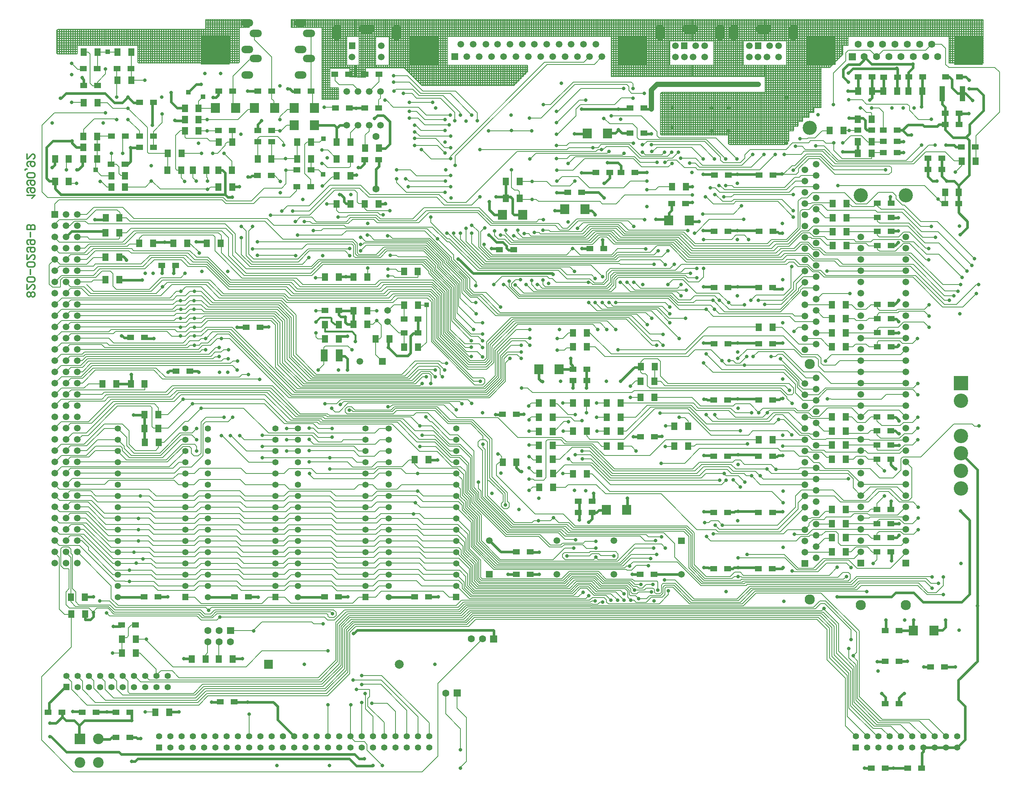
<source format=gbr>
%FSLAX34Y34*%
%MOMM*%
%LNCOPPER_BOTTOM*%
G71*
G01*
%ADD10C,0.800*%
%ADD11C,1.400*%
%ADD12C,1.500*%
%ADD13C,1.600*%
%ADD14C,1.520*%
%ADD15C,1.520*%
%ADD16C,3.200*%
%ADD17C,2.300*%
%ADD18C,3.200*%
%ADD19C,2.300*%
%ADD20C,1.520*%
%ADD21C,2.000*%
%ADD22C,1.800*%
%ADD23C,2.100*%
%ADD24C,3.250*%
%ADD25C,2.400*%
%ADD26C,1.600*%
%ADD27R,1.400X1.800*%
%ADD28R,1.600X1.250*%
%ADD29R,2.000X2.200*%
%ADD30R,1.600X2.800*%
%ADD31R,1.300X3.500*%
%ADD32R,1.000X1.000*%
%ADD33C,0.150*%
%ADD34C,0.600*%
%ADD35C,1.200*%
%ADD36C,0.400*%
%ADD37C,0.250*%
%ADD38C,0.200*%
%ADD39C,0.318*%
%LPD*%
X2022839Y1506250D02*
G54D10*
D03*
X198854Y1533933D02*
G54D10*
D03*
X130195Y203933D02*
G54D10*
D03*
X1955581Y245151D02*
G54D10*
D03*
X948366Y975274D02*
G54D10*
D03*
G36*
X988138Y455831D02*
X988138Y469831D01*
X1002138Y469831D01*
X1002138Y455831D01*
X988138Y455831D01*
G37*
X995138Y488231D02*
G54D11*
D03*
X995138Y513631D02*
G54D11*
D03*
X995138Y539031D02*
G54D11*
D03*
X995138Y564431D02*
G54D11*
D03*
X995138Y589831D02*
G54D11*
D03*
X995138Y615231D02*
G54D11*
D03*
X995138Y640631D02*
G54D11*
D03*
X995138Y666031D02*
G54D11*
D03*
X995138Y691431D02*
G54D11*
D03*
X995138Y716831D02*
G54D11*
D03*
X995138Y742231D02*
G54D11*
D03*
X995138Y767631D02*
G54D11*
D03*
X995138Y793031D02*
G54D11*
D03*
X995138Y818431D02*
G54D11*
D03*
X995138Y843831D02*
G54D11*
D03*
X842738Y843831D02*
G54D11*
D03*
X842738Y818431D02*
G54D11*
D03*
X842738Y793031D02*
G54D11*
D03*
X842738Y767631D02*
G54D11*
D03*
X842738Y742231D02*
G54D11*
D03*
X842738Y716831D02*
G54D11*
D03*
X842738Y691431D02*
G54D11*
D03*
X842738Y666031D02*
G54D11*
D03*
X842738Y640631D02*
G54D11*
D03*
X842738Y615231D02*
G54D11*
D03*
X842738Y589831D02*
G54D11*
D03*
X842738Y564431D02*
G54D11*
D03*
X842738Y539031D02*
G54D11*
D03*
X842738Y513631D02*
G54D11*
D03*
X842738Y488231D02*
G54D11*
D03*
X842738Y462831D02*
G54D11*
D03*
G36*
X783351Y455831D02*
X783351Y469831D01*
X797351Y469831D01*
X797351Y455831D01*
X783351Y455831D01*
G37*
X790351Y488231D02*
G54D11*
D03*
X790351Y513631D02*
G54D11*
D03*
X790351Y539031D02*
G54D11*
D03*
X790351Y564431D02*
G54D11*
D03*
X790351Y589831D02*
G54D11*
D03*
X790351Y615231D02*
G54D11*
D03*
X790351Y640631D02*
G54D11*
D03*
X790351Y666031D02*
G54D11*
D03*
X790351Y691431D02*
G54D11*
D03*
X790351Y716831D02*
G54D11*
D03*
X790351Y742231D02*
G54D11*
D03*
X790351Y767631D02*
G54D11*
D03*
X790351Y793031D02*
G54D11*
D03*
X790351Y818431D02*
G54D11*
D03*
X790351Y843831D02*
G54D11*
D03*
X637951Y843831D02*
G54D11*
D03*
X637951Y818431D02*
G54D11*
D03*
X637951Y793031D02*
G54D11*
D03*
X637951Y767631D02*
G54D11*
D03*
X637951Y742231D02*
G54D11*
D03*
X637951Y716831D02*
G54D11*
D03*
X637951Y691431D02*
G54D11*
D03*
X637951Y666031D02*
G54D11*
D03*
X637951Y640631D02*
G54D11*
D03*
X637951Y615231D02*
G54D11*
D03*
X637951Y589831D02*
G54D11*
D03*
X637951Y564431D02*
G54D11*
D03*
X637951Y539031D02*
G54D11*
D03*
X637951Y513631D02*
G54D11*
D03*
X637951Y488231D02*
G54D11*
D03*
X637951Y462831D02*
G54D11*
D03*
G36*
X580151Y455831D02*
X580151Y469831D01*
X594151Y469831D01*
X594151Y455831D01*
X580151Y455831D01*
G37*
X587151Y488231D02*
G54D11*
D03*
X587151Y513631D02*
G54D11*
D03*
X587151Y539031D02*
G54D11*
D03*
X587151Y564431D02*
G54D11*
D03*
X587151Y589831D02*
G54D11*
D03*
X587151Y615231D02*
G54D11*
D03*
X587151Y640631D02*
G54D11*
D03*
X587151Y666031D02*
G54D11*
D03*
X587151Y691431D02*
G54D11*
D03*
X587151Y716831D02*
G54D11*
D03*
X587151Y742231D02*
G54D11*
D03*
X587151Y767631D02*
G54D11*
D03*
X587151Y793031D02*
G54D11*
D03*
X587151Y818431D02*
G54D11*
D03*
X587151Y843831D02*
G54D11*
D03*
X434751Y843831D02*
G54D11*
D03*
X434751Y818431D02*
G54D11*
D03*
X434751Y793031D02*
G54D11*
D03*
X434751Y767631D02*
G54D11*
D03*
X434751Y742231D02*
G54D11*
D03*
X434751Y716831D02*
G54D11*
D03*
X434751Y691431D02*
G54D11*
D03*
X434751Y666031D02*
G54D11*
D03*
X434751Y640631D02*
G54D11*
D03*
X434751Y615231D02*
G54D11*
D03*
X434751Y589831D02*
G54D11*
D03*
X434751Y564431D02*
G54D11*
D03*
X434751Y539031D02*
G54D11*
D03*
X434751Y513631D02*
G54D11*
D03*
X434751Y488231D02*
G54D11*
D03*
X434751Y462831D02*
G54D11*
D03*
G36*
X376951Y455831D02*
X376951Y469831D01*
X390951Y469831D01*
X390951Y455831D01*
X376951Y455831D01*
G37*
X383951Y488231D02*
G54D11*
D03*
X383951Y513631D02*
G54D11*
D03*
X383951Y539031D02*
G54D11*
D03*
X383951Y564431D02*
G54D11*
D03*
X383951Y589831D02*
G54D11*
D03*
X383951Y615231D02*
G54D11*
D03*
X383951Y640631D02*
G54D11*
D03*
X383951Y666031D02*
G54D11*
D03*
X383951Y691431D02*
G54D11*
D03*
X383951Y716831D02*
G54D11*
D03*
X383951Y742231D02*
G54D11*
D03*
X383951Y767631D02*
G54D11*
D03*
X383951Y793031D02*
G54D11*
D03*
X383951Y818431D02*
G54D11*
D03*
X383951Y843831D02*
G54D11*
D03*
X231551Y843831D02*
G54D11*
D03*
X231551Y818431D02*
G54D11*
D03*
X231551Y793031D02*
G54D11*
D03*
X231551Y767631D02*
G54D11*
D03*
X231551Y742231D02*
G54D11*
D03*
X231551Y716831D02*
G54D11*
D03*
X231551Y691431D02*
G54D11*
D03*
X231551Y666031D02*
G54D11*
D03*
X231551Y640631D02*
G54D11*
D03*
X231551Y615231D02*
G54D11*
D03*
X231551Y589831D02*
G54D11*
D03*
X231551Y564431D02*
G54D11*
D03*
X231551Y539031D02*
G54D11*
D03*
X231551Y513631D02*
G54D11*
D03*
X231551Y488231D02*
G54D11*
D03*
X231551Y462831D02*
G54D11*
D03*
X1070200Y590350D02*
G54D12*
D03*
X1222600Y590350D02*
G54D12*
D03*
X1222601Y514150D02*
G54D12*
D03*
G36*
X1062700Y521650D02*
X1077700Y521650D01*
X1077700Y506650D01*
X1062700Y506650D01*
X1062700Y521650D01*
G37*
X1503236Y513765D02*
G54D12*
D03*
X1350835Y513765D02*
G54D12*
D03*
X1350835Y589965D02*
G54D12*
D03*
G36*
X1510736Y582465D02*
X1495736Y582465D01*
X1495736Y597465D01*
X1510736Y597465D01*
X1510736Y582465D01*
G37*
G36*
X1889750Y130158D02*
X1903750Y130158D01*
X1903750Y116158D01*
X1889750Y116158D01*
X1889750Y130158D01*
G37*
X1896750Y148558D02*
G54D11*
D03*
X1922150Y123158D02*
G54D11*
D03*
X1922150Y148558D02*
G54D11*
D03*
X1947550Y123158D02*
G54D11*
D03*
X1947550Y148558D02*
G54D11*
D03*
X1972950Y123158D02*
G54D11*
D03*
X1972950Y148558D02*
G54D11*
D03*
X1998350Y123158D02*
G54D11*
D03*
X1998350Y148558D02*
G54D11*
D03*
X2023750Y123158D02*
G54D11*
D03*
X2023750Y148558D02*
G54D11*
D03*
X2049150Y123158D02*
G54D11*
D03*
X2049150Y148558D02*
G54D11*
D03*
X2074550Y123158D02*
G54D11*
D03*
X2074550Y148558D02*
G54D11*
D03*
X2099950Y123158D02*
G54D11*
D03*
X2099950Y148558D02*
G54D11*
D03*
X2125350Y123158D02*
G54D11*
D03*
X2125350Y148558D02*
G54D11*
D03*
G36*
X108575Y266683D02*
X122575Y266683D01*
X122575Y252683D01*
X108575Y252683D01*
X108575Y266683D01*
G37*
X115575Y285083D02*
G54D11*
D03*
X140975Y259683D02*
G54D11*
D03*
X140975Y285083D02*
G54D11*
D03*
X166375Y259683D02*
G54D11*
D03*
X166375Y285083D02*
G54D11*
D03*
X191775Y259683D02*
G54D11*
D03*
X191775Y285083D02*
G54D11*
D03*
X217175Y259683D02*
G54D11*
D03*
X217175Y285083D02*
G54D11*
D03*
X242575Y259683D02*
G54D11*
D03*
X242575Y285083D02*
G54D11*
D03*
X267975Y259683D02*
G54D11*
D03*
X267975Y285083D02*
G54D11*
D03*
X293375Y259683D02*
G54D11*
D03*
X293375Y285083D02*
G54D11*
D03*
X318775Y259683D02*
G54D11*
D03*
X318775Y285083D02*
G54D11*
D03*
X344175Y259683D02*
G54D11*
D03*
X344175Y285083D02*
G54D11*
D03*
G36*
X317758Y129865D02*
X331758Y129865D01*
X331758Y115865D01*
X317758Y115865D01*
X317758Y129865D01*
G37*
X324758Y148265D02*
G54D11*
D03*
X350158Y122865D02*
G54D11*
D03*
X350158Y148265D02*
G54D11*
D03*
X375557Y122865D02*
G54D11*
D03*
X375558Y148265D02*
G54D11*
D03*
X400957Y122865D02*
G54D11*
D03*
X400958Y148265D02*
G54D11*
D03*
X426358Y122865D02*
G54D11*
D03*
X426358Y148265D02*
G54D11*
D03*
X451758Y122865D02*
G54D11*
D03*
X451758Y148265D02*
G54D11*
D03*
X477157Y122865D02*
G54D11*
D03*
X477158Y148265D02*
G54D11*
D03*
X502558Y122865D02*
G54D11*
D03*
X502558Y148265D02*
G54D11*
D03*
X527958Y122865D02*
G54D11*
D03*
X527958Y148265D02*
G54D11*
D03*
X553358Y122865D02*
G54D11*
D03*
X553358Y148265D02*
G54D11*
D03*
X578758Y122865D02*
G54D11*
D03*
X578758Y148265D02*
G54D11*
D03*
X604158Y122865D02*
G54D11*
D03*
X604158Y148265D02*
G54D11*
D03*
X629558Y122865D02*
G54D11*
D03*
X629558Y148265D02*
G54D11*
D03*
X654958Y122865D02*
G54D11*
D03*
X654958Y148265D02*
G54D11*
D03*
X680358Y122865D02*
G54D11*
D03*
X680358Y148265D02*
G54D11*
D03*
X705758Y122865D02*
G54D11*
D03*
X705758Y148265D02*
G54D11*
D03*
X731158Y122865D02*
G54D11*
D03*
X731158Y148265D02*
G54D11*
D03*
X756558Y122865D02*
G54D11*
D03*
X756558Y148265D02*
G54D11*
D03*
X781958Y122865D02*
G54D11*
D03*
X781958Y148265D02*
G54D11*
D03*
X807358Y122865D02*
G54D11*
D03*
X807358Y148265D02*
G54D11*
D03*
X832758Y122865D02*
G54D11*
D03*
X832758Y148265D02*
G54D11*
D03*
X858158Y122865D02*
G54D11*
D03*
X858158Y148265D02*
G54D11*
D03*
X883558Y122865D02*
G54D11*
D03*
X883558Y148265D02*
G54D11*
D03*
X908958Y122865D02*
G54D11*
D03*
X908958Y148265D02*
G54D11*
D03*
X934358Y122865D02*
G54D11*
D03*
X934358Y148265D02*
G54D11*
D03*
G36*
X1897252Y1675208D02*
X1881252Y1675208D01*
X1881252Y1691208D01*
X1897252Y1691208D01*
X1897252Y1675208D01*
G37*
X1915952Y1683208D02*
G54D13*
D03*
X1943652Y1683208D02*
G54D13*
D03*
X1971352Y1683208D02*
G54D13*
D03*
X1998952Y1683208D02*
G54D13*
D03*
X2026652Y1683208D02*
G54D13*
D03*
X2054352Y1683208D02*
G54D13*
D03*
X2082052Y1683208D02*
G54D13*
D03*
X1902252Y1711608D02*
G54D13*
D03*
X1929952Y1711608D02*
G54D13*
D03*
X1957552Y1711608D02*
G54D13*
D03*
X1985252Y1711608D02*
G54D13*
D03*
X2012952Y1711608D02*
G54D13*
D03*
X2040652Y1711608D02*
G54D13*
D03*
X2068352Y1711608D02*
G54D13*
D03*
G36*
X2118560Y1730147D02*
X2183560Y1730147D01*
X2183560Y1665147D01*
X2118560Y1665147D01*
X2118560Y1730147D01*
G37*
G36*
X1786772Y1730147D02*
X1851772Y1730147D01*
X1851772Y1665147D01*
X1786772Y1665147D01*
X1786772Y1730147D01*
G37*
G36*
X1361324Y1730147D02*
X1426324Y1730147D01*
X1426324Y1665147D01*
X1361324Y1665147D01*
X1361324Y1730147D01*
G37*
G36*
X891424Y1730147D02*
X956424Y1730147D01*
X956424Y1665147D01*
X891424Y1665147D01*
X891424Y1730147D01*
G37*
G36*
X999341Y1675608D02*
X984141Y1675608D01*
X984141Y1690808D01*
X999341Y1690808D01*
X999341Y1675608D01*
G37*
X1019441Y1683208D02*
G54D14*
D03*
X1047041Y1683208D02*
G54D14*
D03*
X1074741Y1683208D02*
G54D14*
D03*
X1102441Y1683208D02*
G54D14*
D03*
X1130141Y1683208D02*
G54D14*
D03*
X1157841Y1683208D02*
G54D14*
D03*
X1185541Y1683208D02*
G54D14*
D03*
X1213241Y1683208D02*
G54D14*
D03*
X1240841Y1683208D02*
G54D14*
D03*
X1268541Y1683208D02*
G54D14*
D03*
X1296241Y1683208D02*
G54D14*
D03*
X1323941Y1683208D02*
G54D14*
D03*
X1005641Y1711608D02*
G54D14*
D03*
X1033341Y1711608D02*
G54D14*
D03*
X1062041Y1711608D02*
G54D14*
D03*
X1088741Y1711608D02*
G54D14*
D03*
X1116441Y1711608D02*
G54D14*
D03*
X1144141Y1711608D02*
G54D14*
D03*
X1171841Y1711608D02*
G54D14*
D03*
X1199441Y1711608D02*
G54D14*
D03*
X1227141Y1711608D02*
G54D14*
D03*
X1254841Y1711608D02*
G54D14*
D03*
X1282541Y1711608D02*
G54D14*
D03*
X1310241Y1711608D02*
G54D14*
D03*
G36*
X2002400Y531950D02*
X2002400Y547150D01*
X2017600Y547150D01*
X2017600Y531950D01*
X2002400Y531950D01*
G37*
X2010000Y564950D02*
G54D15*
D03*
X2010000Y590350D02*
G54D15*
D03*
X2010000Y615750D02*
G54D15*
D03*
X2010000Y641150D02*
G54D15*
D03*
X2010000Y666550D02*
G54D15*
D03*
X2010000Y691950D02*
G54D15*
D03*
X2010000Y717350D02*
G54D15*
D03*
X2010000Y742750D02*
G54D15*
D03*
X2010000Y768150D02*
G54D15*
D03*
X2010000Y793550D02*
G54D15*
D03*
X2010000Y818950D02*
G54D15*
D03*
X2010000Y844350D02*
G54D15*
D03*
X2010000Y869750D02*
G54D15*
D03*
X2010000Y895150D02*
G54D15*
D03*
X2010000Y920550D02*
G54D15*
D03*
X2010000Y945950D02*
G54D15*
D03*
X2010000Y971350D02*
G54D15*
D03*
X2010000Y996750D02*
G54D15*
D03*
X2010000Y1022150D02*
G54D15*
D03*
X2010000Y1047550D02*
G54D15*
D03*
X2010000Y1072950D02*
G54D15*
D03*
X2010000Y1098350D02*
G54D15*
D03*
X2010000Y1123750D02*
G54D15*
D03*
X2010000Y1149150D02*
G54D15*
D03*
X2010000Y1174550D02*
G54D15*
D03*
X2010000Y1199950D02*
G54D15*
D03*
X2010000Y1225350D02*
G54D15*
D03*
X2010000Y1250750D02*
G54D15*
D03*
X2010000Y1276150D02*
G54D15*
D03*
G36*
X1900800Y531950D02*
X1900800Y547150D01*
X1916000Y547150D01*
X1916000Y531950D01*
X1900800Y531950D01*
G37*
X1908400Y564950D02*
G54D15*
D03*
X1908400Y590350D02*
G54D15*
D03*
X1908400Y615750D02*
G54D15*
D03*
X1908400Y641150D02*
G54D15*
D03*
X1908400Y666550D02*
G54D15*
D03*
X1908400Y691950D02*
G54D15*
D03*
X1908400Y717350D02*
G54D15*
D03*
X1908400Y742750D02*
G54D15*
D03*
X1908400Y768150D02*
G54D15*
D03*
X1908400Y793550D02*
G54D15*
D03*
X1908400Y818950D02*
G54D15*
D03*
X1908400Y844350D02*
G54D15*
D03*
X1908400Y869750D02*
G54D15*
D03*
X1908400Y895150D02*
G54D15*
D03*
X1908400Y920550D02*
G54D15*
D03*
X1908400Y945950D02*
G54D15*
D03*
X1908400Y971350D02*
G54D15*
D03*
X1908400Y996750D02*
G54D15*
D03*
X1908400Y1022150D02*
G54D15*
D03*
X1908400Y1047550D02*
G54D15*
D03*
X1908400Y1072950D02*
G54D15*
D03*
X1908400Y1098350D02*
G54D15*
D03*
X1908400Y1123750D02*
G54D15*
D03*
X1908400Y1149150D02*
G54D15*
D03*
X1908400Y1174550D02*
G54D15*
D03*
X1908400Y1199950D02*
G54D15*
D03*
X1908400Y1225350D02*
G54D15*
D03*
X1908400Y1250750D02*
G54D15*
D03*
X1908400Y1276150D02*
G54D15*
D03*
X1908400Y1369812D02*
G54D16*
D03*
X2010000Y1369812D02*
G54D16*
D03*
X1908400Y444300D02*
G54D17*
D03*
X2010000Y444300D02*
G54D17*
D03*
X1781674Y716222D02*
G54D15*
D03*
X1781674Y741622D02*
G54D15*
D03*
X1781674Y767022D02*
G54D15*
D03*
X1781674Y792422D02*
G54D15*
D03*
X1781674Y817822D02*
G54D15*
D03*
X1781674Y843222D02*
G54D15*
D03*
X1781674Y868622D02*
G54D15*
D03*
X1781674Y894022D02*
G54D15*
D03*
X1781674Y919422D02*
G54D15*
D03*
X1781674Y944822D02*
G54D15*
D03*
X1781674Y1021022D02*
G54D15*
D03*
X1781674Y1046422D02*
G54D15*
D03*
X1781674Y1071822D02*
G54D15*
D03*
X1781674Y1097222D02*
G54D15*
D03*
X1781674Y1122622D02*
G54D15*
D03*
X1781674Y1148022D02*
G54D15*
D03*
X1781674Y1173422D02*
G54D15*
D03*
X1781674Y1198822D02*
G54D15*
D03*
X1781674Y1224222D02*
G54D15*
D03*
X1781674Y1249622D02*
G54D15*
D03*
X1781674Y1275022D02*
G54D15*
D03*
X1781674Y1300422D02*
G54D15*
D03*
X1781674Y1325822D02*
G54D15*
D03*
X1781674Y1351222D02*
G54D15*
D03*
X1781674Y1376622D02*
G54D15*
D03*
X1781674Y1402022D02*
G54D15*
D03*
X1781674Y1427422D02*
G54D15*
D03*
X1807074Y728922D02*
G54D15*
D03*
X1807074Y754322D02*
G54D15*
D03*
X1807074Y779722D02*
G54D15*
D03*
X1807074Y805122D02*
G54D15*
D03*
X1807074Y830522D02*
G54D15*
D03*
X1807074Y855922D02*
G54D15*
D03*
X1807074Y881322D02*
G54D15*
D03*
X1807074Y906722D02*
G54D15*
D03*
X1807074Y932122D02*
G54D15*
D03*
X1807074Y957522D02*
G54D15*
D03*
X1807074Y1033722D02*
G54D15*
D03*
X1807074Y1059122D02*
G54D15*
D03*
X1807074Y1084522D02*
G54D15*
D03*
X1807074Y1109922D02*
G54D15*
D03*
X1807074Y1135322D02*
G54D15*
D03*
X1807074Y1160722D02*
G54D15*
D03*
X1807074Y1186122D02*
G54D15*
D03*
X1807074Y1211522D02*
G54D15*
D03*
X1807074Y1236922D02*
G54D15*
D03*
X1807074Y1262322D02*
G54D15*
D03*
X1807074Y1287722D02*
G54D15*
D03*
X1807074Y1313122D02*
G54D15*
D03*
X1807074Y1338522D02*
G54D15*
D03*
X1807074Y1363922D02*
G54D15*
D03*
X1807074Y1389322D02*
G54D15*
D03*
X1807074Y1414722D02*
G54D15*
D03*
X1807074Y1440122D02*
G54D15*
D03*
G36*
X1774074Y530822D02*
X1774074Y546022D01*
X1789274Y546022D01*
X1789274Y530822D01*
X1774074Y530822D01*
G37*
X1781674Y563822D02*
G54D15*
D03*
X1781674Y589222D02*
G54D15*
D03*
X1781674Y614622D02*
G54D15*
D03*
X1781674Y640022D02*
G54D15*
D03*
X1781674Y665422D02*
G54D15*
D03*
X1781674Y690822D02*
G54D15*
D03*
X1807074Y551122D02*
G54D15*
D03*
X1807074Y576522D02*
G54D15*
D03*
X1807074Y601922D02*
G54D15*
D03*
X1807074Y627322D02*
G54D15*
D03*
X1807074Y652722D02*
G54D15*
D03*
X1807074Y678122D02*
G54D15*
D03*
X1807074Y703522D02*
G54D15*
D03*
X1793306Y1522212D02*
G54D18*
D03*
X1793306Y988812D02*
G54D19*
D03*
X1793306Y457000D02*
G54D19*
D03*
X139925Y590350D02*
G54D20*
D03*
X139925Y615750D02*
G54D20*
D03*
X139925Y641150D02*
G54D20*
D03*
X139925Y666550D02*
G54D20*
D03*
X139925Y691950D02*
G54D20*
D03*
X139925Y717350D02*
G54D20*
D03*
X139925Y742750D02*
G54D20*
D03*
X139925Y768150D02*
G54D20*
D03*
X139925Y793550D02*
G54D20*
D03*
X139925Y818950D02*
G54D20*
D03*
X139925Y844350D02*
G54D20*
D03*
X139925Y869750D02*
G54D20*
D03*
X139925Y895150D02*
G54D20*
D03*
X139925Y920550D02*
G54D20*
D03*
X139925Y945950D02*
G54D20*
D03*
X139925Y971350D02*
G54D20*
D03*
X139925Y996750D02*
G54D20*
D03*
X139925Y1022150D02*
G54D20*
D03*
X139925Y1047550D02*
G54D20*
D03*
X139925Y1072950D02*
G54D20*
D03*
X139925Y1098350D02*
G54D20*
D03*
X139925Y1123750D02*
G54D20*
D03*
X139925Y1149150D02*
G54D20*
D03*
X139925Y1174550D02*
G54D20*
D03*
X139925Y1199950D02*
G54D20*
D03*
X139925Y1225350D02*
G54D20*
D03*
X139925Y1250750D02*
G54D20*
D03*
X139925Y1276150D02*
G54D20*
D03*
X139925Y1301550D02*
G54D20*
D03*
X139925Y1326950D02*
G54D20*
D03*
X114525Y590350D02*
G54D20*
D03*
X114525Y615750D02*
G54D20*
D03*
X114525Y641150D02*
G54D20*
D03*
X114525Y666550D02*
G54D20*
D03*
X114525Y691950D02*
G54D20*
D03*
X114525Y717350D02*
G54D20*
D03*
X114525Y742750D02*
G54D20*
D03*
X114525Y768150D02*
G54D20*
D03*
X114525Y793550D02*
G54D20*
D03*
X114525Y818950D02*
G54D20*
D03*
X114525Y844350D02*
G54D20*
D03*
X114525Y869750D02*
G54D20*
D03*
X114525Y895150D02*
G54D20*
D03*
X114525Y920550D02*
G54D20*
D03*
X114525Y945950D02*
G54D20*
D03*
X114525Y971350D02*
G54D20*
D03*
X114525Y996750D02*
G54D20*
D03*
X114525Y1022150D02*
G54D20*
D03*
X114525Y1047550D02*
G54D20*
D03*
X114525Y1072950D02*
G54D20*
D03*
X114525Y1098350D02*
G54D20*
D03*
X114525Y1123750D02*
G54D20*
D03*
X114525Y1149150D02*
G54D20*
D03*
X114525Y1174550D02*
G54D20*
D03*
X114525Y1199950D02*
G54D20*
D03*
X114525Y1225350D02*
G54D20*
D03*
X114525Y1250750D02*
G54D20*
D03*
X114525Y1276150D02*
G54D20*
D03*
X114525Y1301550D02*
G54D20*
D03*
X114525Y1326950D02*
G54D20*
D03*
X89125Y590350D02*
G54D20*
D03*
X89125Y615750D02*
G54D20*
D03*
X89125Y641150D02*
G54D20*
D03*
X89125Y666550D02*
G54D20*
D03*
X89125Y691950D02*
G54D20*
D03*
X89125Y717350D02*
G54D20*
D03*
X89125Y742750D02*
G54D20*
D03*
X89125Y768150D02*
G54D20*
D03*
X89125Y793550D02*
G54D20*
D03*
X89125Y818950D02*
G54D20*
D03*
X89125Y844350D02*
G54D20*
D03*
X89125Y869750D02*
G54D20*
D03*
X89125Y895150D02*
G54D20*
D03*
X89125Y920550D02*
G54D20*
D03*
X89125Y945950D02*
G54D20*
D03*
X89125Y971350D02*
G54D20*
D03*
X89125Y996750D02*
G54D20*
D03*
X89125Y1022150D02*
G54D20*
D03*
X89125Y1047550D02*
G54D20*
D03*
X89125Y1072950D02*
G54D20*
D03*
X89125Y1098350D02*
G54D20*
D03*
X89125Y1123750D02*
G54D20*
D03*
X89125Y1149150D02*
G54D20*
D03*
X89125Y1174550D02*
G54D20*
D03*
X89125Y1199950D02*
G54D20*
D03*
X89125Y1225350D02*
G54D20*
D03*
X89125Y1250750D02*
G54D20*
D03*
X89125Y1276150D02*
G54D20*
D03*
X89125Y1301550D02*
G54D20*
D03*
G36*
X81525Y1319350D02*
X81525Y1334550D01*
X96725Y1334550D01*
X96725Y1319350D01*
X81525Y1319350D01*
G37*
X139925Y539550D02*
G54D20*
D03*
X139925Y564950D02*
G54D20*
D03*
X114525Y539550D02*
G54D20*
D03*
X114525Y564950D02*
G54D20*
D03*
X89125Y539550D02*
G54D20*
D03*
X89125Y564950D02*
G54D20*
D03*
G36*
X494000Y379150D02*
X478000Y379150D01*
X478000Y395150D01*
X494000Y395150D01*
X494000Y379150D01*
G37*
X486000Y361750D02*
G54D13*
D03*
X460600Y387150D02*
G54D13*
D03*
X460600Y361750D02*
G54D13*
D03*
X435200Y387150D02*
G54D13*
D03*
X435200Y361750D02*
G54D13*
D03*
X840806Y1109859D02*
G54D12*
D03*
X840806Y1084459D02*
G54D12*
D03*
G36*
X1087725Y360100D02*
X1071725Y360100D01*
X1071725Y376100D01*
X1087725Y376100D01*
X1087725Y360100D01*
G37*
X1054325Y368100D02*
G54D13*
D03*
X1028925Y368100D02*
G54D13*
D03*
G36*
X1005175Y237862D02*
X989175Y237862D01*
X989175Y253862D01*
X1005175Y253862D01*
X1005175Y237862D01*
G37*
X971775Y245862D02*
G54D13*
D03*
X867000Y310950D02*
G54D21*
D03*
G36*
X561725Y320950D02*
X581725Y320950D01*
X581725Y300950D01*
X561725Y300950D01*
X561725Y320950D01*
G37*
G36*
X836500Y987562D02*
X821300Y987562D01*
X821300Y1002762D01*
X836500Y1002762D01*
X836500Y987562D01*
G37*
X778100Y995163D02*
G54D15*
D03*
X747938Y1604762D02*
G54D12*
D03*
X773338Y1604762D02*
G54D12*
D03*
X798738Y1604762D02*
G54D12*
D03*
X824138Y1604762D02*
G54D12*
D03*
X747938Y1528562D02*
G54D12*
D03*
X773338Y1528562D02*
G54D12*
D03*
X798738Y1528562D02*
G54D12*
D03*
X824137Y1528562D02*
G54D12*
D03*
X519301Y1641918D02*
G54D22*
D03*
X520301Y1641918D02*
G54D22*
D03*
X521301Y1641918D02*
G54D22*
D03*
X522301Y1641918D02*
G54D22*
D03*
X523301Y1641918D02*
G54D22*
D03*
X524301Y1641918D02*
G54D22*
D03*
X525301Y1641918D02*
G54D22*
D03*
X526301Y1641918D02*
G54D22*
D03*
X527301Y1641918D02*
G54D22*
D03*
X528301Y1641918D02*
G54D22*
D03*
X538351Y1679224D02*
G54D22*
D03*
X539351Y1679224D02*
G54D22*
D03*
X540351Y1679224D02*
G54D22*
D03*
X541351Y1679224D02*
G54D22*
D03*
X542351Y1679224D02*
G54D22*
D03*
X543351Y1679224D02*
G54D22*
D03*
X544351Y1679224D02*
G54D22*
D03*
X545351Y1679224D02*
G54D22*
D03*
X546351Y1679224D02*
G54D22*
D03*
X547351Y1679224D02*
G54D22*
D03*
X519301Y1699068D02*
G54D22*
D03*
X520301Y1699068D02*
G54D22*
D03*
X521301Y1699068D02*
G54D22*
D03*
X522301Y1699068D02*
G54D22*
D03*
X523301Y1699068D02*
G54D22*
D03*
X524301Y1699068D02*
G54D22*
D03*
X525301Y1699068D02*
G54D22*
D03*
X526301Y1699068D02*
G54D22*
D03*
X527301Y1699068D02*
G54D22*
D03*
X528301Y1699068D02*
G54D22*
D03*
X538351Y1735580D02*
G54D22*
D03*
X539351Y1735580D02*
G54D22*
D03*
X540351Y1735580D02*
G54D22*
D03*
X541351Y1735580D02*
G54D22*
D03*
X542351Y1735580D02*
G54D22*
D03*
X543351Y1735580D02*
G54D22*
D03*
X544351Y1735580D02*
G54D22*
D03*
X545351Y1735580D02*
G54D22*
D03*
X546351Y1735580D02*
G54D22*
D03*
X547351Y1735580D02*
G54D22*
D03*
X519301Y1759393D02*
G54D22*
D03*
X520301Y1759393D02*
G54D22*
D03*
X521301Y1759393D02*
G54D22*
D03*
X522301Y1759393D02*
G54D22*
D03*
X523301Y1759393D02*
G54D22*
D03*
X524301Y1759393D02*
G54D22*
D03*
X525301Y1759393D02*
G54D22*
D03*
X526301Y1759393D02*
G54D22*
D03*
X527301Y1759393D02*
G54D22*
D03*
X528301Y1759393D02*
G54D22*
D03*
X639426Y1641918D02*
G54D22*
D03*
X640426Y1641918D02*
G54D22*
D03*
X641426Y1641918D02*
G54D22*
D03*
X642426Y1641918D02*
G54D22*
D03*
X643426Y1641918D02*
G54D22*
D03*
X644426Y1641918D02*
G54D22*
D03*
X645426Y1641918D02*
G54D22*
D03*
X646426Y1641918D02*
G54D22*
D03*
X647426Y1641918D02*
G54D22*
D03*
X648426Y1641918D02*
G54D22*
D03*
X658476Y1679224D02*
G54D22*
D03*
X659476Y1679224D02*
G54D22*
D03*
X660476Y1679224D02*
G54D22*
D03*
X661476Y1679224D02*
G54D22*
D03*
X662476Y1679224D02*
G54D22*
D03*
X663476Y1679224D02*
G54D22*
D03*
X664476Y1679224D02*
G54D22*
D03*
X665476Y1679224D02*
G54D22*
D03*
X666476Y1679224D02*
G54D22*
D03*
X667476Y1679224D02*
G54D22*
D03*
X639426Y1699068D02*
G54D22*
D03*
X640426Y1699068D02*
G54D22*
D03*
X641426Y1699068D02*
G54D22*
D03*
X642426Y1699068D02*
G54D22*
D03*
X643426Y1699068D02*
G54D22*
D03*
X644426Y1699068D02*
G54D22*
D03*
X645426Y1699068D02*
G54D22*
D03*
X646426Y1699068D02*
G54D22*
D03*
X647426Y1699068D02*
G54D22*
D03*
X648426Y1699068D02*
G54D22*
D03*
X658476Y1735580D02*
G54D22*
D03*
X659476Y1735580D02*
G54D22*
D03*
X660476Y1735580D02*
G54D22*
D03*
X661476Y1735580D02*
G54D22*
D03*
X662476Y1735580D02*
G54D22*
D03*
X663476Y1735580D02*
G54D22*
D03*
X664476Y1735580D02*
G54D22*
D03*
X665476Y1735580D02*
G54D22*
D03*
X666476Y1735580D02*
G54D22*
D03*
X667476Y1735580D02*
G54D22*
D03*
X639426Y1759393D02*
G54D22*
D03*
X640426Y1759393D02*
G54D22*
D03*
X641426Y1759393D02*
G54D22*
D03*
X642426Y1759393D02*
G54D22*
D03*
X643426Y1759393D02*
G54D22*
D03*
X644426Y1759393D02*
G54D22*
D03*
X645426Y1759393D02*
G54D22*
D03*
X646426Y1759393D02*
G54D22*
D03*
X647426Y1759393D02*
G54D22*
D03*
X648426Y1759393D02*
G54D22*
D03*
X1590259Y1745179D02*
G54D23*
D03*
X1590259Y1744179D02*
G54D23*
D03*
X1590259Y1743179D02*
G54D23*
D03*
X1590259Y1742179D02*
G54D23*
D03*
X1590259Y1741179D02*
G54D23*
D03*
X1590259Y1740179D02*
G54D23*
D03*
X1590259Y1739179D02*
G54D23*
D03*
X1590259Y1738179D02*
G54D23*
D03*
X1590259Y1737179D02*
G54D23*
D03*
X1590259Y1736179D02*
G54D23*
D03*
X1590259Y1735179D02*
G54D23*
D03*
X1590259Y1734179D02*
G54D23*
D03*
X1590259Y1733179D02*
G54D23*
D03*
X1590259Y1732179D02*
G54D23*
D03*
X1590259Y1731179D02*
G54D23*
D03*
X1455321Y1745179D02*
G54D23*
D03*
X1455321Y1744179D02*
G54D23*
D03*
X1455321Y1743179D02*
G54D23*
D03*
X1455321Y1742179D02*
G54D23*
D03*
X1455321Y1741179D02*
G54D23*
D03*
X1455321Y1740179D02*
G54D23*
D03*
X1455321Y1739179D02*
G54D23*
D03*
X1455321Y1738179D02*
G54D23*
D03*
X1455321Y1737179D02*
G54D23*
D03*
X1455321Y1736179D02*
G54D23*
D03*
X1455321Y1735179D02*
G54D23*
D03*
X1455321Y1734179D02*
G54D23*
D03*
X1455321Y1733179D02*
G54D23*
D03*
X1455321Y1732179D02*
G54D23*
D03*
X1455321Y1731179D02*
G54D23*
D03*
X1529790Y1746116D02*
G54D23*
D03*
X1528790Y1746116D02*
G54D23*
D03*
X1527790Y1746116D02*
G54D23*
D03*
X1526790Y1746116D02*
G54D23*
D03*
X1525790Y1746116D02*
G54D23*
D03*
X1524790Y1746116D02*
G54D23*
D03*
X1523790Y1746116D02*
G54D23*
D03*
X1522790Y1746116D02*
G54D23*
D03*
X1521790Y1746116D02*
G54D23*
D03*
X1520790Y1746116D02*
G54D23*
D03*
X1519790Y1746116D02*
G54D23*
D03*
X1518790Y1746116D02*
G54D23*
D03*
X1517790Y1746116D02*
G54D23*
D03*
X1516790Y1746116D02*
G54D23*
D03*
X1515790Y1746116D02*
G54D23*
D03*
X1489865Y1682822D02*
G54D12*
D03*
X1509865Y1682822D02*
G54D12*
D03*
X1529865Y1682822D02*
G54D12*
D03*
X1489865Y1707822D02*
G54D12*
D03*
G36*
X1502365Y1715322D02*
X1517365Y1715322D01*
X1517365Y1700322D01*
X1502365Y1700322D01*
X1502365Y1715322D01*
G37*
X1535865Y1707822D02*
G54D12*
D03*
X1555865Y1707822D02*
G54D12*
D03*
X1555865Y1682822D02*
G54D12*
D03*
X1756946Y1745179D02*
G54D23*
D03*
X1756946Y1744179D02*
G54D23*
D03*
X1756946Y1743179D02*
G54D23*
D03*
X1756946Y1742179D02*
G54D23*
D03*
X1756946Y1741179D02*
G54D23*
D03*
X1756946Y1740179D02*
G54D23*
D03*
X1756946Y1739179D02*
G54D23*
D03*
X1756946Y1738179D02*
G54D23*
D03*
X1756946Y1737179D02*
G54D23*
D03*
X1756946Y1736179D02*
G54D23*
D03*
X1756946Y1735179D02*
G54D23*
D03*
X1756946Y1734179D02*
G54D23*
D03*
X1756946Y1733179D02*
G54D23*
D03*
X1756946Y1732179D02*
G54D23*
D03*
X1756946Y1731179D02*
G54D23*
D03*
X1622009Y1745179D02*
G54D23*
D03*
X1622009Y1744179D02*
G54D23*
D03*
X1622009Y1743179D02*
G54D23*
D03*
X1622009Y1742179D02*
G54D23*
D03*
X1622009Y1741179D02*
G54D23*
D03*
X1622009Y1740179D02*
G54D23*
D03*
X1622009Y1739179D02*
G54D23*
D03*
X1622009Y1738179D02*
G54D23*
D03*
X1622009Y1737179D02*
G54D23*
D03*
X1622009Y1736179D02*
G54D23*
D03*
X1622009Y1735179D02*
G54D23*
D03*
X1622009Y1734179D02*
G54D23*
D03*
X1622009Y1733179D02*
G54D23*
D03*
X1622009Y1732179D02*
G54D23*
D03*
X1622009Y1731179D02*
G54D23*
D03*
X1696477Y1746116D02*
G54D23*
D03*
X1695478Y1746116D02*
G54D23*
D03*
X1694478Y1746116D02*
G54D23*
D03*
X1693478Y1746116D02*
G54D23*
D03*
X1692478Y1746116D02*
G54D23*
D03*
X1691478Y1746116D02*
G54D23*
D03*
X1690477Y1746116D02*
G54D23*
D03*
X1689477Y1746116D02*
G54D23*
D03*
X1688478Y1746116D02*
G54D23*
D03*
X1687478Y1746116D02*
G54D23*
D03*
X1686478Y1746116D02*
G54D23*
D03*
X1685478Y1746116D02*
G54D23*
D03*
X1684478Y1746116D02*
G54D23*
D03*
X1683477Y1746116D02*
G54D23*
D03*
X1682477Y1746116D02*
G54D23*
D03*
X1656552Y1682822D02*
G54D12*
D03*
X1676552Y1682822D02*
G54D12*
D03*
X1696552Y1682822D02*
G54D12*
D03*
X1656552Y1707822D02*
G54D12*
D03*
G36*
X1669052Y1715322D02*
X1684052Y1715322D01*
X1684052Y1700322D01*
X1669052Y1700322D01*
X1669052Y1715322D01*
G37*
X1702552Y1707822D02*
G54D12*
D03*
X1722552Y1707822D02*
G54D12*
D03*
X1722552Y1682822D02*
G54D12*
D03*
X860803Y1745179D02*
G54D23*
D03*
X860803Y1744179D02*
G54D23*
D03*
X860803Y1743179D02*
G54D23*
D03*
X860803Y1742179D02*
G54D23*
D03*
X860803Y1741179D02*
G54D23*
D03*
X860803Y1740179D02*
G54D23*
D03*
X860803Y1739179D02*
G54D23*
D03*
X860803Y1738179D02*
G54D23*
D03*
X860803Y1737179D02*
G54D23*
D03*
X860803Y1736179D02*
G54D23*
D03*
X860803Y1735179D02*
G54D23*
D03*
X860803Y1734179D02*
G54D23*
D03*
X860803Y1733179D02*
G54D23*
D03*
X860803Y1732179D02*
G54D23*
D03*
X860803Y1731179D02*
G54D23*
D03*
X725865Y1745179D02*
G54D23*
D03*
X725865Y1744179D02*
G54D23*
D03*
X725865Y1743179D02*
G54D23*
D03*
X725865Y1742179D02*
G54D23*
D03*
X725865Y1741179D02*
G54D23*
D03*
X725865Y1740179D02*
G54D23*
D03*
X725865Y1739179D02*
G54D23*
D03*
X725865Y1738179D02*
G54D23*
D03*
X725865Y1737179D02*
G54D23*
D03*
X725865Y1736179D02*
G54D23*
D03*
X725865Y1735179D02*
G54D23*
D03*
X725865Y1734179D02*
G54D23*
D03*
X725865Y1733179D02*
G54D23*
D03*
X725865Y1732179D02*
G54D23*
D03*
X725865Y1731179D02*
G54D23*
D03*
X800334Y1746117D02*
G54D23*
D03*
X799334Y1746117D02*
G54D23*
D03*
X798334Y1746117D02*
G54D23*
D03*
X797334Y1746117D02*
G54D23*
D03*
X796334Y1746117D02*
G54D23*
D03*
X795334Y1746117D02*
G54D23*
D03*
X794334Y1746117D02*
G54D23*
D03*
X793334Y1746117D02*
G54D23*
D03*
X792334Y1746117D02*
G54D23*
D03*
X791334Y1746117D02*
G54D23*
D03*
X790334Y1746117D02*
G54D23*
D03*
X789334Y1746117D02*
G54D23*
D03*
X788334Y1746117D02*
G54D23*
D03*
X787334Y1746117D02*
G54D23*
D03*
X786334Y1746117D02*
G54D23*
D03*
X760409Y1682822D02*
G54D12*
D03*
G36*
X752909Y1715322D02*
X767909Y1715322D01*
X767909Y1700322D01*
X752909Y1700322D01*
X752909Y1715322D01*
G37*
X826409Y1707822D02*
G54D12*
D03*
X826409Y1682822D02*
G54D12*
D03*
X2134222Y707825D02*
G54D24*
D03*
X2134222Y747512D02*
G54D24*
D03*
X2134222Y787200D02*
G54D24*
D03*
X2134222Y826887D02*
G54D24*
D03*
X2134222Y906262D02*
G54D24*
D03*
G36*
X2117972Y962200D02*
X2150472Y962200D01*
X2150472Y929700D01*
X2117972Y929700D01*
X2117972Y962200D01*
G37*
G36*
X134274Y154674D02*
X158274Y154674D01*
X158274Y130674D01*
X134274Y130674D01*
X134274Y154674D01*
G37*
X187550Y142675D02*
G54D25*
D03*
X146275Y88700D02*
G54D25*
D03*
X187550Y88700D02*
G54D25*
D03*
X1509938Y1620638D02*
G54D10*
D03*
X1676625Y1620638D02*
G54D10*
D03*
X1740125Y1590475D02*
G54D10*
D03*
X1811562Y1552375D02*
G54D10*
D03*
X1846488Y1574600D02*
G54D10*
D03*
X1881412Y1585712D02*
G54D10*
D03*
X1879776Y1605196D02*
G54D10*
D03*
X1879825Y1626194D02*
G54D10*
D03*
X1879825Y1646038D02*
G54D10*
D03*
X1928244Y1584919D02*
G54D10*
D03*
X1933006Y1567456D02*
G54D10*
D03*
X1907606Y1567456D02*
G54D10*
D03*
X1882206Y1544437D02*
G54D10*
D03*
X1882206Y1516656D02*
G54D10*
D03*
X1978250Y1567456D02*
G54D10*
D03*
X2003650Y1567456D02*
G54D10*
D03*
X2028256Y1567456D02*
G54D10*
D03*
X2045719Y1569837D02*
G54D10*
D03*
X2066931Y1541897D02*
G54D10*
D03*
X2045167Y1483454D02*
G54D10*
D03*
X2075881Y1483319D02*
G54D10*
D03*
X2100487Y1483319D02*
G54D10*
D03*
X2004444Y1491256D02*
G54D10*
D03*
X2004444Y1466650D02*
G54D10*
D03*
X1552800Y1452362D02*
G54D10*
D03*
X1578200Y1452362D02*
G54D10*
D03*
X1603600Y1452362D02*
G54D10*
D03*
X1629000Y1452362D02*
G54D10*
D03*
X1664719Y1462681D02*
G54D10*
D03*
X1690119Y1462681D02*
G54D10*
D03*
X1715519Y1462681D02*
G54D10*
D03*
X1735362Y1462681D02*
G54D10*
D03*
X1740919Y1488081D02*
G54D10*
D03*
X1771081Y1497606D02*
G54D10*
D03*
X1760762Y1480938D02*
G54D10*
D03*
X1806800Y1481731D02*
G54D10*
D03*
X1847281Y1488875D02*
G54D10*
D03*
X1867125Y1488875D02*
G54D10*
D03*
X1867125Y1468238D02*
G54D10*
D03*
X1496444Y1467444D02*
G54D10*
D03*
X1481362Y1467444D02*
G54D10*
D03*
X1465488Y1467444D02*
G54D10*
D03*
X1527400Y1421406D02*
G54D10*
D03*
X1521844Y1442838D02*
G54D10*
D03*
X1502000Y1453950D02*
G54D10*
D03*
X1482156Y1442044D02*
G54D10*
D03*
X1466281Y1444425D02*
G54D10*
D03*
X1448025Y1444425D02*
G54D10*
D03*
X1436912Y1469031D02*
G54D10*
D03*
X1415481Y1467444D02*
G54D10*
D03*
X1415481Y1484112D02*
G54D10*
D03*
X1436119Y1484112D02*
G54D10*
D03*
X1528194Y1353938D02*
G54D10*
D03*
X1528194Y1370606D02*
G54D10*
D03*
X1528194Y1389656D02*
G54D10*
D03*
X1629794Y1417438D02*
G54D10*
D03*
X1629794Y1397594D02*
G54D10*
D03*
X1603600Y1392038D02*
G54D10*
D03*
X1588519Y1392038D02*
G54D10*
D03*
X1568675Y1387275D02*
G54D10*
D03*
X1598838Y1366638D02*
G54D10*
D03*
X1578994Y1372194D02*
G54D10*
D03*
X1557562Y1366638D02*
G54D10*
D03*
X1639319Y1346000D02*
G54D10*
D03*
X1644081Y1315838D02*
G54D10*
D03*
X1629794Y1290438D02*
G54D10*
D03*
X1629794Y1270594D02*
G54D10*
D03*
X1655194Y1270594D02*
G54D10*
D03*
X1730600Y1418231D02*
G54D10*
D03*
X1756000Y1426962D02*
G54D10*
D03*
X1756000Y1371400D02*
G54D10*
D03*
X1756000Y1335681D02*
G54D10*
D03*
X1756000Y1321394D02*
G54D10*
D03*
X1856806Y1392038D02*
G54D10*
D03*
X1963962Y1427756D02*
G54D10*
D03*
X1975281Y1366637D02*
G54D10*
D03*
X1425800Y1382512D02*
G54D10*
D03*
X1425800Y1402356D02*
G54D10*
D03*
X1425800Y1421406D02*
G54D10*
D03*
X1328963Y1396800D02*
G54D10*
D03*
X1328963Y1364256D02*
G54D10*
D03*
X1425800Y1344412D02*
G54D10*
D03*
X1445644Y1315838D02*
G54D10*
D03*
X1420244Y1315044D02*
G54D10*
D03*
X1395638Y1299962D02*
G54D10*
D03*
X1422625Y1249162D02*
G54D10*
D03*
X1451200Y1245194D02*
G54D10*
D03*
X1472631Y1244400D02*
G54D10*
D03*
X1467075Y1213444D02*
G54D10*
D03*
X1441675Y1214238D02*
G54D10*
D03*
X1487712Y1214238D02*
G54D10*
D03*
X1472631Y1168200D02*
G54D10*
D03*
X1502794Y1168200D02*
G54D10*
D03*
X1523431Y1194394D02*
G54D10*
D03*
X1538512Y1184075D02*
G54D10*
D03*
X1538512Y1204712D02*
G54D10*
D03*
X1553594Y1204712D02*
G54D10*
D03*
X1514700Y1155500D02*
G54D10*
D03*
X1502794Y1142800D02*
G54D10*
D03*
X1559150Y1112638D02*
G54D10*
D03*
X1578200Y1112638D02*
G54D10*
D03*
X1574231Y1133275D02*
G54D10*
D03*
X1589312Y1133275D02*
G54D10*
D03*
X1609950Y1127719D02*
G54D10*
D03*
X1629794Y1142800D02*
G54D10*
D03*
X1630587Y1163438D02*
G54D10*
D03*
X1645669Y1122956D02*
G54D10*
D03*
X1659956Y1133275D02*
G54D10*
D03*
X1676625Y1133275D02*
G54D10*
D03*
X1691706Y1123750D02*
G54D10*
D03*
X1731394Y1158675D02*
G54D10*
D03*
X1732187Y1179313D02*
G54D10*
D03*
X1752031Y1209475D02*
G54D10*
D03*
X1832200Y1199156D02*
G54D10*
D03*
X1731394Y1306312D02*
G54D10*
D03*
X1731394Y1284881D02*
G54D10*
D03*
X1732187Y1036437D02*
G54D10*
D03*
X1757588Y1062631D02*
G54D10*
D03*
X1726631Y1000719D02*
G54D10*
D03*
X1705994Y1006275D02*
G54D10*
D03*
X1665116Y1006275D02*
G54D10*
D03*
X1650431Y1006275D02*
G54D10*
D03*
X1645669Y986431D02*
G54D10*
D03*
X1630588Y1001512D02*
G54D10*
D03*
X1630587Y1016594D02*
G54D10*
D03*
X1630587Y1036437D02*
G54D10*
D03*
X1610744Y996750D02*
G54D10*
D03*
X1594869Y996750D02*
G54D10*
D03*
X1747269Y930075D02*
G54D10*
D03*
X1752825Y899912D02*
G54D10*
D03*
X1732187Y911025D02*
G54D10*
D03*
X1722662Y864194D02*
G54D10*
D03*
X1697262Y879275D02*
G54D10*
D03*
X1678212Y879275D02*
G54D10*
D03*
X1661544Y879275D02*
G54D10*
D03*
X1477394Y1117400D02*
G54D10*
D03*
X1477394Y1102319D02*
G54D10*
D03*
X1477394Y1082475D02*
G54D10*
D03*
X1513112Y1092000D02*
G54D10*
D03*
X1436912Y1092000D02*
G54D10*
D03*
X1426594Y1077712D02*
G54D10*
D03*
X1462312Y1056281D02*
G54D10*
D03*
X1498031Y1046756D02*
G54D10*
D03*
X1462312Y1031675D02*
G54D10*
D03*
X1447231Y1031675D02*
G54D10*
D03*
X1631381Y889594D02*
G54D10*
D03*
X1630587Y910231D02*
G54D10*
D03*
X1636144Y838794D02*
G54D10*
D03*
X1652812Y808631D02*
G54D10*
D03*
X1498031Y868956D02*
G54D10*
D03*
X1455169Y878481D02*
G54D10*
D03*
X1467869Y849112D02*
G54D10*
D03*
X1459138Y825300D02*
G54D10*
D03*
X1467075Y803075D02*
G54D10*
D03*
X1394844Y824506D02*
G54D10*
D03*
X1401194Y792756D02*
G54D10*
D03*
X1388494Y913406D02*
G54D10*
D03*
X1388494Y938806D02*
G54D10*
D03*
X1366269Y949919D02*
G54D10*
D03*
X1333725Y949919D02*
G54D10*
D03*
X1312294Y900706D02*
G54D10*
D03*
X1312294Y868956D02*
G54D10*
D03*
X1289275Y879275D02*
G54D10*
D03*
X1278956Y861019D02*
G54D10*
D03*
X1263875Y874512D02*
G54D10*
D03*
X1248794Y858638D02*
G54D10*
D03*
X1236888Y837206D02*
G54D10*
D03*
X1313088Y837206D02*
G54D10*
D03*
X1236094Y900706D02*
G54D10*
D03*
X1259113Y934838D02*
G54D10*
D03*
X1289275Y934838D02*
G54D10*
D03*
X1230538Y949919D02*
G54D10*
D03*
X1190056Y949125D02*
G54D10*
D03*
X1142431Y934838D02*
G54D10*
D03*
X1159100Y894356D02*
G54D10*
D03*
X1147987Y875306D02*
G54D10*
D03*
X1159894Y862606D02*
G54D10*
D03*
X1278956Y792756D02*
G54D10*
D03*
X1279750Y775294D02*
G54D10*
D03*
X1263875Y784025D02*
G54D10*
D03*
X1248794Y774500D02*
G54D10*
D03*
X1236094Y741956D02*
G54D10*
D03*
X1262288Y703856D02*
G54D10*
D03*
X1287688Y703062D02*
G54D10*
D03*
X1305150Y696713D02*
G54D10*
D03*
X1182119Y686394D02*
G54D10*
D03*
X1159894Y703856D02*
G54D10*
D03*
X1159894Y729256D02*
G54D10*
D03*
X1142431Y745925D02*
G54D10*
D03*
X1159894Y754656D02*
G54D10*
D03*
X1159894Y780056D02*
G54D10*
D03*
X1159894Y806250D02*
G54D10*
D03*
X1159894Y837206D02*
G54D10*
D03*
X1457550Y764975D02*
G54D10*
D03*
X1590106Y726875D02*
G54D10*
D03*
X1599631Y741956D02*
G54D10*
D03*
X1604394Y726875D02*
G54D10*
D03*
X1620269Y727669D02*
G54D10*
D03*
X1636144Y711794D02*
G54D10*
D03*
X1646462Y722112D02*
G54D10*
D03*
X1661544Y737194D02*
G54D10*
D03*
X1631381Y762594D02*
G54D10*
D03*
X1631381Y784025D02*
G54D10*
D03*
X1680991Y736400D02*
G54D10*
D03*
X1696469Y752275D02*
G54D10*
D03*
X1717106Y751481D02*
G54D10*
D03*
X1732187Y782438D02*
G54D10*
D03*
X1732188Y803869D02*
G54D10*
D03*
X1732187Y828475D02*
G54D10*
D03*
X1752031Y829269D02*
G54D10*
D03*
X1879825Y730050D02*
G54D10*
D03*
X1961581Y691156D02*
G54D10*
D03*
X1976663Y679250D02*
G54D10*
D03*
X1994919Y628450D02*
G54D10*
D03*
X1994919Y602256D02*
G54D10*
D03*
X2037781Y614956D02*
G54D10*
D03*
X2037781Y641150D02*
G54D10*
D03*
X2037781Y665756D02*
G54D10*
D03*
X1961581Y747512D02*
G54D10*
D03*
X1986981Y752275D02*
G54D10*
D03*
X1994125Y805456D02*
G54D10*
D03*
X1994125Y831650D02*
G54D10*
D03*
X1994125Y860225D02*
G54D10*
D03*
X2036988Y818156D02*
G54D10*
D03*
X2036988Y844350D02*
G54D10*
D03*
X2036988Y868956D02*
G54D10*
D03*
X2036988Y919756D02*
G54D10*
D03*
X2036988Y945156D02*
G54D10*
D03*
X1993331Y1031675D02*
G54D10*
D03*
X2036194Y1046756D02*
G54D10*
D03*
X1993331Y1059456D02*
G54D10*
D03*
X1993331Y1084856D02*
G54D10*
D03*
X2062388Y1072156D02*
G54D10*
D03*
X2062388Y1097556D02*
G54D10*
D03*
X2062388Y1122956D02*
G54D10*
D03*
X1992538Y1319012D02*
G54D10*
D03*
X1992538Y1289644D02*
G54D10*
D03*
X1992538Y1263450D02*
G54D10*
D03*
X1993331Y1133275D02*
G54D10*
D03*
X2102074Y1402357D02*
G54D10*
D03*
X2079850Y1402356D02*
G54D10*
D03*
X2121919Y1422994D02*
G54D10*
D03*
X2130650Y1300756D02*
G54D10*
D03*
X2132238Y1280912D02*
G54D10*
D03*
X2076675Y1275356D02*
G54D10*
D03*
X2067150Y1299962D02*
G54D10*
D03*
X2061594Y1249956D02*
G54D10*
D03*
X2061594Y1224556D02*
G54D10*
D03*
X2164781Y1226938D02*
G54D10*
D03*
X2158431Y1211856D02*
G54D10*
D03*
X2148112Y1199156D02*
G54D10*
D03*
X2137000Y1184869D02*
G54D10*
D03*
X2174306Y1168994D02*
G54D10*
D03*
X2168750Y1148356D02*
G54D10*
D03*
X2133031Y1168200D02*
G54D10*
D03*
X2127475Y1153119D02*
G54D10*
D03*
X2117950Y1143594D02*
G54D10*
D03*
X2107631Y1133275D02*
G54D10*
D03*
X2131444Y1102319D02*
G54D10*
D03*
X2175100Y849112D02*
G54D10*
D03*
X2133031Y657025D02*
G54D10*
D03*
X2133825Y538756D02*
G54D10*
D03*
X2171131Y442712D02*
G54D10*
D03*
X2094138Y468112D02*
G54D10*
D03*
X2094138Y508594D02*
G54D10*
D03*
X2083819Y493512D02*
G54D10*
D03*
X2068738Y508594D02*
G54D10*
D03*
X2068738Y483194D02*
G54D10*
D03*
X2099694Y410962D02*
G54D10*
D03*
X2129856Y387944D02*
G54D10*
D03*
X2121125Y304600D02*
G54D10*
D03*
X2050481Y305394D02*
G54D10*
D03*
X2013175Y317300D02*
G54D10*
D03*
X2006031Y245069D02*
G54D10*
D03*
X1947294Y295869D02*
G54D10*
D03*
X1945706Y316903D02*
G54D10*
D03*
X1890938Y330000D02*
G54D10*
D03*
X1881412Y346669D02*
G54D10*
D03*
X1886175Y366512D02*
G54D10*
D03*
X2027462Y410962D02*
G54D10*
D03*
X2006825Y410962D02*
G54D10*
D03*
X1964756Y410962D02*
G54D10*
D03*
X1921894Y475256D02*
G54D10*
D03*
X1977456Y544312D02*
G54D10*
D03*
X1936181Y538756D02*
G54D10*
D03*
X1886175Y529231D02*
G54D10*
D03*
X1875856Y509388D02*
G54D10*
D03*
X1855219Y530025D02*
G54D10*
D03*
X1855219Y463350D02*
G54D10*
D03*
X1825056Y437156D02*
G54D10*
D03*
X1732981Y676075D02*
G54D10*
D03*
X1732981Y702269D02*
G54D10*
D03*
X1732187Y655437D02*
G54D10*
D03*
X1758381Y604638D02*
G54D10*
D03*
X1753619Y522088D02*
G54D10*
D03*
X1732981Y529231D02*
G54D10*
D03*
X1732981Y575269D02*
G54D10*
D03*
X1651622Y559394D02*
G54D10*
D03*
X1631381Y551456D02*
G54D10*
D03*
X1631381Y529231D02*
G54D10*
D03*
X1631381Y509387D02*
G54D10*
D03*
X1631381Y656231D02*
G54D10*
D03*
X1630381Y635594D02*
G54D10*
D03*
X1595662Y625275D02*
G54D10*
D03*
X1579788Y625275D02*
G54D10*
D03*
X1575819Y605431D02*
G54D10*
D03*
X1559944Y599875D02*
G54D10*
D03*
X1555975Y630831D02*
G54D10*
D03*
X1604394Y475256D02*
G54D10*
D03*
X1734569Y453031D02*
G54D10*
D03*
X1517875Y1290438D02*
G54D10*
D03*
X1532956Y1284881D02*
G54D10*
D03*
X1989362Y1657150D02*
G54D10*
D03*
X2025875Y1666675D02*
G54D10*
D03*
X2152875Y1630163D02*
G54D10*
D03*
X2152875Y1610319D02*
G54D10*
D03*
X2160812Y1584125D02*
G54D10*
D03*
X2152081Y1554756D02*
G54D10*
D03*
X2082231Y1361875D02*
G54D10*
D03*
X1883794Y1148356D02*
G54D10*
D03*
X1828231Y995956D02*
G54D10*
D03*
X1832994Y910231D02*
G54D10*
D03*
X1916338Y76794D02*
G54D10*
D03*
X1982219Y76794D02*
G54D10*
D03*
X1732187Y955475D02*
G54D10*
D03*
X1732187Y1082475D02*
G54D10*
D03*
X1552006Y1327744D02*
G54D10*
D03*
X1543275Y1311075D02*
G54D10*
D03*
X1552800Y1290438D02*
G54D10*
D03*
X1553594Y1270594D02*
G54D10*
D03*
X1553594Y1163438D02*
G54D10*
D03*
X1553594Y1036437D02*
G54D10*
D03*
X1559150Y1011831D02*
G54D10*
D03*
X1553594Y991988D02*
G54D10*
D03*
X1554387Y909438D02*
G54D10*
D03*
X1559150Y874512D02*
G54D10*
D03*
X1578994Y874512D02*
G54D10*
D03*
X1554387Y782438D02*
G54D10*
D03*
X1554387Y655437D02*
G54D10*
D03*
X1554387Y529231D02*
G54D10*
D03*
X1441675Y453825D02*
G54D10*
D03*
X1474219Y476844D02*
G54D10*
D03*
X1450406Y478431D02*
G54D10*
D03*
X1435325Y474462D02*
G54D10*
D03*
X1406750Y459381D02*
G54D10*
D03*
X1389288Y455412D02*
G54D10*
D03*
X1398019Y478431D02*
G54D10*
D03*
X1465488Y501450D02*
G54D10*
D03*
X1439294Y491131D02*
G54D10*
D03*
X1412306Y491131D02*
G54D10*
D03*
X1552800Y1417438D02*
G54D10*
D03*
X788419Y97431D02*
G54D10*
D03*
X807469Y82350D02*
G54D10*
D03*
X828900Y82350D02*
G54D10*
D03*
X1005112Y76794D02*
G54D10*
D03*
X1005112Y118069D02*
G54D10*
D03*
X709044Y82350D02*
G54D10*
D03*
X590775Y82350D02*
G54D10*
D03*
X1374206Y455412D02*
G54D10*
D03*
X1359125Y455412D02*
G54D10*
D03*
X1344044Y455412D02*
G54D10*
D03*
X1325788Y451444D02*
G54D10*
D03*
X1309119Y454222D02*
G54D10*
D03*
X1294038Y465731D02*
G54D10*
D03*
X1281338Y473669D02*
G54D10*
D03*
X1374206Y470494D02*
G54D10*
D03*
X1392462Y514150D02*
G54D10*
D03*
X1386906Y532406D02*
G54D10*
D03*
X1428975Y533994D02*
G54D10*
D03*
X1433738Y549869D02*
G54D10*
D03*
X1447231Y559394D02*
G54D10*
D03*
X1440881Y573681D02*
G54D10*
D03*
X1467075Y573681D02*
G54D10*
D03*
X1444850Y590350D02*
G54D10*
D03*
X1458344Y599081D02*
G54D10*
D03*
X1351188Y555425D02*
G54D10*
D03*
X1310706Y553044D02*
G54D10*
D03*
X1310706Y573681D02*
G54D10*
D03*
X1310706Y588762D02*
G54D10*
D03*
X1260700Y573681D02*
G54D10*
D03*
X1264669Y591938D02*
G54D10*
D03*
X1294038Y631625D02*
G54D10*
D03*
X1273400Y637181D02*
G54D10*
D03*
X1245619Y555425D02*
G54D10*
D03*
X1182912Y564156D02*
G54D10*
D03*
X1182912Y514150D02*
G54D10*
D03*
X1112269Y514150D02*
G54D10*
D03*
X1214663Y641944D02*
G54D10*
D03*
X1180531Y634800D02*
G54D10*
D03*
X1360712Y1021356D02*
G54D10*
D03*
X1355156Y1067394D02*
G54D10*
D03*
X1335312Y1067394D02*
G54D10*
D03*
X1314675Y1067394D02*
G54D10*
D03*
X1253556Y1001512D02*
G54D10*
D03*
X1223394Y1020562D02*
G54D10*
D03*
X1223394Y1046756D02*
G54D10*
D03*
X1228156Y1067394D02*
G54D10*
D03*
X1381350Y686394D02*
G54D10*
D03*
X1116238Y1001512D02*
G54D10*
D03*
X1141638Y1001512D02*
G54D10*
D03*
X1141638Y1016594D02*
G54D10*
D03*
X1141638Y1031675D02*
G54D10*
D03*
X1161481Y1031675D02*
G54D10*
D03*
X1161481Y1047550D02*
G54D10*
D03*
X1161481Y1066600D02*
G54D10*
D03*
X1416275Y1168994D02*
G54D10*
D03*
X1395638Y1173756D02*
G54D10*
D03*
X1380556Y1173756D02*
G54D10*
D03*
X1365475Y1173756D02*
G54D10*
D03*
X1355156Y1127719D02*
G54D10*
D03*
X1340075Y1127719D02*
G54D10*
D03*
X1324994Y1127719D02*
G54D10*
D03*
X1309119Y1127719D02*
G54D10*
D03*
X1294038Y1127719D02*
G54D10*
D03*
X1293244Y1173756D02*
G54D10*
D03*
X1309119Y1182488D02*
G54D10*
D03*
X1325788Y1186456D02*
G54D10*
D03*
X1262288Y1198362D02*
G54D10*
D03*
X1258319Y1249956D02*
G54D10*
D03*
X1278956Y1249956D02*
G54D10*
D03*
X1325787Y1269006D02*
G54D10*
D03*
X1435325Y1565075D02*
G54D10*
D03*
X1435325Y1508719D02*
G54D10*
D03*
X1419450Y1600000D02*
G54D10*
D03*
X1394050Y1611112D02*
G54D10*
D03*
X1373412Y1611112D02*
G54D10*
D03*
X1394050Y1589681D02*
G54D10*
D03*
X1361506Y1565075D02*
G54D10*
D03*
X1366269Y1542056D02*
G54D10*
D03*
X1344838Y1549994D02*
G54D10*
D03*
X1328566Y1544041D02*
G54D10*
D03*
X1361506Y1518244D02*
G54D10*
D03*
X1374206Y1465062D02*
G54D10*
D03*
X1340075Y1469031D02*
G54D10*
D03*
X1323406Y1473000D02*
G54D10*
D03*
X1336900Y1443631D02*
G54D10*
D03*
X1287688Y1584919D02*
G54D10*
D03*
X1278162Y1565075D02*
G54D10*
D03*
X1262288Y1508719D02*
G54D10*
D03*
X1303562Y1477762D02*
G54D10*
D03*
X1309119Y1326156D02*
G54D10*
D03*
X1268638Y1295200D02*
G54D10*
D03*
X1263081Y1402356D02*
G54D10*
D03*
X1278162Y1420612D02*
G54D10*
D03*
X1394844Y1488081D02*
G54D10*
D03*
X1136875Y660994D02*
G54D10*
D03*
X1095600Y1117400D02*
G54D10*
D03*
X1039244Y1127719D02*
G54D10*
D03*
X1040038Y1102319D02*
G54D10*
D03*
X1054325Y1082475D02*
G54D10*
D03*
X1034481Y1066600D02*
G54D10*
D03*
X1055119Y1057075D02*
G54D10*
D03*
X1055119Y1041200D02*
G54D10*
D03*
X1055119Y1026119D02*
G54D10*
D03*
X1055119Y1005481D02*
G54D10*
D03*
X1029719Y1041994D02*
G54D10*
D03*
X1029719Y1026912D02*
G54D10*
D03*
X1029719Y1006275D02*
G54D10*
D03*
X1084488Y874513D02*
G54D10*
D03*
X1055119Y879275D02*
G54D10*
D03*
X1030512Y899912D02*
G54D10*
D03*
X1008288Y899119D02*
G54D10*
D03*
X995588Y885625D02*
G54D10*
D03*
X1089250Y785612D02*
G54D10*
D03*
X1055516Y807838D02*
G54D10*
D03*
X1095997Y742353D02*
G54D10*
D03*
X1045594Y722112D02*
G54D10*
D03*
X1076153Y696713D02*
G54D10*
D03*
X1106316Y670916D02*
G54D10*
D03*
X898750Y650675D02*
G54D10*
D03*
X903512Y676075D02*
G54D10*
D03*
X908275Y702269D02*
G54D10*
D03*
X908275Y741956D02*
G54D10*
D03*
X913038Y803075D02*
G54D10*
D03*
X918594Y828475D02*
G54D10*
D03*
X913038Y849112D02*
G54D10*
D03*
X926531Y869750D02*
G54D10*
D03*
X953312Y772119D02*
G54D10*
D03*
X973759Y990797D02*
G54D10*
D03*
X968997Y975716D02*
G54D10*
D03*
X963838Y960238D02*
G54D10*
D03*
X948359Y960238D02*
G54D10*
D03*
X938041Y945156D02*
G54D10*
D03*
X928119Y960238D02*
G54D10*
D03*
X918197Y944759D02*
G54D10*
D03*
X841203Y892372D02*
G54D10*
D03*
X753891Y884831D02*
G54D10*
D03*
X734047Y897531D02*
G54D10*
D03*
X714600Y889594D02*
G54D10*
D03*
X699122Y899516D02*
G54D10*
D03*
X715394Y823712D02*
G54D10*
D03*
X715394Y843556D02*
G54D10*
D03*
X709838Y777675D02*
G54D10*
D03*
X709838Y752275D02*
G54D10*
D03*
X664594Y741956D02*
G54D10*
D03*
X663800Y767753D02*
G54D10*
D03*
X663800Y793153D02*
G54D10*
D03*
X663800Y818553D02*
G54D10*
D03*
X663800Y843953D02*
G54D10*
D03*
X613000Y843556D02*
G54D10*
D03*
X613000Y818156D02*
G54D10*
D03*
X613000Y792756D02*
G54D10*
D03*
X557438Y777675D02*
G54D10*
D03*
X557438Y803075D02*
G54D10*
D03*
X557438Y828475D02*
G54D10*
D03*
X506638Y827681D02*
G54D10*
D03*
X486000Y827681D02*
G54D10*
D03*
X465760Y827681D02*
G54D10*
D03*
X1214266Y1191219D02*
G54D10*
D03*
X1203550Y1171375D02*
G54D10*
D03*
X1191247Y1178916D02*
G54D10*
D03*
X1178150Y1168200D02*
G54D10*
D03*
X1165450Y1178122D02*
G54D10*
D03*
X1152750Y1168994D02*
G54D10*
D03*
X1140050Y1179312D02*
G54D10*
D03*
X1128541Y1167406D02*
G54D10*
D03*
X1114650Y1176138D02*
G54D10*
D03*
X1101950Y1168597D02*
G54D10*
D03*
X1079725Y1168200D02*
G54D10*
D03*
X1039641Y1165819D02*
G54D10*
D03*
X1190850Y1291231D02*
G54D10*
D03*
X1171800Y1286072D02*
G54D10*
D03*
X1148781Y1283691D02*
G54D10*
D03*
X1134494Y1291231D02*
G54D10*
D03*
X1125366Y1278928D02*
G54D10*
D03*
X1107109Y1291231D02*
G54D10*
D03*
X1095203Y1280119D02*
G54D10*
D03*
X1082106Y1290041D02*
G54D10*
D03*
X1069406Y1280119D02*
G54D10*
D03*
X1058294Y1259481D02*
G54D10*
D03*
X1074963Y1249956D02*
G54D10*
D03*
X1059484Y1296788D02*
G54D10*
D03*
X1030512Y1302741D02*
G54D10*
D03*
X1030512Y1284881D02*
G54D10*
D03*
X1017416Y1295200D02*
G54D10*
D03*
X1004716Y1284881D02*
G54D10*
D03*
X989238Y1284881D02*
G54D10*
D03*
X974156Y1284881D02*
G54D10*
D03*
X952725Y1271784D02*
G54D10*
D03*
X999953Y1226541D02*
G54D10*
D03*
X1232522Y1623416D02*
G54D10*
D03*
X1221806Y1559519D02*
G54D10*
D03*
X1221806Y1534119D02*
G54D10*
D03*
X1191644Y1574600D02*
G54D10*
D03*
X1221806Y1507925D02*
G54D10*
D03*
X1221806Y1482525D02*
G54D10*
D03*
X1221806Y1453156D02*
G54D10*
D03*
X1248000Y1442044D02*
G54D10*
D03*
X1222600Y1426962D02*
G54D10*
D03*
X1222600Y1402356D02*
G54D10*
D03*
X1222600Y1376162D02*
G54D10*
D03*
X1217838Y1335681D02*
G54D10*
D03*
X1248000Y1310281D02*
G54D10*
D03*
X1192041Y1315441D02*
G54D10*
D03*
X1160688Y1544438D02*
G54D10*
D03*
X1165847Y1515862D02*
G54D10*
D03*
X1119016Y1551184D02*
G54D10*
D03*
X1120206Y1516259D02*
G54D10*
D03*
X1068612Y1515862D02*
G54D10*
D03*
X1043212Y1538484D02*
G54D10*
D03*
X1030116Y1551581D02*
G54D10*
D03*
X1017416Y1538087D02*
G54D10*
D03*
X1004716Y1551581D02*
G54D10*
D03*
X992412Y1538881D02*
G54D10*
D03*
X982094Y1551184D02*
G54D10*
D03*
X970188Y1541262D02*
G54D10*
D03*
X979712Y1528959D02*
G54D10*
D03*
X969791Y1516656D02*
G54D10*
D03*
X982888Y1503559D02*
G54D10*
D03*
X969791Y1490462D02*
G54D10*
D03*
X982491Y1477762D02*
G54D10*
D03*
X970188Y1465459D02*
G54D10*
D03*
X982491Y1453156D02*
G54D10*
D03*
X993206Y1437678D02*
G54D10*
D03*
X971378Y1427359D02*
G54D10*
D03*
X982491Y1414659D02*
G54D10*
D03*
X982491Y1389259D02*
G54D10*
D03*
X970584Y1401959D02*
G54D10*
D03*
X970188Y1376559D02*
G54D10*
D03*
X983284Y1364256D02*
G54D10*
D03*
X1069803Y1355922D02*
G54D10*
D03*
X1084884Y1366637D02*
G54D10*
D03*
X1048769Y1366638D02*
G54D10*
D03*
X1048769Y1473000D02*
G54D10*
D03*
X1120206Y1427756D02*
G54D10*
D03*
X1166244Y1361081D02*
G54D10*
D03*
X1166244Y1401562D02*
G54D10*
D03*
X1161481Y1452362D02*
G54D10*
D03*
X816200Y1087238D02*
G54D10*
D03*
X816200Y1109462D02*
G54D10*
D03*
X842394Y1026119D02*
G54D10*
D03*
X841600Y1188044D02*
G54D10*
D03*
X841600Y1203125D02*
G54D10*
D03*
X846362Y1234875D02*
G54D10*
D03*
X795562Y1205506D02*
G54D10*
D03*
X746350Y1186456D02*
G54D10*
D03*
X755081Y1234081D02*
G54D10*
D03*
X755081Y1249956D02*
G54D10*
D03*
X779688Y1244400D02*
G54D10*
D03*
X779688Y1259481D02*
G54D10*
D03*
X779688Y1275356D02*
G54D10*
D03*
X794769Y1280119D02*
G54D10*
D03*
X795562Y1306312D02*
G54D10*
D03*
X840806Y1278531D02*
G54D10*
D03*
X830488Y1326156D02*
G54D10*
D03*
X845966Y1335284D02*
G54D10*
D03*
X835044Y1351763D02*
G54D10*
D03*
X886844Y1389656D02*
G54D10*
D03*
X881288Y1407119D02*
G54D10*
D03*
X860650Y1407119D02*
G54D10*
D03*
X860650Y1427756D02*
G54D10*
D03*
X917006Y1473000D02*
G54D10*
D03*
X901131Y1482525D02*
G54D10*
D03*
X901131Y1498400D02*
G54D10*
D03*
X901131Y1513481D02*
G54D10*
D03*
X901131Y1528562D02*
G54D10*
D03*
X890019Y1544438D02*
G54D10*
D03*
X890019Y1559519D02*
G54D10*
D03*
X890019Y1580156D02*
G54D10*
D03*
X875731Y1600000D02*
G54D10*
D03*
X855094Y1605556D02*
G54D10*
D03*
X854300Y1625400D02*
G54D10*
D03*
X854300Y1640481D02*
G54D10*
D03*
X834456Y1584919D02*
G54D10*
D03*
X810644Y1543644D02*
G54D10*
D03*
X769369Y1566662D02*
G54D10*
D03*
X949153Y1567456D02*
G54D10*
D03*
X942009Y1579759D02*
G54D10*
D03*
X1049959Y949919D02*
G54D10*
D03*
X937644Y1320600D02*
G54D10*
D03*
X705869Y219669D02*
G54D10*
D03*
X757462Y219669D02*
G54D10*
D03*
X782069Y224431D02*
G54D10*
D03*
X805088Y222844D02*
G54D10*
D03*
X790006Y245069D02*
G54D10*
D03*
X770559Y254594D02*
G54D10*
D03*
X782069Y265309D02*
G54D10*
D03*
X763019Y275231D02*
G54D10*
D03*
X782069Y285550D02*
G54D10*
D03*
X652291Y310950D02*
G54D10*
D03*
X763812Y380403D02*
G54D10*
D03*
X705472Y341509D02*
G54D10*
D03*
X695153Y402231D02*
G54D10*
D03*
X715791Y424853D02*
G54D10*
D03*
X751112Y462953D02*
G54D10*
D03*
X461790Y417709D02*
G54D10*
D03*
X436390Y432791D02*
G54D10*
D03*
X548309Y462556D02*
G54D10*
D03*
X344712Y462953D02*
G54D10*
D03*
X491159Y868956D02*
G54D10*
D03*
X471316Y868956D02*
G54D10*
D03*
X409800Y843556D02*
G54D10*
D03*
X409800Y817759D02*
G54D10*
D03*
X419722Y889197D02*
G54D10*
D03*
X399878Y899119D02*
G54D10*
D03*
X378844Y909834D02*
G54D10*
D03*
X528069Y198634D02*
G54D10*
D03*
X750319Y975319D02*
G54D10*
D03*
X729681Y975319D02*
G54D10*
D03*
X683644Y975319D02*
G54D10*
D03*
X759844Y1021356D02*
G54D10*
D03*
X767781Y1039612D02*
G54D10*
D03*
X749525Y1051519D02*
G54D10*
D03*
X678881Y1059456D02*
G54D10*
D03*
X678881Y1084062D02*
G54D10*
D03*
X678881Y1109462D02*
G54D10*
D03*
X744762Y1095175D02*
G54D10*
D03*
X732062Y1371400D02*
G54D10*
D03*
X757462Y1371400D02*
G54D10*
D03*
X728888Y1320600D02*
G54D10*
D03*
X672531Y1290438D02*
G54D10*
D03*
X637606Y1280119D02*
G54D10*
D03*
X652688Y1311075D02*
G54D10*
D03*
X632050Y1311075D02*
G54D10*
D03*
X693963Y1234081D02*
G54D10*
D03*
X663006Y1229319D02*
G54D10*
D03*
X678088Y1184075D02*
G54D10*
D03*
X632844Y1234081D02*
G54D10*
D03*
X814612Y1384100D02*
G54D26*
D03*
X814612Y1503163D02*
G54D26*
D03*
X770162Y1415850D02*
G54D10*
D03*
X774131Y1432519D02*
G54D10*
D03*
X703488Y1350762D02*
G54D10*
D03*
X693169Y1391244D02*
G54D10*
D03*
X692375Y1442044D02*
G54D10*
D03*
X704281Y1454744D02*
G54D10*
D03*
X692375Y1472206D02*
G54D10*
D03*
X697138Y1569044D02*
G54D10*
D03*
X767781Y1640481D02*
G54D10*
D03*
X649512Y1361081D02*
G54D10*
D03*
X626494Y1334888D02*
G54D10*
D03*
X601888Y1334888D02*
G54D10*
D03*
X576488Y1325362D02*
G54D10*
D03*
X546325Y1234875D02*
G54D10*
D03*
X536006Y1249162D02*
G54D10*
D03*
X546325Y1265038D02*
G54D10*
D03*
X479650Y1198363D02*
G54D10*
D03*
X421706Y1198363D02*
G54D10*
D03*
X383606Y1193600D02*
G54D10*
D03*
X358206Y1193600D02*
G54D10*
D03*
X332012Y1193600D02*
G54D10*
D03*
X311375Y1193600D02*
G54D10*
D03*
X293912Y1193600D02*
G54D10*
D03*
X286769Y1178519D02*
G54D10*
D03*
X332806Y1163438D02*
G54D10*
D03*
X374081Y1153119D02*
G54D10*
D03*
X404244Y1153119D02*
G54D10*
D03*
X373288Y1132481D02*
G54D10*
D03*
X403450Y1132481D02*
G54D10*
D03*
X374081Y1112638D02*
G54D10*
D03*
X403450Y1112638D02*
G54D10*
D03*
X373288Y1092000D02*
G54D10*
D03*
X404244Y1092000D02*
G54D10*
D03*
X373288Y1072156D02*
G54D10*
D03*
X404244Y1072156D02*
G54D10*
D03*
X572519Y1072950D02*
G54D10*
D03*
X501081Y1072156D02*
G54D10*
D03*
X373288Y1052312D02*
G54D10*
D03*
X404244Y1052312D02*
G54D10*
D03*
X429644Y1046756D02*
G54D10*
D03*
X404244Y1031675D02*
G54D10*
D03*
X429644Y1021356D02*
G54D10*
D03*
X460600Y1026119D02*
G54D10*
D03*
X465362Y1046756D02*
G54D10*
D03*
X481238Y1021356D02*
G54D10*
D03*
X460600Y1006275D02*
G54D10*
D03*
X480444Y1000719D02*
G54D10*
D03*
X501875Y995956D02*
G54D10*
D03*
X239938Y1052709D02*
G54D10*
D03*
X312963Y1046756D02*
G54D10*
D03*
X344919Y970556D02*
G54D10*
D03*
X414562Y970556D02*
G54D10*
D03*
X461394Y970556D02*
G54D10*
D03*
X479650Y970556D02*
G54D10*
D03*
X501081Y975319D02*
G54D10*
D03*
X526481Y965794D02*
G54D10*
D03*
X551881Y954681D02*
G54D10*
D03*
X266925Y873719D02*
G54D10*
D03*
X262163Y965000D02*
G54D10*
D03*
X206600Y426838D02*
G54D10*
D03*
X190725Y453825D02*
G54D10*
D03*
X176438Y463350D02*
G54D10*
D03*
X221681Y396675D02*
G54D10*
D03*
X176438Y427631D02*
G54D10*
D03*
X219697Y335953D02*
G54D10*
D03*
X296294Y367306D02*
G54D10*
D03*
X380431Y323650D02*
G54D10*
D03*
X512987Y323650D02*
G54D10*
D03*
X538388Y386356D02*
G54D10*
D03*
X409800Y792756D02*
G54D10*
D03*
X282800Y691156D02*
G54D10*
D03*
X278038Y640356D02*
G54D10*
D03*
X278038Y614956D02*
G54D10*
D03*
X278038Y589556D02*
G54D10*
D03*
X268512Y564156D02*
G54D10*
D03*
X288356Y549075D02*
G54D10*
D03*
X273275Y539550D02*
G54D10*
D03*
X258194Y523675D02*
G54D10*
D03*
X257797Y498275D02*
G54D10*
D03*
X370113Y203794D02*
G54D10*
D03*
X443535Y225622D02*
G54D10*
D03*
X524894Y225622D02*
G54D10*
D03*
X293912Y203794D02*
G54D10*
D03*
X263353Y183950D02*
G54D10*
D03*
X283594Y143469D02*
G54D10*
D03*
X207394Y203794D02*
G54D10*
D03*
X263353Y91875D02*
G54D10*
D03*
X78806Y147834D02*
G54D10*
D03*
X78806Y177600D02*
G54D10*
D03*
X946772Y310553D02*
G54D10*
D03*
X415356Y1239638D02*
G54D10*
D03*
X409006Y1265037D02*
G54D10*
D03*
X337569Y1264244D02*
G54D10*
D03*
X510606Y1274562D02*
G54D10*
D03*
X510606Y1299962D02*
G54D10*
D03*
X536006Y1299962D02*
G54D10*
D03*
X180010Y1315441D02*
G54D10*
D03*
X138734Y1397197D02*
G54D10*
D03*
X83172Y1432916D02*
G54D10*
D03*
X116112Y1427359D02*
G54D10*
D03*
X139131Y1427756D02*
G54D10*
D03*
X192312Y1401562D02*
G54D10*
D03*
X217712Y1465062D02*
G54D10*
D03*
X243112Y1465062D02*
G54D10*
D03*
X260575Y1477762D02*
G54D10*
D03*
X309788Y1528562D02*
G54D10*
D03*
X255019Y1541262D02*
G54D10*
D03*
X229619Y1541262D02*
G54D10*
D03*
X204219Y1556344D02*
G54D10*
D03*
X255019Y1566662D02*
G54D10*
D03*
X255019Y1592062D02*
G54D10*
D03*
X229619Y1592062D02*
G54D10*
D03*
X128019Y1580156D02*
G54D10*
D03*
X102619Y1589681D02*
G54D10*
D03*
X83569Y1533325D02*
G54D10*
D03*
X128812Y1492844D02*
G54D10*
D03*
X151038Y1635719D02*
G54D10*
D03*
X128019Y1642862D02*
G54D10*
D03*
X128019Y1668262D02*
G54D10*
D03*
X293119Y1630162D02*
G54D10*
D03*
X331219Y1592062D02*
G54D10*
D03*
X351856Y1602381D02*
G54D10*
D03*
X332012Y1553962D02*
G54D10*
D03*
X360588Y1539381D02*
G54D10*
D03*
X433612Y1515862D02*
G54D10*
D03*
X433612Y1541262D02*
G54D10*
D03*
X413769Y1488081D02*
G54D10*
D03*
X420912Y1465062D02*
G54D10*
D03*
X446312Y1465062D02*
G54D10*
D03*
X471712Y1465062D02*
G54D10*
D03*
X447106Y1591269D02*
G54D10*
D03*
X428056Y1645244D02*
G54D10*
D03*
X463775Y1645244D02*
G54D10*
D03*
X419325Y1620638D02*
G54D10*
D03*
X524894Y1605556D02*
G54D10*
D03*
X555850Y1538881D02*
G54D10*
D03*
X615381Y1610319D02*
G54D10*
D03*
X597919Y1617462D02*
G54D10*
D03*
X597919Y1541262D02*
G54D10*
D03*
X597919Y1515862D02*
G54D10*
D03*
X605856Y1483319D02*
G54D10*
D03*
X610619Y1453156D02*
G54D10*
D03*
X611412Y1426962D02*
G54D10*
D03*
X598712Y1401562D02*
G54D10*
D03*
X598712Y1376162D02*
G54D10*
D03*
X525688Y1411881D02*
G54D10*
D03*
X505844Y1389259D02*
G54D10*
D03*
X490366Y1366241D02*
G54D10*
D03*
X434010Y1383703D02*
G54D10*
D03*
X434010Y1401959D02*
G54D10*
D03*
X409006Y1401959D02*
G54D10*
D03*
X382812Y1401562D02*
G54D10*
D03*
X307406Y1437281D02*
G54D10*
D03*
X307406Y1402356D02*
G54D10*
D03*
X204219Y1655562D02*
G54D10*
D03*
X509812Y1507925D02*
G54D10*
D03*
X955106Y463350D02*
G54D10*
D03*
X1483156Y1567956D02*
G54D10*
D03*
X1571262Y1567956D02*
G54D10*
D03*
X1571262Y1514775D02*
G54D10*
D03*
X1482656Y1523006D02*
G54D10*
D03*
X1610156Y1567956D02*
G54D10*
D03*
X1610156Y1514775D02*
G54D10*
D03*
X932829Y773261D02*
G54D27*
D03*
X901654Y773261D02*
G54D27*
D03*
X1131266Y767705D02*
G54D27*
D03*
X1100091Y767705D02*
G54D27*
D03*
X1213816Y710555D02*
G54D27*
D03*
X1182641Y710555D02*
G54D27*
D03*
X1213816Y741908D02*
G54D27*
D03*
X1182641Y741908D02*
G54D27*
D03*
X1213022Y773658D02*
G54D27*
D03*
X1181848Y773658D02*
G54D27*
D03*
X1213022Y805408D02*
G54D27*
D03*
X1181848Y805408D02*
G54D27*
D03*
X1213022Y837079D02*
G54D27*
D03*
X1181848Y837079D02*
G54D27*
D03*
X1213022Y869226D02*
G54D27*
D03*
X1181848Y869226D02*
G54D27*
D03*
X1213022Y900976D02*
G54D27*
D03*
X1181848Y900976D02*
G54D27*
D03*
X1290016Y837476D02*
G54D27*
D03*
X1258841Y837476D02*
G54D27*
D03*
X1290016Y900976D02*
G54D27*
D03*
X1258841Y900976D02*
G54D27*
D03*
X1366216Y803344D02*
G54D27*
D03*
X1335041Y803344D02*
G54D27*
D03*
X1366216Y837476D02*
G54D27*
D03*
X1335041Y837476D02*
G54D27*
D03*
X1366216Y869226D02*
G54D27*
D03*
X1335041Y869226D02*
G54D27*
D03*
X1366216Y900976D02*
G54D27*
D03*
X1335041Y900976D02*
G54D27*
D03*
X1442416Y913676D02*
G54D27*
D03*
X1411241Y913676D02*
G54D27*
D03*
X1442416Y950188D02*
G54D27*
D03*
X1411241Y950188D02*
G54D27*
D03*
X1443210Y983526D02*
G54D27*
D03*
X1412035Y983526D02*
G54D27*
D03*
X1290016Y741432D02*
G54D27*
D03*
X1258841Y741432D02*
G54D27*
D03*
X1518616Y803344D02*
G54D27*
D03*
X1487441Y803344D02*
G54D27*
D03*
X1518616Y848588D02*
G54D27*
D03*
X1487441Y848588D02*
G54D27*
D03*
X1138410Y1363732D02*
G54D27*
D03*
X1107235Y1363732D02*
G54D27*
D03*
X1138410Y1401832D02*
G54D27*
D03*
X1107235Y1401832D02*
G54D27*
D03*
X844722Y1046232D02*
G54D27*
D03*
X813548Y1046232D02*
G54D27*
D03*
X794716Y1078776D02*
G54D27*
D03*
X763541Y1078776D02*
G54D27*
D03*
X794716Y1109732D02*
G54D27*
D03*
X763541Y1109732D02*
G54D27*
D03*
X730422Y1077982D02*
G54D27*
D03*
X699248Y1077982D02*
G54D27*
D03*
X909016Y1122432D02*
G54D27*
D03*
X877841Y1122432D02*
G54D27*
D03*
X909016Y1027182D02*
G54D27*
D03*
X877841Y1027182D02*
G54D27*
D03*
X730422Y1046232D02*
G54D27*
D03*
X699248Y1046232D02*
G54D27*
D03*
X908619Y1198632D02*
G54D27*
D03*
X877444Y1198632D02*
G54D27*
D03*
X794716Y1185932D02*
G54D27*
D03*
X763541Y1185932D02*
G54D27*
D03*
X730422Y1185932D02*
G54D27*
D03*
X699248Y1185932D02*
G54D27*
D03*
X756616Y1350635D02*
G54D27*
D03*
X725441Y1350635D02*
G54D27*
D03*
X820116Y1350635D02*
G54D27*
D03*
X788941Y1350635D02*
G54D27*
D03*
X756616Y1414135D02*
G54D27*
D03*
X725441Y1414135D02*
G54D27*
D03*
X756616Y1452235D02*
G54D27*
D03*
X725441Y1452235D02*
G54D27*
D03*
X756616Y1489938D02*
G54D27*
D03*
X725441Y1489938D02*
G54D27*
D03*
X820910Y1476444D02*
G54D27*
D03*
X789735Y1476444D02*
G54D27*
D03*
X667716Y1489938D02*
G54D27*
D03*
X636541Y1489938D02*
G54D27*
D03*
X667716Y1452632D02*
G54D27*
D03*
X636541Y1452632D02*
G54D27*
D03*
X578419Y1452235D02*
G54D27*
D03*
X547244Y1452235D02*
G54D27*
D03*
X490313Y1490335D02*
G54D27*
D03*
X459138Y1490335D02*
G54D27*
D03*
X489519Y1426835D02*
G54D27*
D03*
X458344Y1426835D02*
G54D27*
D03*
X489916Y1388735D02*
G54D27*
D03*
X458741Y1388735D02*
G54D27*
D03*
X431972Y1427232D02*
G54D27*
D03*
X400798Y1427232D02*
G54D27*
D03*
X374822Y1427232D02*
G54D27*
D03*
X343648Y1427232D02*
G54D27*
D03*
X375616Y1464935D02*
G54D27*
D03*
X344441Y1464935D02*
G54D27*
D03*
X414113Y1515735D02*
G54D27*
D03*
X382938Y1515735D02*
G54D27*
D03*
X414113Y1541135D02*
G54D27*
D03*
X382938Y1541135D02*
G54D27*
D03*
X414113Y1566932D02*
G54D27*
D03*
X382938Y1566932D02*
G54D27*
D03*
X248220Y1389132D02*
G54D27*
D03*
X217044Y1389132D02*
G54D27*
D03*
X248220Y1414532D02*
G54D27*
D03*
X217044Y1414532D02*
G54D27*
D03*
X185116Y1452235D02*
G54D27*
D03*
X153941Y1452235D02*
G54D27*
D03*
X185116Y1478429D02*
G54D27*
D03*
X153941Y1478429D02*
G54D27*
D03*
X185116Y1503432D02*
G54D27*
D03*
X153941Y1503432D02*
G54D27*
D03*
X121220Y1401832D02*
G54D27*
D03*
X90044Y1401832D02*
G54D27*
D03*
X121220Y1452632D02*
G54D27*
D03*
X90044Y1452632D02*
G54D27*
D03*
X262110Y1693932D02*
G54D27*
D03*
X230935Y1693932D02*
G54D27*
D03*
X262110Y1630432D02*
G54D27*
D03*
X230935Y1630432D02*
G54D27*
D03*
X185910Y1693932D02*
G54D27*
D03*
X154735Y1693932D02*
G54D27*
D03*
X185910Y1579632D02*
G54D27*
D03*
X154735Y1579632D02*
G54D27*
D03*
X235520Y1319282D02*
G54D27*
D03*
X204344Y1319282D02*
G54D27*
D03*
X235122Y1285151D02*
G54D27*
D03*
X203948Y1285151D02*
G54D27*
D03*
X235122Y1230382D02*
G54D27*
D03*
X203948Y1230382D02*
G54D27*
D03*
X234726Y1179582D02*
G54D27*
D03*
X203551Y1179582D02*
G54D27*
D03*
X311322Y1262132D02*
G54D27*
D03*
X280148Y1262132D02*
G54D27*
D03*
X388316Y1262132D02*
G54D27*
D03*
X357141Y1262132D02*
G54D27*
D03*
X463722Y1262132D02*
G54D27*
D03*
X432548Y1262132D02*
G54D27*
D03*
X227979Y944632D02*
G54D27*
D03*
X196804Y944632D02*
G54D27*
D03*
X292272Y944632D02*
G54D27*
D03*
X261097Y944632D02*
G54D27*
D03*
X323229Y875179D02*
G54D27*
D03*
X292054Y875179D02*
G54D27*
D03*
X323229Y843826D02*
G54D27*
D03*
X292054Y843826D02*
G54D27*
D03*
X323626Y812076D02*
G54D27*
D03*
X292451Y812076D02*
G54D27*
D03*
X156938Y462429D02*
G54D27*
D03*
X125763Y462429D02*
G54D27*
D03*
X157732Y424329D02*
G54D27*
D03*
X126557Y424329D02*
G54D27*
D03*
X272032Y367576D02*
G54D27*
D03*
X240857Y367576D02*
G54D27*
D03*
X272429Y336620D02*
G54D27*
D03*
X241254Y336620D02*
G54D27*
D03*
X429591Y323126D02*
G54D27*
D03*
X398416Y323126D02*
G54D27*
D03*
X490710Y323126D02*
G54D27*
D03*
X459535Y323126D02*
G54D27*
D03*
X347835Y202476D02*
G54D27*
D03*
X316660Y202476D02*
G54D27*
D03*
X1290016Y1059726D02*
G54D27*
D03*
X1258841Y1059726D02*
G54D27*
D03*
X1290016Y1027976D02*
G54D27*
D03*
X1258841Y1027976D02*
G54D27*
D03*
X1513854Y1389926D02*
G54D27*
D03*
X1482679Y1389926D02*
G54D27*
D03*
X1709116Y818426D02*
G54D27*
D03*
X1677941Y818426D02*
G54D27*
D03*
X1709116Y1072426D02*
G54D27*
D03*
X1677941Y1072426D02*
G54D27*
D03*
X1875804Y1351826D02*
G54D27*
D03*
X1844629Y1351826D02*
G54D27*
D03*
X1875804Y1319282D02*
G54D27*
D03*
X1844629Y1319282D02*
G54D27*
D03*
X1875804Y1288326D02*
G54D27*
D03*
X1844629Y1288326D02*
G54D27*
D03*
X1875804Y1256576D02*
G54D27*
D03*
X1844629Y1256576D02*
G54D27*
D03*
X1874216Y1123226D02*
G54D27*
D03*
X1843041Y1123226D02*
G54D27*
D03*
X1874216Y1091476D02*
G54D27*
D03*
X1843041Y1091476D02*
G54D27*
D03*
X1874216Y1059726D02*
G54D27*
D03*
X1843041Y1059726D02*
G54D27*
D03*
X1874216Y1027976D02*
G54D27*
D03*
X1843041Y1027976D02*
G54D27*
D03*
X1874216Y869623D02*
G54D27*
D03*
X1843041Y869623D02*
G54D27*
D03*
X1874216Y837873D02*
G54D27*
D03*
X1843041Y837873D02*
G54D27*
D03*
X1874216Y806123D02*
G54D27*
D03*
X1843041Y806123D02*
G54D27*
D03*
X1874216Y774373D02*
G54D27*
D03*
X1843041Y774373D02*
G54D27*
D03*
X1874216Y660470D02*
G54D27*
D03*
X1843041Y660470D02*
G54D27*
D03*
X1874216Y628720D02*
G54D27*
D03*
X1843041Y628720D02*
G54D27*
D03*
X1874216Y596970D02*
G54D27*
D03*
X1843041Y596970D02*
G54D27*
D03*
X1874216Y565220D02*
G54D27*
D03*
X1843041Y565220D02*
G54D27*
D03*
X1932954Y1465332D02*
G54D27*
D03*
X1901779Y1465332D02*
G54D27*
D03*
X1932954Y1491129D02*
G54D27*
D03*
X1901779Y1491129D02*
G54D27*
D03*
X1869454Y1516926D02*
G54D27*
D03*
X1838279Y1516926D02*
G54D27*
D03*
X1932954Y1542326D02*
G54D27*
D03*
X1901779Y1542326D02*
G54D27*
D03*
X1933748Y1605826D02*
G54D27*
D03*
X1902572Y1605826D02*
G54D27*
D03*
X1990501Y1605826D02*
G54D27*
D03*
X1959326Y1605826D02*
G54D27*
D03*
X2047254Y1605826D02*
G54D27*
D03*
X2016079Y1605826D02*
G54D27*
D03*
X2129407Y1377226D02*
G54D27*
D03*
X2098232Y1377226D02*
G54D27*
D03*
X2167110Y1447076D02*
G54D27*
D03*
X2135935Y1447076D02*
G54D27*
D03*
X217316Y1503559D02*
G54D28*
D03*
X248669Y1503559D02*
G54D28*
D03*
X280816Y1503559D02*
G54D28*
D03*
X312169Y1503559D02*
G54D28*
D03*
X280816Y1478159D02*
G54D28*
D03*
X312169Y1478159D02*
G54D28*
D03*
X216522Y1440456D02*
G54D28*
D03*
X247875Y1440456D02*
G54D28*
D03*
X154610Y1618256D02*
G54D28*
D03*
X185963Y1618256D02*
G54D28*
D03*
X154213Y1655959D02*
G54D28*
D03*
X185566Y1655959D02*
G54D28*
D03*
X280816Y1579759D02*
G54D28*
D03*
X312169Y1579759D02*
G54D28*
D03*
X458616Y1516259D02*
G54D28*
D03*
X489969Y1516259D02*
G54D28*
D03*
X547516Y1490859D02*
G54D28*
D03*
X578869Y1490859D02*
G54D28*
D03*
X547516Y1516259D02*
G54D28*
D03*
X578869Y1516259D02*
G54D28*
D03*
X546722Y1414659D02*
G54D28*
D03*
X578075Y1414659D02*
G54D28*
D03*
X636019Y1427359D02*
G54D28*
D03*
X667372Y1427359D02*
G54D28*
D03*
X635622Y1389259D02*
G54D28*
D03*
X666975Y1389259D02*
G54D28*
D03*
X789213Y1450378D02*
G54D28*
D03*
X820566Y1450378D02*
G54D28*
D03*
X788816Y1567059D02*
G54D28*
D03*
X820169Y1567059D02*
G54D28*
D03*
X722935Y1567059D02*
G54D28*
D03*
X754288Y1567059D02*
G54D28*
D03*
X636416Y1605159D02*
G54D28*
D03*
X667769Y1605159D02*
G54D28*
D03*
X547516Y1605159D02*
G54D28*
D03*
X578869Y1605159D02*
G54D28*
D03*
X459410Y1605159D02*
G54D28*
D03*
X490763Y1605159D02*
G54D28*
D03*
X330822Y1211856D02*
G54D28*
D03*
X362175Y1211856D02*
G54D28*
D03*
X260178Y1049534D02*
G54D28*
D03*
X291532Y1049534D02*
G54D28*
D03*
X520925Y1072156D02*
G54D28*
D03*
X552278Y1072156D02*
G54D28*
D03*
X362572Y973334D02*
G54D28*
D03*
X393925Y973334D02*
G54D28*
D03*
X699122Y1109859D02*
G54D28*
D03*
X730475Y1109859D02*
G54D28*
D03*
X877716Y1090809D02*
G54D28*
D03*
X909069Y1090809D02*
G54D28*
D03*
X877716Y1059059D02*
G54D28*
D03*
X909069Y1059059D02*
G54D28*
D03*
X721347Y1643259D02*
G54D28*
D03*
X752700Y1643259D02*
G54D28*
D03*
X789610Y1643259D02*
G54D28*
D03*
X820963Y1643259D02*
G54D28*
D03*
X227634Y146246D02*
G54D28*
D03*
X258988Y146246D02*
G54D28*
D03*
X227634Y202603D02*
G54D28*
D03*
X258988Y202603D02*
G54D28*
D03*
X151434Y202603D02*
G54D28*
D03*
X182788Y202603D02*
G54D28*
D03*
X74441Y202603D02*
G54D28*
D03*
X105794Y202603D02*
G54D28*
D03*
X462982Y226018D02*
G54D28*
D03*
X494335Y226018D02*
G54D28*
D03*
X240334Y399453D02*
G54D28*
D03*
X271688Y399453D02*
G54D28*
D03*
X291134Y463350D02*
G54D28*
D03*
X322488Y463350D02*
G54D28*
D03*
X495128Y462953D02*
G54D28*
D03*
X526482Y462953D02*
G54D28*
D03*
X697932Y462953D02*
G54D28*
D03*
X729285Y462953D02*
G54D28*
D03*
X901528Y462953D02*
G54D28*
D03*
X932882Y462953D02*
G54D28*
D03*
X1130922Y513753D02*
G54D28*
D03*
X1162275Y513753D02*
G54D28*
D03*
X1130922Y564553D02*
G54D28*
D03*
X1162275Y564553D02*
G54D28*
D03*
X1410322Y514150D02*
G54D28*
D03*
X1441675Y514150D02*
G54D28*
D03*
X1270622Y678853D02*
G54D28*
D03*
X1301975Y678853D02*
G54D28*
D03*
X1270622Y653453D02*
G54D28*
D03*
X1301975Y653453D02*
G54D28*
D03*
X1576216Y526850D02*
G54D28*
D03*
X1607569Y526850D02*
G54D28*
D03*
X1677022Y527247D02*
G54D28*
D03*
X1708375Y527247D02*
G54D28*
D03*
X1677419Y653850D02*
G54D28*
D03*
X1708772Y653850D02*
G54D28*
D03*
X1576216Y653850D02*
G54D28*
D03*
X1607569Y653850D02*
G54D28*
D03*
X1099966Y875703D02*
G54D28*
D03*
X1131319Y875703D02*
G54D28*
D03*
X1258716Y977303D02*
G54D28*
D03*
X1290069Y977303D02*
G54D28*
D03*
X1258716Y951506D02*
G54D28*
D03*
X1290069Y951506D02*
G54D28*
D03*
X1093219Y1247575D02*
G54D28*
D03*
X1124572Y1247575D02*
G54D28*
D03*
X1296816Y1249956D02*
G54D28*
D03*
X1328169Y1249956D02*
G54D28*
D03*
X1246810Y1376956D02*
G54D28*
D03*
X1278163Y1376956D02*
G54D28*
D03*
X1310310Y1421803D02*
G54D28*
D03*
X1341663Y1421803D02*
G54D28*
D03*
X1367460Y1421803D02*
G54D28*
D03*
X1398813Y1421803D02*
G54D28*
D03*
X1387303Y1510703D02*
G54D28*
D03*
X1418656Y1510703D02*
G54D28*
D03*
X1387700Y1567456D02*
G54D28*
D03*
X1419053Y1567456D02*
G54D28*
D03*
X1481760Y1351556D02*
G54D28*
D03*
X1513113Y1351556D02*
G54D28*
D03*
X1577803Y1415453D02*
G54D28*
D03*
X1609156Y1415453D02*
G54D28*
D03*
X1678610Y1415453D02*
G54D28*
D03*
X1709963Y1415453D02*
G54D28*
D03*
X1577010Y1288453D02*
G54D28*
D03*
X1608363Y1288453D02*
G54D28*
D03*
X1678610Y1288453D02*
G54D28*
D03*
X1709963Y1288453D02*
G54D28*
D03*
X1577010Y1161453D02*
G54D28*
D03*
X1608363Y1161453D02*
G54D28*
D03*
X1677816Y1161453D02*
G54D28*
D03*
X1709169Y1161453D02*
G54D28*
D03*
X1577010Y1034453D02*
G54D28*
D03*
X1608363Y1034453D02*
G54D28*
D03*
X1677816Y1034453D02*
G54D28*
D03*
X1709169Y1034453D02*
G54D28*
D03*
X1576216Y907453D02*
G54D28*
D03*
X1607569Y907453D02*
G54D28*
D03*
X1677816Y907453D02*
G54D28*
D03*
X1709169Y907453D02*
G54D28*
D03*
X1411116Y824903D02*
G54D28*
D03*
X1442469Y824903D02*
G54D28*
D03*
X1576216Y780453D02*
G54D28*
D03*
X1607569Y780453D02*
G54D28*
D03*
X1677419Y780850D02*
G54D28*
D03*
X1708772Y780850D02*
G54D28*
D03*
X1945706Y1351953D02*
G54D28*
D03*
X1977060Y1351953D02*
G54D28*
D03*
X1945706Y1320203D02*
G54D28*
D03*
X1977060Y1320203D02*
G54D28*
D03*
X1945706Y1288453D02*
G54D28*
D03*
X1977060Y1288453D02*
G54D28*
D03*
X1945706Y1256306D02*
G54D28*
D03*
X1977060Y1256306D02*
G54D28*
D03*
X1945310Y1123353D02*
G54D28*
D03*
X1976663Y1123353D02*
G54D28*
D03*
X1945310Y1091603D02*
G54D28*
D03*
X1976663Y1091603D02*
G54D28*
D03*
X1945310Y1059853D02*
G54D28*
D03*
X1976663Y1059853D02*
G54D28*
D03*
X1945310Y1027706D02*
G54D28*
D03*
X1976663Y1027706D02*
G54D28*
D03*
X1944913Y869750D02*
G54D28*
D03*
X1976266Y869750D02*
G54D28*
D03*
X1944913Y838000D02*
G54D28*
D03*
X1976266Y838000D02*
G54D28*
D03*
X1944913Y806250D02*
G54D28*
D03*
X1976266Y806250D02*
G54D28*
D03*
X1944913Y774103D02*
G54D28*
D03*
X1976266Y774103D02*
G54D28*
D03*
X1944913Y660200D02*
G54D28*
D03*
X1976266Y660200D02*
G54D28*
D03*
X1944913Y628847D02*
G54D28*
D03*
X1976266Y628847D02*
G54D28*
D03*
X1944913Y596700D02*
G54D28*
D03*
X1976266Y596700D02*
G54D28*
D03*
X1944913Y564553D02*
G54D28*
D03*
X1976266Y564553D02*
G54D28*
D03*
X1963566Y387547D02*
G54D28*
D03*
X1994919Y387547D02*
G54D28*
D03*
X1963566Y317697D02*
G54D28*
D03*
X1994919Y317697D02*
G54D28*
D03*
X1963566Y222447D02*
G54D28*
D03*
X1994919Y222447D02*
G54D28*
D03*
X2065562Y304997D02*
G54D28*
D03*
X2096916Y304997D02*
G54D28*
D03*
X1931816Y76396D02*
G54D28*
D03*
X1963169Y76396D02*
G54D28*
D03*
X2014366Y76396D02*
G54D28*
D03*
X2045719Y76396D02*
G54D28*
D03*
X2097710Y1351556D02*
G54D28*
D03*
X2129062Y1351556D02*
G54D28*
D03*
X2059610Y1428153D02*
G54D28*
D03*
X2090963Y1428153D02*
G54D28*
D03*
X2059610Y1453553D02*
G54D28*
D03*
X2090963Y1453553D02*
G54D28*
D03*
X1958803Y1466253D02*
G54D28*
D03*
X1990156Y1466253D02*
G54D28*
D03*
X1958803Y1491653D02*
G54D28*
D03*
X1990156Y1491653D02*
G54D28*
D03*
X1958803Y1517053D02*
G54D28*
D03*
X1990156Y1517053D02*
G54D28*
D03*
X1901256Y1517053D02*
G54D28*
D03*
X1932610Y1517053D02*
G54D28*
D03*
X2135412Y1479350D02*
G54D28*
D03*
X2166766Y1479350D02*
G54D28*
D03*
X2098503Y1529753D02*
G54D28*
D03*
X2129856Y1529753D02*
G54D28*
D03*
X2098503Y1555153D02*
G54D28*
D03*
X2129856Y1555153D02*
G54D28*
D03*
X2099297Y1637703D02*
G54D28*
D03*
X2130650Y1637703D02*
G54D28*
D03*
X2016350Y1637703D02*
G54D28*
D03*
X2047703Y1637703D02*
G54D28*
D03*
X1959597Y1636909D02*
G54D28*
D03*
X1990950Y1636909D02*
G54D28*
D03*
X1902447Y1637703D02*
G54D28*
D03*
X1933800Y1637703D02*
G54D28*
D03*
X230412Y1655959D02*
G54D28*
D03*
X261766Y1655959D02*
G54D28*
D03*
X1099569Y1325759D02*
G54D29*
D03*
X1145606Y1325759D02*
G54D29*
D03*
X1240063Y1338459D02*
G54D29*
D03*
X1286100Y1338459D02*
G54D29*
D03*
X1475013Y1313456D02*
G54D29*
D03*
X1521050Y1313456D02*
G54D29*
D03*
X1290863Y1509909D02*
G54D29*
D03*
X1336900Y1509909D02*
G54D29*
D03*
X1181325Y976906D02*
G54D29*
D03*
X1227363Y976906D02*
G54D29*
D03*
X1333725Y659803D02*
G54D29*
D03*
X1379763Y659803D02*
G54D29*
D03*
X451869Y1567456D02*
G54D29*
D03*
X497906Y1567456D02*
G54D29*
D03*
X539975Y1567059D02*
G54D29*
D03*
X586013Y1567059D02*
G54D29*
D03*
X629669Y1567059D02*
G54D29*
D03*
X675706Y1567059D02*
G54D29*
D03*
X629669Y1528562D02*
G54D29*
D03*
X675706Y1528562D02*
G54D29*
D03*
X2027066Y387150D02*
G54D29*
D03*
X2073104Y387150D02*
G54D29*
D03*
X697534Y1008259D02*
G54D30*
D03*
X731666Y1008259D02*
G54D30*
D03*
X2091756Y1599604D02*
G54D31*
D03*
X2137397Y1599604D02*
G54D31*
D03*
X208743Y1694218D02*
G54D32*
D03*
X391306Y1602937D02*
G54D32*
D03*
X423849Y1592618D02*
G54D32*
D03*
X695312Y1498162D02*
G54D32*
D03*
X694518Y1417199D02*
G54D32*
D03*
X181756Y1427518D02*
G54D32*
D03*
G54D33*
X185910Y1693932D02*
X230935Y1693932D01*
G54D33*
X185910Y1693932D02*
X185910Y1656303D01*
X185566Y1655959D01*
G54D33*
X128019Y1668262D02*
X141512Y1654769D01*
X153022Y1654769D01*
X154213Y1655959D01*
G54D33*
X154735Y1693932D02*
X165056Y1693932D01*
X169294Y1689694D01*
X169294Y1623019D01*
X174850Y1617462D01*
X185169Y1617462D01*
X185963Y1618256D01*
G54D33*
X185963Y1618256D02*
X185963Y1626194D01*
X204219Y1644450D01*
X204219Y1655562D01*
G54D33*
X229619Y1592062D02*
X229619Y1655165D01*
X230412Y1655959D01*
G54D33*
X262110Y1693932D02*
X262110Y1630432D01*
X292849Y1630432D01*
X293119Y1630162D01*
G54D33*
X280816Y1503559D02*
X280816Y1515465D01*
X255019Y1541262D01*
G54D33*
X243112Y1465062D02*
X243112Y1498003D01*
X248669Y1503559D01*
G54D33*
X217712Y1465062D02*
X217712Y1441646D01*
X216522Y1440456D01*
X228032Y1440456D01*
X234381Y1434106D01*
X234381Y1419025D01*
X238350Y1415056D01*
X247695Y1415056D01*
X248220Y1414532D01*
G54D33*
X192312Y1401562D02*
X194694Y1401562D01*
X207394Y1388862D01*
X216775Y1388862D01*
X217044Y1389132D01*
G54D33*
X248220Y1389132D02*
X294182Y1389132D01*
X307406Y1402356D01*
G54D33*
X307406Y1402356D02*
X308994Y1402356D01*
X327250Y1384100D01*
X433612Y1384100D01*
X434010Y1383703D01*
X435597Y1383703D01*
X440756Y1388862D01*
X458614Y1388862D01*
X458741Y1388735D01*
G54D33*
X434010Y1401959D02*
X434010Y1409103D01*
X432025Y1411088D01*
X432025Y1427180D01*
X431972Y1427232D01*
G54D33*
X400798Y1427232D02*
X400798Y1410168D01*
X409006Y1401959D01*
G54D33*
X374822Y1427232D02*
X374822Y1409552D01*
X382812Y1401562D01*
G54D33*
X344441Y1464935D02*
X344441Y1428026D01*
X343648Y1427232D01*
G54D33*
X312169Y1503559D02*
X312169Y1478159D01*
G54D33*
X375616Y1464935D02*
X420785Y1464935D01*
X420912Y1465062D01*
G54D33*
X332012Y1553962D02*
X332012Y1534119D01*
X312169Y1514275D01*
X312169Y1503559D01*
G54D33*
X344441Y1464935D02*
X301184Y1464935D01*
X298675Y1467444D01*
X298675Y1523006D01*
X255019Y1566662D01*
X220888Y1566662D01*
X208188Y1579362D01*
X186180Y1579362D01*
X185910Y1579632D01*
G54D33*
X128019Y1580156D02*
X154211Y1580156D01*
X154735Y1579632D01*
G54D33*
X414113Y1566932D02*
X414113Y1582882D01*
X423849Y1592618D01*
G54D33*
X414113Y1566932D02*
X451345Y1566932D01*
X451869Y1567456D01*
G54D33*
X538351Y1676724D02*
X528593Y1676724D01*
X491556Y1639688D01*
X491556Y1573806D01*
X497906Y1567456D01*
G54D33*
X540351Y1735580D02*
X540351Y1721068D01*
X578869Y1682550D01*
X578869Y1605159D01*
X578869Y1588094D01*
X583631Y1583331D01*
X583631Y1569441D01*
X586013Y1567059D01*
G54D33*
X414113Y1541135D02*
X502541Y1541135D01*
X525688Y1564281D01*
X537197Y1564281D01*
X539975Y1567059D01*
G54D33*
X597919Y1541262D02*
X597919Y1547612D01*
X614588Y1564281D01*
X626891Y1564281D01*
X629669Y1567059D01*
G54D33*
X578869Y1516259D02*
X600697Y1516259D01*
X613000Y1528562D01*
X629669Y1528562D01*
G54D33*
X547516Y1490859D02*
X547516Y1498797D01*
X551881Y1503162D01*
X592362Y1503162D01*
X605856Y1489669D01*
X605856Y1483319D01*
G54D33*
X547244Y1452235D02*
X547244Y1490588D01*
X547516Y1490859D01*
G54D33*
X578869Y1490859D02*
X578869Y1452685D01*
X578419Y1452235D01*
X609698Y1452235D01*
X610619Y1453156D01*
X636017Y1453156D01*
X636541Y1452632D01*
G54D33*
X636541Y1452632D02*
X636541Y1489938D01*
G54D33*
X578075Y1414659D02*
X585616Y1414659D01*
X598712Y1401562D01*
G54D33*
X667716Y1489938D02*
X687088Y1489938D01*
X695312Y1498162D01*
G54D33*
X667716Y1489938D02*
X658513Y1489938D01*
X653481Y1484906D01*
X653481Y1419025D01*
X666975Y1405531D01*
X666975Y1389259D01*
G54D33*
X667716Y1452632D02*
X667716Y1427703D01*
X667372Y1427359D01*
X684358Y1427359D01*
X694518Y1417199D01*
G54D33*
X692375Y1472206D02*
X705470Y1472206D01*
X725441Y1452235D01*
G54D33*
X692375Y1442044D02*
X695550Y1442044D01*
X705075Y1432519D01*
X753494Y1432519D01*
X756669Y1435694D01*
X756669Y1452183D01*
X756616Y1452235D01*
G54D33*
X693169Y1391244D02*
X694756Y1391244D01*
X715394Y1411881D01*
X723187Y1411881D01*
X725441Y1414135D01*
G54D33*
X229619Y1541262D02*
X225650Y1541262D01*
X224062Y1542850D01*
X178819Y1542850D01*
X155006Y1519038D01*
X155006Y1504497D01*
X153941Y1503432D01*
G54D33*
X204219Y1556344D02*
X88331Y1556344D01*
X60550Y1528562D01*
X60550Y1377750D01*
X73250Y1365050D01*
X469331Y1365050D01*
X477269Y1357112D01*
X532831Y1357112D01*
X562200Y1386481D01*
X601888Y1386481D01*
X611412Y1396006D01*
X611412Y1426962D01*
X635622Y1426962D01*
X636019Y1427359D01*
G54D33*
X89125Y1326950D02*
X89125Y1350762D01*
X98650Y1360288D01*
X466950Y1360288D01*
X475681Y1351556D01*
X538388Y1351556D01*
X552675Y1365844D01*
X620144Y1365844D01*
X634431Y1380131D01*
X634431Y1388068D01*
X635622Y1389259D01*
G54D33*
X756616Y1489938D02*
X756616Y1511841D01*
X773338Y1528562D01*
G54D33*
X789735Y1476444D02*
X789735Y1506066D01*
X798738Y1515069D01*
X798738Y1528562D01*
G54D33*
X820169Y1567059D02*
X820169Y1585713D01*
X824138Y1589681D01*
X824138Y1604762D01*
G54D33*
X798738Y1604762D02*
X820962Y1626988D01*
X820963Y1643259D01*
G54D33*
X773338Y1604762D02*
X773338Y1608731D01*
X762225Y1619844D01*
X731269Y1619844D01*
X721744Y1629369D01*
X721744Y1642862D01*
X721347Y1643259D01*
G54D34*
X102619Y1589681D02*
X104206Y1589681D01*
X115319Y1600794D01*
X202631Y1600794D01*
X224062Y1579362D01*
X242319Y1579362D01*
X255019Y1592062D01*
X267719Y1579362D01*
X280419Y1579362D01*
X280816Y1579759D01*
G54D34*
X309788Y1528562D02*
X309788Y1577378D01*
X312169Y1579759D01*
G54D34*
X351856Y1602381D02*
X351856Y1580950D01*
X365350Y1567456D01*
X382414Y1567456D01*
X382938Y1566932D01*
G54D34*
X360588Y1538881D02*
X380684Y1538881D01*
X382938Y1541135D01*
G54D34*
X419325Y1620638D02*
X409006Y1620638D01*
X391306Y1602937D01*
G54D34*
X810644Y1543644D02*
X817788Y1550788D01*
X831281Y1550788D01*
X845569Y1536500D01*
X845569Y1486494D01*
X835250Y1476175D01*
X821180Y1476175D01*
X820910Y1476444D01*
G54D34*
X814612Y1384100D02*
X814612Y1429343D01*
X820962Y1435694D01*
X820962Y1449981D01*
X820566Y1450378D01*
G54D34*
X774131Y1432519D02*
X779688Y1432519D01*
X788419Y1441250D01*
X788419Y1449584D01*
X789213Y1450378D01*
G54D34*
X770162Y1415850D02*
X758331Y1415850D01*
X756616Y1414135D01*
G54D34*
X732062Y1371400D02*
X735238Y1371400D01*
X742381Y1364256D01*
X742381Y1355525D01*
X746350Y1351556D01*
X755695Y1351556D01*
X756616Y1350635D01*
G54D34*
X458344Y1426835D02*
X467871Y1426835D01*
X474094Y1420612D01*
X474094Y1371400D01*
X479650Y1365844D01*
X489969Y1365844D01*
X490366Y1366241D01*
G54D34*
X128812Y1492844D02*
X128812Y1488081D01*
X138338Y1478556D01*
X153814Y1478556D01*
X153941Y1478429D01*
G54D34*
X128812Y1492844D02*
X85156Y1492844D01*
X70869Y1478556D01*
X70869Y1408706D01*
X77219Y1402356D01*
X89520Y1402356D01*
X90044Y1401832D01*
X90044Y1385562D01*
X103412Y1372194D01*
X473300Y1372194D01*
X474094Y1371400D01*
G54D34*
X247875Y1440456D02*
X254225Y1440456D01*
X260575Y1446806D01*
X260575Y1477762D01*
X280420Y1477762D01*
X280816Y1478159D01*
G54D34*
X139131Y1427756D02*
X142306Y1427756D01*
X151831Y1437281D01*
X151831Y1450125D01*
X153941Y1452235D01*
G54D34*
X83172Y1432916D02*
X83966Y1432916D01*
X89919Y1438869D01*
X89919Y1452506D01*
X90044Y1452632D01*
G54D33*
X116112Y1427359D02*
X116112Y1447525D01*
X121220Y1452632D01*
G54D33*
X181756Y1427518D02*
X181756Y1448874D01*
X185116Y1452235D01*
G54D33*
X217044Y1414532D02*
X194742Y1414532D01*
X181756Y1427518D01*
G54D33*
X374822Y1427232D02*
X365080Y1427232D01*
X362175Y1430138D01*
X362175Y1505544D01*
X373288Y1516656D01*
X382017Y1516656D01*
X382938Y1515735D01*
G54D33*
X414113Y1515735D02*
X458092Y1515735D01*
X458616Y1516259D01*
G54D33*
X382938Y1515735D02*
X382938Y1501449D01*
X385988Y1498400D01*
X433612Y1498400D01*
X439169Y1492844D01*
X459012Y1492844D01*
G54D33*
X446312Y1465062D02*
X456631Y1465062D01*
X474094Y1482525D01*
X474094Y1485700D01*
X478856Y1490462D01*
X490186Y1490462D01*
X490313Y1490335D01*
G54D33*
X489519Y1426835D02*
X489519Y1447256D01*
X471712Y1465062D01*
G54D33*
X489969Y1516259D02*
X489969Y1490679D01*
X490313Y1490335D01*
G54D34*
X547516Y1516259D02*
X547516Y1530547D01*
X555850Y1538881D01*
G54D33*
X667476Y1733080D02*
X667476Y1676724D01*
G54D33*
X667769Y1605159D02*
X667769Y1676431D01*
X667476Y1676724D01*
G54D33*
X667769Y1605159D02*
X667769Y1602381D01*
X670944Y1599206D01*
X670944Y1571822D01*
X675706Y1567059D01*
G54D33*
X697138Y1569044D02*
X720950Y1569044D01*
X722935Y1567059D01*
G54D34*
X754288Y1567059D02*
X788816Y1567059D01*
G54D33*
X854300Y1640481D02*
X885256Y1640481D01*
X920181Y1605556D01*
X994000Y1605556D01*
X1043212Y1556344D01*
X1043212Y1538484D01*
G54D33*
X854300Y1625400D02*
X889225Y1625400D01*
X914625Y1600000D01*
X981697Y1600000D01*
X1030116Y1551581D01*
G54D33*
X855094Y1605556D02*
X859062Y1609525D01*
X897162Y1609525D01*
X911450Y1595238D01*
X966219Y1595238D01*
X1004319Y1557138D01*
X1004319Y1551978D01*
X1004716Y1551581D01*
G54D33*
X875731Y1600000D02*
X895575Y1600000D01*
X905894Y1589681D01*
X959869Y1589681D01*
X992412Y1557138D01*
X992412Y1538881D01*
G54D33*
X890019Y1580156D02*
X941612Y1580156D01*
X942009Y1579759D01*
G54D33*
X834456Y1584919D02*
X837631Y1584919D01*
X853506Y1569044D01*
X909862Y1569044D01*
X927325Y1551581D01*
X981697Y1551581D01*
X982094Y1551184D01*
G54D33*
X890019Y1559519D02*
X905894Y1559519D01*
X924150Y1541262D01*
X970188Y1541262D01*
G54D33*
X890019Y1544438D02*
X909069Y1544438D01*
X924150Y1529356D01*
X979316Y1529356D01*
X979712Y1528959D01*
G54D33*
X901131Y1528562D02*
X904306Y1528562D01*
X916212Y1516656D01*
X969791Y1516656D01*
G54D33*
X901131Y1513481D02*
X903512Y1513481D01*
X913038Y1503956D01*
X982491Y1503956D01*
X982888Y1503559D01*
G54D33*
X901131Y1498400D02*
X948756Y1498400D01*
X969394Y1477762D01*
X982491Y1477762D01*
G54D33*
X901131Y1482525D02*
X953122Y1482525D01*
X970188Y1465459D01*
G54D33*
X917006Y1473000D02*
X917800Y1473000D01*
X938438Y1452362D01*
X981697Y1452362D01*
X982491Y1453156D01*
G54D33*
X982491Y1453156D02*
X982491Y1458316D01*
X1194819Y1670644D01*
X1283675Y1670644D01*
X1296240Y1683208D01*
G54D33*
X993206Y1437678D02*
X993206Y1458712D01*
X1200375Y1665881D01*
X1306613Y1665881D01*
X1323940Y1683208D01*
G54D33*
X1068612Y1515862D02*
X1165847Y1515862D01*
G54D33*
X860650Y1427756D02*
X892400Y1427756D01*
X905894Y1414262D01*
X982094Y1414262D01*
X982491Y1414659D01*
G54D33*
X881288Y1407119D02*
X883669Y1407119D01*
X888431Y1402356D01*
X970188Y1402356D01*
X970584Y1401959D01*
G54D33*
X886844Y1389656D02*
X982094Y1389656D01*
X982491Y1389259D01*
G54D33*
X860650Y1407119D02*
X860650Y1399181D01*
X882875Y1376956D01*
X969791Y1376956D01*
X970188Y1376559D01*
G54D33*
X1191644Y1574600D02*
X1208312Y1574600D01*
X1259906Y1626194D01*
X1390081Y1626194D01*
X1394050Y1622225D01*
X1394050Y1611112D01*
G54D33*
X1160688Y1544438D02*
X1186881Y1544438D01*
X1263081Y1620638D01*
X1379762Y1620638D01*
X1384525Y1615875D01*
X1384525Y1607144D01*
X1390875Y1600794D01*
X1418656Y1600794D01*
X1419450Y1600000D01*
G54D33*
X1221806Y1559519D02*
X1224981Y1559519D01*
X1276575Y1611112D01*
X1373412Y1611112D01*
G54D33*
X1221806Y1534119D02*
X1222600Y1534119D01*
X1273400Y1584919D01*
X1287688Y1584919D01*
G54D33*
X1221806Y1507925D02*
X1224188Y1507925D01*
X1265462Y1549200D01*
X1265462Y1565075D01*
X1275781Y1575394D01*
X1352775Y1575394D01*
X1367856Y1590475D01*
X1393256Y1590475D01*
X1394050Y1589681D01*
G54D33*
X1344838Y1549994D02*
X1413100Y1549994D01*
X1448819Y1514275D01*
X1448819Y1504750D01*
X1453581Y1499988D01*
X1581375Y1499988D01*
X1629000Y1452362D01*
G54D33*
X1328566Y1544041D02*
X1329359Y1544041D01*
X1341662Y1531738D01*
X1393256Y1531738D01*
X1403575Y1521419D01*
X1403575Y1500781D01*
X1407941Y1496416D01*
X1559547Y1496416D01*
X1603600Y1452362D01*
G54D33*
X1221806Y1482525D02*
X1244031Y1482525D01*
X1250381Y1488875D01*
X1394050Y1488875D01*
X1394844Y1488081D01*
G54D33*
X1048769Y1473000D02*
X1244825Y1473000D01*
X1249588Y1477762D01*
X1315469Y1477762D01*
X1322612Y1484906D01*
X1386112Y1484906D01*
X1413100Y1457919D01*
X1471838Y1457919D01*
X1481362Y1467444D01*
G54D33*
X1415481Y1467444D02*
X1416275Y1467444D01*
X1422228Y1461491D01*
X1459534Y1461491D01*
X1465488Y1467444D01*
G54D33*
X1323406Y1473000D02*
X1326581Y1473000D01*
X1333725Y1480144D01*
X1382938Y1480144D01*
X1409131Y1453950D01*
X1482950Y1453950D01*
X1496444Y1467444D01*
G54D33*
X1415481Y1484112D02*
X1418259Y1484112D01*
X1426594Y1492447D01*
X1555578Y1492447D01*
X1591694Y1456331D01*
X1591694Y1449981D01*
X1598044Y1443631D01*
X1636144Y1443631D01*
X1646462Y1453950D01*
X1646462Y1461888D01*
X1658369Y1473794D01*
X1739331Y1473794D01*
X1754412Y1488875D01*
X1790131Y1488875D01*
X1794894Y1493638D01*
X1823469Y1493638D01*
X1829025Y1488081D01*
X1846488Y1488081D01*
X1847281Y1488875D01*
G54D33*
X1771081Y1497606D02*
X1786956Y1497606D01*
X1789338Y1499988D01*
X1805212Y1499988D01*
X1821088Y1515862D01*
X1837216Y1515862D01*
X1838279Y1516926D01*
G54D33*
X1436119Y1484112D02*
X1546450Y1484112D01*
X1578200Y1452362D01*
G54D33*
X1436912Y1469031D02*
X1438500Y1469031D01*
X1448025Y1478556D01*
X1526606Y1478556D01*
X1552800Y1452362D01*
G54D33*
X601888Y1334888D02*
X602681Y1334888D01*
X614588Y1346794D01*
X663800Y1346794D01*
X709838Y1392831D01*
X779688Y1392831D01*
X800325Y1372194D01*
X956694Y1372194D01*
X974950Y1353938D01*
X1017812Y1353938D01*
X1132906Y1469031D01*
X1310706Y1469031D01*
X1314675Y1473000D01*
X1323406Y1473000D01*
G54D33*
X626494Y1334888D02*
X663800Y1334888D01*
X715394Y1386481D01*
X777306Y1386481D01*
X797944Y1365844D01*
X951138Y1365844D01*
X968600Y1348381D01*
X1030512Y1348381D01*
X1048769Y1366638D01*
G54D33*
X576488Y1325362D02*
X664594Y1325362D01*
X720950Y1381719D01*
X766194Y1381719D01*
X771750Y1376162D01*
X771750Y1354731D01*
X774925Y1351556D01*
X788020Y1351556D01*
X788941Y1350635D01*
X788941Y1340715D01*
X793975Y1335681D01*
X845569Y1335681D01*
X845966Y1335284D01*
G54D33*
X703488Y1350762D02*
X725314Y1350762D01*
X725441Y1350635D01*
X725441Y1335952D01*
X730475Y1330919D01*
X818581Y1330919D01*
X823344Y1326156D01*
X830488Y1326156D01*
G54D33*
X728888Y1320600D02*
X747938Y1320600D01*
X752700Y1325362D01*
X815406Y1325362D01*
X824138Y1316631D01*
X897162Y1316631D01*
X922562Y1342031D01*
X1047181Y1342031D01*
X1078931Y1310281D01*
X1176562Y1310281D01*
X1182119Y1315838D01*
X1191644Y1315838D01*
X1192041Y1315441D01*
G54D33*
X1120206Y1427756D02*
X1120206Y1388069D01*
X1126556Y1381719D01*
X1134494Y1381719D01*
X1137669Y1378544D01*
X1137669Y1364473D01*
X1138410Y1363732D01*
G54D33*
X1166244Y1361081D02*
X1141061Y1361081D01*
X1138410Y1363732D01*
G54D33*
X1166244Y1361081D02*
X1175769Y1361081D01*
X1180531Y1356319D01*
X1319438Y1356319D01*
X1324994Y1350762D01*
X1355950Y1350762D01*
X1375794Y1370606D01*
X1528194Y1370606D01*
G54D33*
X1425800Y1382512D02*
X1444850Y1382512D01*
X1451994Y1389656D01*
X1482409Y1389656D01*
X1482679Y1389926D01*
G54D33*
X1138410Y1401832D02*
X1199312Y1401832D01*
X1209900Y1391244D01*
X1251969Y1391244D01*
X1263081Y1402356D01*
G54D33*
X1222600Y1402356D02*
X1224188Y1402356D01*
X1234506Y1412675D01*
X1270225Y1412675D01*
X1295625Y1387275D01*
X1373412Y1387275D01*
X1388494Y1402356D01*
X1425800Y1402356D01*
G54D33*
X1161481Y1452362D02*
X1162275Y1452362D01*
X1174975Y1465062D01*
X1336106Y1465062D01*
X1340075Y1469031D01*
G54D33*
X1221806Y1453156D02*
X1244825Y1453156D01*
X1252762Y1461094D01*
X1370238Y1461094D01*
X1374206Y1465062D01*
G54D33*
X1248000Y1442044D02*
X1248794Y1442044D01*
X1263875Y1457125D01*
X1398019Y1457125D01*
X1410719Y1444425D01*
X1448025Y1444425D01*
G54D33*
X1222600Y1426962D02*
X1259112Y1426962D01*
X1285306Y1453156D01*
X1394844Y1453156D01*
X1413894Y1434106D01*
X1474219Y1434106D01*
X1482156Y1442044D01*
G54D33*
X1466281Y1444425D02*
X1467869Y1444425D01*
X1473425Y1449981D01*
X1492475Y1449981D01*
X1509938Y1432519D01*
X1535338Y1432519D01*
X1540100Y1427756D01*
X1680594Y1427756D01*
X1715519Y1462681D01*
G54D33*
X1502000Y1453950D02*
X1535338Y1453950D01*
X1551212Y1438075D01*
X1640112Y1438075D01*
X1664719Y1462681D01*
G54D33*
X1521844Y1442838D02*
X1534544Y1442838D01*
X1544069Y1433312D01*
X1660750Y1433312D01*
X1690119Y1462681D01*
G54D34*
X1278162Y1565075D02*
X1385319Y1565075D01*
X1387700Y1567456D01*
G54D34*
X1435325Y1565075D02*
X1417069Y1565075D01*
G54D35*
X1509938Y1620638D02*
X1458344Y1620638D01*
G54D35*
X1509938Y1620638D02*
X1676625Y1620638D01*
G54D35*
X1458344Y1620638D02*
X1448025Y1620638D01*
X1435325Y1607938D01*
X1435325Y1565075D01*
G54D34*
X1361506Y1518244D02*
X1361506Y1517450D01*
X1354362Y1510306D01*
X1337297Y1510306D01*
X1336900Y1509909D01*
G54D34*
X1361506Y1518244D02*
X1369444Y1510306D01*
X1386907Y1510306D01*
X1387303Y1510703D01*
G54D34*
X1435325Y1508719D02*
X1420641Y1508719D01*
X1418656Y1510703D01*
G54D34*
X1069803Y1355922D02*
X1069803Y1337666D01*
X1081312Y1326156D01*
X1099172Y1326156D01*
X1099569Y1325759D01*
G54D34*
X1084884Y1366638D02*
X1104330Y1366638D01*
X1107235Y1363732D01*
G54D34*
X1107235Y1401832D02*
X1107235Y1363732D01*
G54D34*
X1145606Y1325759D02*
X1126160Y1325759D01*
X1122588Y1329331D01*
X1122588Y1361875D01*
X1117825Y1366638D01*
X1110140Y1366638D01*
X1107235Y1363732D01*
G54D34*
X1217838Y1335681D02*
X1237285Y1335681D01*
X1240063Y1338459D01*
G54D34*
X1309119Y1326156D02*
X1309119Y1327744D01*
X1301181Y1335681D01*
X1288878Y1335681D01*
X1286100Y1338459D01*
G54D34*
X1445644Y1315838D02*
X1472631Y1315838D01*
X1475013Y1313456D01*
G54D34*
X1481760Y1351556D02*
X1481760Y1336078D01*
X1475806Y1330125D01*
X1475806Y1314250D01*
X1475013Y1313456D01*
G54D34*
X1543275Y1311075D02*
X1523431Y1311075D01*
X1521050Y1313456D01*
G54D34*
X1552800Y1417438D02*
X1575819Y1417438D01*
X1577803Y1415453D01*
G54D34*
X1629794Y1417438D02*
X1676625Y1417438D01*
X1678610Y1415453D01*
G54D34*
X1629794Y1417438D02*
X1611141Y1417438D01*
X1609156Y1415453D01*
G54D34*
X1730600Y1418231D02*
X1712741Y1418231D01*
X1709963Y1415453D01*
G54D34*
X1278162Y1420612D02*
X1309119Y1420612D01*
X1310310Y1421803D01*
G54D34*
X1328962Y1396800D02*
X1329756Y1396800D01*
X1341662Y1408706D01*
X1341663Y1421803D01*
G54D34*
X1336900Y1443631D02*
X1360712Y1443631D01*
X1367062Y1437281D01*
X1367062Y1422200D01*
X1367460Y1421803D01*
G54D34*
X1425800Y1421406D02*
X1399209Y1421406D01*
X1398813Y1421803D01*
G54D34*
X1528194Y1389656D02*
X1514123Y1389656D01*
X1513854Y1389926D01*
G54D34*
X1528194Y1353938D02*
X1515494Y1353938D01*
X1513113Y1351556D01*
G54D34*
X1222600Y1376162D02*
X1246016Y1376162D01*
X1246810Y1376956D01*
G54D34*
X1278163Y1376956D02*
X1316263Y1376956D01*
X1328962Y1364256D01*
G54D34*
X1882206Y1544438D02*
X1913162Y1544438D01*
X1917925Y1539675D01*
X1917925Y1521419D01*
X1921894Y1517450D01*
X1932212Y1517450D01*
X1932610Y1517053D01*
G54D34*
X1867125Y1468238D02*
X1898873Y1468238D01*
X1901779Y1465332D01*
G54D34*
X1901779Y1491129D02*
X1901779Y1465332D01*
G54D34*
X1990156Y1517053D02*
X2002460Y1517053D01*
X2013175Y1506338D01*
X2022752Y1506338D01*
X2022839Y1506250D01*
G54D34*
X2098503Y1529753D02*
X2084216Y1529753D01*
X2080644Y1526181D01*
X2051275Y1526181D01*
X2048100Y1529356D01*
X2014763Y1529356D01*
X2002460Y1517053D01*
G54D34*
X2091756Y1599604D02*
X2091756Y1576187D01*
X2098900Y1569044D01*
X2098900Y1530150D01*
X2098503Y1529753D01*
G54D34*
X2152081Y1554756D02*
X2130253Y1554756D01*
X2129856Y1555153D01*
X2129856Y1529753D01*
G54D34*
X2098503Y1529753D02*
X2098503Y1518640D01*
X2116362Y1500781D01*
X2144938Y1500781D01*
X2153669Y1509512D01*
X2153669Y1530150D01*
X2184625Y1561106D01*
X2184625Y1596031D01*
X2170338Y1610319D01*
X2152875Y1610319D01*
G54D34*
X2099297Y1637703D02*
X2108028Y1637703D01*
X2113981Y1631750D01*
X2113981Y1613494D01*
X2126681Y1600794D01*
X2144144Y1600794D01*
X2160812Y1584125D01*
G54D34*
X2130650Y1637703D02*
X2145334Y1637703D01*
X2152875Y1630162D01*
G54D34*
X2045719Y1569838D02*
X2045719Y1604291D01*
X2047254Y1605826D01*
X2047254Y1637253D01*
X2047703Y1637703D01*
G54D34*
X2016079Y1605826D02*
X2016079Y1648148D01*
X2025875Y1657944D01*
X2025875Y1666675D01*
X1932486Y1666675D01*
X1915952Y1683208D01*
X1915952Y1676609D01*
X1905225Y1665881D01*
X1879825Y1665881D01*
X1868316Y1654372D01*
X1868316Y1637703D01*
X1879825Y1626194D01*
G54D34*
X1879825Y1646038D02*
X1890144Y1656356D01*
X1988569Y1656356D01*
X1989362Y1657150D01*
G54D34*
X1990501Y1605826D02*
X1990501Y1636460D01*
X1990950Y1636909D01*
X1990950Y1655562D01*
X1989362Y1657150D01*
G54D34*
X1879776Y1605196D02*
X1901942Y1605196D01*
X1902572Y1605826D01*
X1902572Y1637577D01*
X1902447Y1637703D01*
G54D34*
X1959597Y1636909D02*
X1959597Y1606097D01*
X1959326Y1605826D01*
X1933748Y1605826D01*
X1933748Y1637650D01*
X1933800Y1637703D01*
G54D34*
X1928244Y1584919D02*
X1933800Y1590475D01*
X1933800Y1605773D01*
X1933748Y1605826D01*
G54D34*
X2100488Y1483319D02*
X2118744Y1483319D01*
X2122712Y1479350D01*
X2135412Y1479350D01*
G54D34*
X2144938Y1500781D02*
X2146525Y1500781D01*
X2152875Y1494431D01*
X2152875Y1415850D01*
X2129062Y1392038D01*
X2129062Y1330919D01*
X2148906Y1311075D01*
X2148906Y1297581D01*
X2132238Y1280912D01*
G54D34*
X2090963Y1453553D02*
X2090963Y1428153D01*
X2090963Y1413468D01*
X2102075Y1402356D01*
X2118744Y1402356D01*
X2129062Y1392038D01*
G54D34*
X2059610Y1453553D02*
X2059610Y1412278D01*
X2069531Y1402356D01*
X2079850Y1402356D01*
G54D33*
X1846488Y1574600D02*
X1846488Y1646038D01*
X1874269Y1673819D01*
X1874269Y1692075D01*
X1879825Y1697631D01*
X1929229Y1697631D01*
X1943652Y1683208D01*
X1944777Y1683208D01*
X1959200Y1697631D01*
X2054376Y1697631D01*
X2068352Y1711608D01*
X2090480Y1711608D01*
X2099694Y1702394D01*
X2099694Y1665881D01*
X2106838Y1658738D01*
X2210819Y1658738D01*
X2221138Y1648419D01*
X2221138Y1557931D01*
X2167956Y1504750D01*
X2167956Y1447922D01*
X2167110Y1447076D01*
G54D33*
X1881412Y1585712D02*
X1911575Y1585712D01*
X1921100Y1576188D01*
X2013175Y1576188D01*
X2017938Y1571425D01*
X2017938Y1561900D01*
X2038575Y1541262D01*
X2066296Y1541262D01*
X2066931Y1541897D01*
G54D33*
X1907606Y1567456D02*
X1910781Y1567456D01*
X1921100Y1557138D01*
X1930625Y1557138D01*
X1933006Y1554756D01*
X1933006Y1542378D01*
X1932954Y1542326D01*
G54D33*
X1933006Y1567456D02*
X1949675Y1567456D01*
X1959200Y1557931D01*
X1959200Y1517450D01*
X1958803Y1517053D01*
G54D33*
X1867125Y1488875D02*
X1869506Y1488875D01*
X1885381Y1504750D01*
G54D33*
X1885381Y1504750D02*
X1909988Y1504750D01*
X1924275Y1490462D01*
X1957613Y1490462D01*
X1958803Y1491653D01*
G54D33*
X1958803Y1466253D02*
X1933875Y1466253D01*
X1932954Y1465332D01*
G54D33*
X1847281Y1488875D02*
X1847281Y1471412D01*
X1865538Y1453156D01*
X1933006Y1453156D01*
X1933006Y1465280D01*
X1932954Y1465332D01*
G54D34*
X2004444Y1491256D02*
X1990553Y1491256D01*
X1990156Y1491653D01*
G54D34*
X2004444Y1466650D02*
X1990554Y1466650D01*
X1990156Y1466253D01*
G54D33*
X1806800Y1481731D02*
X1825056Y1481731D01*
X1857600Y1449188D01*
X2010900Y1449188D01*
X2045167Y1483454D01*
G54D33*
X1760762Y1480938D02*
X1775844Y1480938D01*
X1782988Y1473794D01*
X1825850Y1473794D01*
X1854425Y1445219D01*
X2023494Y1445219D01*
X2061594Y1483319D01*
X2075881Y1483319D01*
G54D33*
X1735362Y1462681D02*
X1773462Y1462681D01*
X1780606Y1469825D01*
X1821881Y1469825D01*
X1850456Y1441250D01*
X2027462Y1441250D01*
X2054450Y1468238D01*
X2098900Y1468238D01*
X2118744Y1448394D01*
X2134617Y1448394D01*
X2135935Y1447076D01*
X2135935Y1437010D01*
X2121919Y1422994D01*
G54D33*
X1730600Y1418231D02*
X1733775Y1418231D01*
X1752825Y1437281D01*
X1759175Y1437281D01*
X1785369Y1463475D01*
X1818706Y1463475D01*
X1845694Y1436488D01*
X1973488Y1436488D01*
X1977456Y1432519D01*
X1977456Y1422994D01*
X1971900Y1417438D01*
X1849662Y1417438D01*
X1813944Y1453156D01*
X1790925Y1453156D01*
X1767906Y1430138D01*
X1767906Y1422994D01*
X1762350Y1417438D01*
X1731394Y1417438D01*
X1730600Y1418231D01*
G54D33*
X1756000Y1426962D02*
X1756794Y1426962D01*
X1787750Y1457919D01*
X1817119Y1457919D01*
X1847281Y1427756D01*
X1963962Y1427756D01*
G54D33*
X1856806Y1392038D02*
X2052069Y1392038D01*
X2082231Y1361875D01*
G54D33*
X2082231Y1361875D02*
X2090962Y1353144D01*
X2096122Y1353144D01*
X2097710Y1351556D01*
G54D33*
X2098232Y1377226D02*
X2098232Y1352078D01*
X2097710Y1351556D01*
G54D33*
X1603600Y1392038D02*
X1617888Y1392038D01*
X1621856Y1388069D01*
X1736156Y1388069D01*
X1759175Y1411088D01*
X1769494Y1411088D01*
X1773462Y1415056D01*
X1806739Y1415056D01*
X1807074Y1414722D01*
G54D33*
X1588519Y1392038D02*
X1590900Y1392038D01*
X1600425Y1382512D01*
X1740919Y1382512D01*
X1760762Y1402356D01*
X1781339Y1402356D01*
X1781674Y1402022D01*
G54D33*
X1568675Y1387275D02*
X1579788Y1387275D01*
X1590106Y1376956D01*
X1746475Y1376956D01*
X1759175Y1389656D01*
X1806739Y1389656D01*
X1807074Y1389322D01*
G54D33*
X1598838Y1366638D02*
X1616300Y1366638D01*
X1621856Y1372194D01*
X1755206Y1372194D01*
X1756000Y1371400D01*
G54D33*
X1578994Y1372194D02*
X1580581Y1372194D01*
X1596456Y1356319D01*
X1617094Y1356319D01*
X1621856Y1361081D01*
X1730600Y1361081D01*
X1756000Y1335681D01*
G54D33*
X1557562Y1366638D02*
X1559150Y1366638D01*
X1575025Y1350762D01*
X1621062Y1350762D01*
X1626619Y1356319D01*
X1721075Y1356319D01*
X1756000Y1321394D01*
G54D33*
X1552006Y1327744D02*
X1621062Y1327744D01*
X1639319Y1346000D01*
G54D33*
X1532956Y1284881D02*
X1535338Y1284881D01*
X1566294Y1315838D01*
X1644081Y1315838D01*
G54D33*
X1553594Y1270594D02*
X1617094Y1270594D01*
X1626619Y1280119D01*
X1645669Y1280119D01*
X1655194Y1270594D01*
G54D34*
X1552800Y1290438D02*
X1575025Y1290438D01*
X1577010Y1288453D01*
G54D34*
X1629794Y1290438D02*
X1676625Y1290438D01*
X1678610Y1288453D01*
G54D34*
X1629794Y1290438D02*
X1610347Y1290438D01*
X1608363Y1288453D01*
G54D34*
X1731394Y1284881D02*
X1723456Y1284881D01*
X1721075Y1287262D01*
X1711153Y1287262D01*
X1709963Y1288453D01*
G54D33*
X632050Y1311075D02*
X633638Y1311075D01*
X643162Y1320600D01*
X669356Y1320600D01*
X679675Y1310281D01*
X747144Y1310281D01*
X756669Y1319806D01*
X813819Y1319806D01*
X820962Y1312662D01*
X905100Y1312662D01*
X928119Y1335681D01*
X1046388Y1335681D01*
X1075756Y1306312D01*
X1225775Y1306312D01*
X1236094Y1295994D01*
X1246412Y1295994D01*
X1267050Y1316631D01*
X1418656Y1316631D01*
X1420244Y1315044D01*
G54D33*
X652688Y1311075D02*
X665388Y1311075D01*
X670150Y1306312D01*
X751906Y1306312D01*
X761431Y1315838D01*
X809056Y1315838D01*
X816994Y1307900D01*
X910656Y1307900D01*
X933675Y1330919D01*
X1044006Y1330919D01*
X1072581Y1302344D01*
X1218631Y1302344D01*
X1229347Y1291628D01*
X1249191Y1291628D01*
X1270225Y1312662D01*
X1382938Y1312662D01*
X1395638Y1299962D01*
G54D33*
X1190850Y1291231D02*
X1204344Y1291231D01*
X1207916Y1287659D01*
X1276972Y1287659D01*
X1293244Y1303931D01*
X1361506Y1303931D01*
X1378175Y1287262D01*
X1508350Y1287262D01*
X1534544Y1261069D01*
X1697262Y1261069D01*
X1706788Y1270594D01*
X1740919Y1270594D01*
X1767112Y1296788D01*
X1767112Y1357112D01*
X1774256Y1364256D01*
X1786956Y1364256D01*
X1798862Y1376162D01*
X1871491Y1376162D01*
X1896891Y1350762D01*
X1921894Y1350762D01*
X1948088Y1376956D01*
X1979838Y1376956D01*
X1987775Y1369019D01*
X1987775Y1362669D01*
X2002062Y1348381D01*
X2006031Y1348381D01*
X2043338Y1311075D01*
X2080644Y1311075D01*
X2164781Y1226938D01*
G54D33*
X1171800Y1286072D02*
X1182516Y1286072D01*
X1185294Y1283294D01*
X1280544Y1283294D01*
X1297212Y1299962D01*
X1359125Y1299962D01*
X1375794Y1283294D01*
X1505175Y1283294D01*
X1532956Y1255512D01*
X1701231Y1255512D01*
X1711550Y1265831D01*
X1742506Y1265831D01*
X1771081Y1294406D01*
X1771081Y1333300D01*
X1775844Y1338062D01*
X1790925Y1338062D01*
X1802038Y1349175D01*
X1820294Y1349175D01*
X1832994Y1336475D01*
X1940944Y1336475D01*
X1945706Y1331712D01*
X2001269Y1331712D01*
X2044925Y1288056D01*
X2082231Y1288056D01*
X2158431Y1211856D01*
G54D33*
X1781674Y1351222D02*
X1795353Y1351222D01*
X1797275Y1353144D01*
X1843311Y1353144D01*
X1844629Y1351826D01*
G54D33*
X1875804Y1351826D02*
X1881143Y1351826D01*
X1888556Y1344412D01*
X1938166Y1344412D01*
X1945706Y1351953D01*
X1945706Y1346794D01*
X1953644Y1338856D01*
X2004444Y1338856D01*
X2043338Y1299962D01*
X2067150Y1299962D01*
G54D33*
X1807074Y1338522D02*
X1808722Y1338522D01*
X1828231Y1319012D01*
X1844359Y1319012D01*
X1844629Y1319282D01*
G54D33*
X1268638Y1295200D02*
X1281338Y1307900D01*
X1367062Y1307900D01*
X1383731Y1291231D01*
X1517081Y1291231D01*
X1517875Y1290438D01*
G54D33*
X1148781Y1283691D02*
X1158703Y1283691D01*
X1164259Y1278134D01*
X1283322Y1278134D01*
X1301181Y1295994D01*
X1355950Y1295994D01*
X1372222Y1279722D01*
X1500016Y1279722D01*
X1529781Y1249956D01*
X1706788Y1249956D01*
X1717106Y1260275D01*
X1744888Y1260275D01*
X1774256Y1289644D01*
G54D33*
X1774256Y1289644D02*
X1789338Y1289644D01*
X1800450Y1300756D01*
X1833788Y1300756D01*
G54D33*
X1833788Y1300756D02*
X2014762Y1300756D01*
X2052862Y1262656D01*
X2084612Y1262656D01*
X2148112Y1199156D01*
G54D33*
X1875804Y1319282D02*
X1944786Y1319282D01*
X1945706Y1320203D01*
X1945706Y1311868D01*
X1950469Y1307106D01*
X2016350Y1307106D01*
X2048100Y1275356D01*
X2076675Y1275356D01*
G54D34*
X1974281Y1366638D02*
X1974281Y1354731D01*
X1977060Y1351953D01*
G54D34*
X1992538Y1319012D02*
X1978250Y1319012D01*
X1977060Y1320203D01*
G54D34*
X1992538Y1289644D02*
X1978250Y1289644D01*
X1977060Y1288453D01*
G54D34*
X1977060Y1256306D02*
X1985394Y1256306D01*
X1992538Y1263450D01*
G54D33*
X1875804Y1288326D02*
X1945579Y1288326D01*
X1945706Y1288453D01*
X1945706Y1280118D01*
X1949675Y1276150D01*
X1993331Y1276150D01*
X2004444Y1287262D01*
X2017938Y1287262D01*
X2054450Y1250750D01*
X2060800Y1250750D01*
X2061594Y1249956D01*
G54D33*
X1807074Y1287722D02*
X1844025Y1287722D01*
X1844629Y1288326D01*
G54D33*
X1134494Y1291231D02*
X1134494Y1285675D01*
X1145606Y1274562D01*
X1286894Y1274562D01*
X1303959Y1291628D01*
X1349997Y1291628D01*
X1366269Y1275356D01*
X1496444Y1275356D01*
X1527400Y1244400D01*
X1711550Y1244400D01*
X1722266Y1255116D01*
X1746078Y1255116D01*
X1776638Y1285675D01*
X1793306Y1285675D01*
X1802038Y1276944D01*
X1825850Y1276944D01*
X1832994Y1269800D01*
X1892525Y1269800D01*
X1896891Y1265434D01*
X1931022Y1265434D01*
X1936181Y1270594D01*
X1998888Y1270594D01*
X2004047Y1265434D01*
X2027859Y1265434D01*
X2056038Y1237256D01*
X2084612Y1237256D01*
X2137000Y1184869D01*
G54D33*
X1781674Y1275022D02*
X1795228Y1275022D01*
X1797275Y1272975D01*
X1816325Y1272975D01*
X1832200Y1257100D01*
X1844104Y1257100D01*
X1844629Y1256576D01*
G54D33*
X1875804Y1256576D02*
X1876126Y1256576D01*
X1881412Y1261466D01*
X1919909Y1261466D01*
X1925862Y1255512D01*
X1944913Y1255512D01*
X1945706Y1256306D01*
G54D33*
X1945706Y1256306D02*
X1945706Y1248368D01*
X1950469Y1243606D01*
X1986188Y1243606D01*
X2003650Y1261069D01*
G54D33*
X2003650Y1261069D02*
X2004444Y1261862D01*
X2017938Y1261862D01*
X2055244Y1224556D01*
X2061594Y1224556D01*
G54D33*
X1125366Y1278928D02*
X1127747Y1278928D01*
X1135684Y1270991D01*
X1292053Y1270991D01*
X1308722Y1287659D01*
X1346028Y1287659D01*
X1362300Y1271388D01*
X1492475Y1271388D01*
X1524225Y1239638D01*
X1717106Y1239638D01*
X1727425Y1249956D01*
X1757588Y1249956D01*
X1771875Y1264244D01*
X1789338Y1264244D01*
X1802038Y1251544D01*
X1817119Y1251544D01*
X1829025Y1239638D01*
X2021906Y1239638D01*
X2093344Y1168200D01*
X2133031Y1168200D01*
G54D33*
X1107109Y1291231D02*
X1107109Y1284484D01*
X1124572Y1267022D01*
X1295228Y1267022D01*
X1311897Y1283691D01*
X1343647Y1283691D01*
X1359919Y1267419D01*
X1489300Y1267419D01*
X1521844Y1234875D01*
X1721869Y1234875D01*
X1732188Y1245194D01*
X1759969Y1245194D01*
X1775050Y1260275D01*
X1787750Y1260275D01*
X1800450Y1247575D01*
X1813150Y1247575D01*
X1825056Y1235669D01*
X2016350Y1235669D01*
X2098106Y1153912D01*
X2126681Y1153912D01*
X2127475Y1153119D01*
G54D33*
X1832200Y1199156D02*
X2009206Y1199156D01*
X2010000Y1199950D01*
G54D33*
X1095203Y1280119D02*
X1103538Y1280119D01*
X1120206Y1263450D01*
X1299594Y1263450D01*
X1316262Y1280119D01*
X1339281Y1280119D01*
X1355553Y1263847D01*
X1485728Y1263847D01*
X1519462Y1230112D01*
X1727425Y1230112D01*
X1736156Y1238844D01*
X1790131Y1238844D01*
X1802831Y1226144D01*
X1856012Y1226144D01*
X1867919Y1214238D01*
X2026669Y1214238D01*
X2097312Y1143594D01*
X2117950Y1143594D01*
G54D33*
X1082106Y1290041D02*
X1082106Y1279325D01*
X1090044Y1271388D01*
X1104331Y1271388D01*
X1116238Y1259481D01*
X1302769Y1259481D01*
X1319834Y1276547D01*
X1334916Y1276547D01*
X1351188Y1260275D01*
X1481362Y1260275D01*
X1517081Y1224556D01*
X1731394Y1224556D01*
X1741712Y1234875D01*
X1788544Y1234875D01*
X1801244Y1222175D01*
X1848869Y1222175D01*
X1860775Y1210269D01*
X2020319Y1210269D01*
X2097312Y1133275D01*
X2107631Y1133275D01*
G54D34*
X1278956Y1249956D02*
X1296816Y1249956D01*
G54D34*
X1325788Y1269006D02*
X1325788Y1252338D01*
X1328169Y1249956D01*
G54D34*
X1074962Y1249956D02*
X1090838Y1249956D01*
X1093219Y1247575D01*
G54D34*
X1069406Y1280119D02*
X1070200Y1280119D01*
X1086075Y1264244D01*
X1100362Y1264244D01*
X1109094Y1255512D01*
X1109094Y1250750D01*
X1113062Y1246781D01*
X1123779Y1246781D01*
X1124572Y1247575D01*
G54D34*
X746350Y1186456D02*
X763017Y1186456D01*
X763541Y1185932D01*
G54D34*
X746350Y1186456D02*
X730947Y1186456D01*
X730422Y1185932D01*
X337569Y1264244D02*
G54D10*
D03*
G54D34*
X337569Y1264244D02*
X355030Y1264244D01*
X357141Y1262132D01*
G54D34*
X337569Y1264244D02*
X313434Y1264244D01*
X311322Y1262132D01*
G54D34*
X409006Y1265038D02*
X429642Y1265038D01*
X432548Y1262132D01*
G54D34*
X180010Y1315441D02*
X200503Y1315441D01*
X204344Y1319282D01*
G54D34*
X114525Y1276150D02*
X115319Y1276150D01*
X128019Y1288850D01*
X200248Y1288850D01*
X203948Y1285151D01*
X251447Y1223763D02*
G54D10*
D03*
G54D34*
X286769Y1178519D02*
X235789Y1178519D01*
X234726Y1179582D01*
G54D34*
X251447Y1223762D02*
X251447Y1224953D01*
X243906Y1232494D01*
X237234Y1232494D01*
X235122Y1230382D01*
G54D34*
X501081Y1072156D02*
X520925Y1072156D01*
G54D34*
X572519Y1072950D02*
X553072Y1072950D01*
X552278Y1072156D01*
G54D34*
X239938Y1052709D02*
X241922Y1052709D01*
X246288Y1048344D01*
X258988Y1048344D01*
X260178Y1049534D01*
G54D34*
X312962Y1046756D02*
X294310Y1046756D01*
X291532Y1049534D01*
G54D34*
X343919Y970556D02*
X345506Y970556D01*
X348681Y973731D01*
X362175Y973731D01*
X362572Y973334D01*
G54D34*
X393925Y973334D02*
X411784Y973334D01*
X414562Y970556D01*
G54D34*
X227979Y944632D02*
X261098Y944632D01*
G54D34*
X262162Y965000D02*
X262162Y945697D01*
X261098Y944632D01*
G54D34*
X332012Y1193600D02*
X332012Y1210666D01*
X330822Y1211856D01*
G54D34*
X358206Y1193600D02*
X358206Y1207887D01*
X362175Y1211856D01*
G54D33*
X138734Y1397197D02*
X125854Y1397197D01*
X121220Y1401832D01*
G54D33*
X1058294Y1259481D02*
X1058294Y1253925D01*
X1076550Y1235669D01*
X1244031Y1235669D01*
X1258319Y1249956D01*
G54D33*
X1258319Y1249956D02*
X1260700Y1249956D01*
X1274988Y1235669D01*
X1345631Y1235669D01*
X1359919Y1249956D01*
X1421831Y1249956D01*
X1422625Y1249162D01*
G54D33*
X1059484Y1296788D02*
X1059088Y1296788D01*
X1050356Y1288056D01*
X1050356Y1254719D01*
X1072978Y1232097D01*
X1349203Y1232097D01*
X1358331Y1241225D01*
X1432944Y1241225D01*
X1448025Y1256306D01*
X1478188Y1256306D01*
X1514700Y1219794D01*
X1736156Y1219794D01*
X1741712Y1225350D01*
X1759175Y1225350D01*
X1770684Y1213841D01*
X1788941Y1213841D01*
X1801641Y1201141D01*
X1817516Y1201141D01*
X1829422Y1189234D01*
X2031828Y1189234D01*
X2097312Y1123750D01*
X2124300Y1123750D01*
X2168750Y1168200D01*
X2173512Y1168200D01*
X2174306Y1168994D01*
G54D33*
X1030512Y1302741D02*
X1030909Y1302741D01*
X1045991Y1287659D01*
X1045991Y1253528D01*
X1071391Y1228128D01*
G54D33*
X1071391Y1228128D02*
X1351584Y1228128D01*
X1359125Y1235669D01*
X1441675Y1235669D01*
X1451200Y1245194D01*
G54D33*
X1030512Y1284881D02*
X1030512Y1261862D01*
X1068216Y1224159D01*
G54D33*
X1068216Y1224159D02*
X1355553Y1224159D01*
X1362300Y1230906D01*
X1459138Y1230906D01*
X1472631Y1244400D01*
G54D33*
X1017416Y1295200D02*
X1017416Y1266228D01*
X1063453Y1220191D01*
X1361109Y1220191D01*
X1365475Y1224556D01*
X1455962Y1224556D01*
X1467075Y1213444D01*
G54D33*
X1004716Y1284881D02*
X1004716Y1270991D01*
X1059484Y1216222D01*
G54D33*
X1059484Y1216222D02*
X1363491Y1216222D01*
X1365475Y1214238D01*
X1441675Y1214238D01*
G54D33*
X989238Y1284881D02*
X989238Y1279325D01*
X1055912Y1212650D01*
X1299594Y1212650D01*
X1325788Y1186456D01*
G54D33*
X974156Y1284881D02*
X976538Y1284881D01*
X1052738Y1208681D01*
X1251969Y1208681D01*
X1262288Y1198362D01*
G54D33*
X937644Y1320600D02*
X937644Y1309488D01*
X974950Y1272181D01*
X980506Y1272181D01*
X1047578Y1205109D01*
X1230934Y1205109D01*
X1245619Y1190425D01*
X1301181Y1190425D01*
X1309119Y1182488D01*
G54D33*
X139925Y1326950D02*
X161356Y1326950D01*
X177231Y1342825D01*
X243112Y1342825D01*
X268512Y1317425D01*
X568550Y1317425D01*
X583631Y1302344D01*
X742381Y1302344D01*
X746350Y1298375D01*
X941612Y1298375D01*
X974950Y1265038D01*
X979712Y1265038D01*
X1044006Y1200744D01*
X1225775Y1200744D01*
X1244825Y1181694D01*
X1297212Y1181694D01*
X1306738Y1172169D01*
X1325788Y1172169D01*
X1334519Y1180900D01*
X1334519Y1196775D01*
X1342456Y1204712D01*
X1478188Y1204712D01*
X1487712Y1214238D01*
G54D33*
X89125Y1301550D02*
X89125Y1304725D01*
X99444Y1315044D01*
X131194Y1315044D01*
X132384Y1316234D01*
X161753Y1316234D01*
X182788Y1337269D01*
X230412Y1337269D01*
X236762Y1330919D01*
X236762Y1320525D01*
X235520Y1319282D01*
X251574Y1319282D01*
X258988Y1311869D01*
X563788Y1311869D01*
X604269Y1271388D01*
X762225Y1271388D01*
X771750Y1261862D01*
X771750Y1240431D01*
X775719Y1236462D01*
X815406Y1236462D01*
X832075Y1253131D01*
X924944Y1253131D01*
X960662Y1217412D01*
X960662Y1210269D01*
X1000350Y1170581D01*
X1000350Y1119781D01*
X1037656Y1082475D01*
X1054325Y1082475D01*
G54D33*
X672531Y1290438D02*
X690788Y1290438D01*
X695153Y1294803D01*
G54D33*
X695153Y1294803D02*
X929706Y1294803D01*
X952725Y1271784D01*
X953122Y1271784D01*
X989238Y1235669D01*
X989238Y1225350D01*
X1040038Y1174550D01*
X1040038Y1166216D01*
X1039641Y1165819D01*
G54D33*
X637606Y1280119D02*
X737619Y1280119D01*
X747144Y1289644D01*
X924150Y1289644D01*
X984475Y1229319D01*
X984475Y1223762D01*
X1025750Y1182488D01*
X1025750Y1160262D01*
X1035275Y1150738D01*
X1062262Y1150738D01*
X1095600Y1117400D01*
G54D33*
X840806Y1278531D02*
X845569Y1278531D01*
X851125Y1272975D01*
X935262Y1272975D01*
X980109Y1228128D01*
X980109Y1222572D01*
X1020194Y1182488D01*
X1020194Y1159469D01*
X1032894Y1146769D01*
X1053531Y1146769D01*
X1094806Y1105494D01*
X1423419Y1105494D01*
X1436912Y1092000D01*
G54D34*
X999953Y1226541D02*
X1000747Y1226541D01*
X1033688Y1193600D01*
X1211884Y1193600D01*
X1214266Y1191219D01*
G54D33*
X1079725Y1168200D02*
X1098775Y1187250D01*
X1200375Y1187250D01*
X1205138Y1182488D01*
X1212281Y1182488D01*
X1221012Y1173756D01*
X1293244Y1173756D01*
X1298006Y1173756D01*
X1303562Y1168200D01*
X1328169Y1168200D01*
X1338488Y1178519D01*
X1338488Y1192012D01*
X1347219Y1200744D01*
X1490094Y1200744D01*
X1503588Y1214238D01*
X1740919Y1214238D01*
X1746475Y1219794D01*
X1756794Y1219794D01*
X1767112Y1209475D01*
X1787750Y1209475D01*
X1799656Y1197569D01*
X1813150Y1197569D01*
X1825453Y1185266D01*
X2025478Y1185266D01*
X2092550Y1118194D01*
X2138588Y1118194D01*
X2168750Y1148356D01*
G54D33*
X1191247Y1178916D02*
X1191247Y1168597D01*
X1196406Y1163438D01*
X1332931Y1163438D01*
X1343250Y1173756D01*
X1343250Y1188044D01*
X1351981Y1196775D01*
X1502794Y1196775D01*
X1510731Y1204712D01*
X1538512Y1204712D01*
G54D33*
X1178150Y1168200D02*
X1181325Y1168200D01*
X1189659Y1159866D01*
X1336503Y1159866D01*
X1347219Y1170581D01*
X1347219Y1184075D01*
X1355950Y1192806D01*
X1513906Y1192806D01*
X1515494Y1194394D01*
X1524225Y1194394D01*
X1525019Y1193600D01*
G54D33*
X1165450Y1178122D02*
X1165450Y1168200D01*
X1177356Y1156294D01*
X1340075Y1156294D01*
X1351188Y1167406D01*
X1351188Y1181694D01*
X1358331Y1188838D01*
X1513112Y1188838D01*
X1517875Y1184075D01*
X1538512Y1184075D01*
G54D33*
X1152750Y1168994D02*
X1153544Y1168994D01*
X1169816Y1152722D01*
G54D33*
X1169816Y1152722D02*
X1345234Y1152722D01*
X1355156Y1162644D01*
X1355156Y1178519D01*
X1361506Y1184869D01*
X1509144Y1184869D01*
X1519462Y1174550D01*
X1542481Y1174550D01*
X1553594Y1185662D01*
X1553594Y1204712D01*
G54D34*
X1553594Y1163438D02*
X1575025Y1163438D01*
X1577010Y1161453D01*
G54D34*
X1630588Y1163438D02*
X1675831Y1163438D01*
X1677816Y1161453D01*
G54D34*
X1630588Y1163438D02*
X1610347Y1163438D01*
X1608363Y1161453D01*
G54D34*
X1731394Y1158675D02*
X1711947Y1158675D01*
X1709169Y1161453D01*
G54D34*
X1993331Y1133275D02*
X1993331Y1132481D01*
X1983806Y1122956D01*
X1977060Y1122956D01*
X1976663Y1123353D01*
G54D34*
X1993331Y1084856D02*
X1993331Y1085650D01*
X1988569Y1090412D01*
X1977853Y1090412D01*
X1976663Y1091603D01*
G54D34*
X1993331Y1059456D02*
X1977060Y1059456D01*
X1976663Y1059853D01*
G54D34*
X1993331Y1031675D02*
X1993331Y1030881D01*
X1990156Y1027706D01*
X1976663Y1027706D01*
G54D34*
X1630588Y1036438D02*
X1675831Y1036438D01*
X1677816Y1034453D01*
G54D34*
X1630588Y1036438D02*
X1610347Y1036438D01*
X1608363Y1034453D01*
G54D34*
X1553594Y1036438D02*
X1575025Y1036438D01*
X1577010Y1034453D01*
G54D34*
X1732188Y1036438D02*
X1711154Y1036438D01*
X1709169Y1034453D01*
G54D33*
X1128541Y1167406D02*
X1128938Y1167406D01*
X1147591Y1148753D01*
G54D33*
X1147591Y1148753D02*
X1482553Y1148753D01*
X1497238Y1134069D01*
X1523431Y1134069D01*
X1532956Y1143594D01*
X1578994Y1143594D01*
X1589312Y1133275D01*
G54D33*
X1472631Y1168200D02*
X1483744Y1179312D01*
X1506762Y1179312D01*
X1536925Y1149150D01*
X1588519Y1149150D01*
X1609950Y1127719D01*
X1610744Y1127719D01*
X1616300Y1122162D01*
X1644875Y1122162D01*
X1645669Y1122956D01*
G54D33*
X1659956Y1133275D02*
X1671862Y1145181D01*
X1734569Y1145181D01*
X1750444Y1161056D01*
X1750444Y1207888D01*
X1752031Y1209475D01*
G54D33*
X1676625Y1133275D02*
X1731394Y1133275D01*
X1756794Y1158675D01*
X1756794Y1173942D01*
X1781674Y1198822D01*
G54D33*
X1691706Y1123750D02*
X1729012Y1123750D01*
X1762350Y1157088D01*
X1762350Y1170581D01*
X1778225Y1186456D01*
X1806739Y1186456D01*
X1807074Y1186122D01*
G54D33*
X1589312Y1133275D02*
X1590106Y1133275D01*
X1610744Y1112638D01*
X1726631Y1112638D01*
X1767906Y1153912D01*
X1767906Y1159654D01*
X1781674Y1173422D01*
G54D33*
X1395638Y1173756D02*
X1398019Y1173756D01*
X1410719Y1161056D01*
G54D33*
X1410719Y1161056D02*
X1411512Y1160262D01*
X1494856Y1160262D01*
X1502794Y1168200D01*
G54D33*
X1380556Y1173756D02*
X1381350Y1173756D01*
X1398812Y1156294D01*
X1513906Y1156294D01*
X1514700Y1155500D01*
G54D33*
X1365475Y1173756D02*
X1367062Y1173756D01*
X1388097Y1152722D01*
X1492872Y1152722D01*
X1502794Y1142800D01*
G54D33*
X1140050Y1179312D02*
X1128938Y1179312D01*
X1120206Y1170581D01*
X1120206Y1164231D01*
X1139256Y1145181D01*
X1478188Y1145181D01*
X1495650Y1127719D01*
X1530575Y1127719D01*
X1536131Y1133275D01*
X1574231Y1133275D01*
X1575025Y1133275D01*
X1601219Y1107081D01*
X1726631Y1107081D01*
X1771875Y1152325D01*
X1771875Y1155500D01*
X1777431Y1161056D01*
X1806739Y1161056D01*
X1807074Y1160722D01*
G54D33*
X1114650Y1176138D02*
X1114650Y1164231D01*
X1137669Y1141212D01*
X1476600Y1141212D01*
X1495650Y1122162D01*
X1569469Y1122162D01*
X1589312Y1102319D01*
X1754412Y1102319D01*
X1759175Y1097556D01*
X1781339Y1097556D01*
X1781674Y1097222D01*
G54D33*
X1781674Y1122622D02*
X1842437Y1122622D01*
X1843041Y1123226D01*
G54D33*
X1807074Y1135322D02*
X1808847Y1135322D01*
X1821881Y1148356D01*
X1883794Y1148356D01*
G54D33*
X1874216Y1123226D02*
X1887493Y1123226D01*
X1898081Y1112638D01*
X1920306Y1112638D01*
X1930625Y1122956D01*
X1944913Y1122956D01*
X1945310Y1123353D01*
X1945310Y1115415D01*
X1950469Y1110256D01*
X1988569Y1110256D01*
X1990950Y1112638D01*
X2052069Y1112638D01*
X2062388Y1122956D01*
G54D33*
X1807074Y1109922D02*
X1807928Y1109922D01*
X1823469Y1094381D01*
X1840136Y1094381D01*
X1843041Y1091476D01*
G54D33*
X1874216Y1091476D02*
X1893843Y1091476D01*
X1898081Y1087238D01*
X1921100Y1087238D01*
X1926656Y1092794D01*
X1944119Y1092794D01*
X1945310Y1091603D01*
X1945310Y1100335D01*
X1949675Y1104700D01*
X1991744Y1104700D01*
X1995712Y1108669D01*
X2051275Y1108669D01*
X2062388Y1097556D01*
G54D33*
X1757588Y1062631D02*
X1767112Y1072156D01*
X1781339Y1072156D01*
X1781674Y1071822D01*
G54D33*
X1807074Y1059122D02*
X1842437Y1059122D01*
X1843041Y1059726D01*
G54D33*
X1101950Y1168597D02*
X1104728Y1168597D01*
X1136081Y1137244D01*
X1473425Y1137244D01*
X1498825Y1111844D01*
X1560738Y1111844D01*
X1575819Y1096762D01*
X1748062Y1096762D01*
X1759969Y1084856D01*
X1806739Y1084856D01*
X1807074Y1084522D01*
G54D33*
X1874216Y1059726D02*
X1945182Y1059726D01*
X1945310Y1059853D01*
X1945310Y1067791D01*
X1949675Y1072156D01*
X1992538Y1072156D01*
X2004444Y1084062D01*
X2050481Y1084062D01*
X2062388Y1072156D01*
G54D33*
X1908400Y1047550D02*
X2010000Y1047550D01*
G54D33*
X1781674Y1046422D02*
X1818247Y1046422D01*
X1834581Y1030088D01*
X1840930Y1030088D01*
X1843041Y1027976D01*
G54D33*
X1874216Y1027976D02*
X1890413Y1027976D01*
X1896494Y1034056D01*
X1920306Y1034056D01*
X1926656Y1027706D01*
X1945310Y1027706D01*
X1945310Y1038422D01*
X1948088Y1041200D01*
X1996506Y1041200D01*
X2002062Y1035644D01*
X2025081Y1035644D01*
X2036194Y1046756D01*
G54D33*
X1828231Y995956D02*
X1828231Y996750D01*
X1841725Y1010244D01*
X1998094Y1010244D01*
X2010000Y1022150D01*
G54D33*
X2010000Y996750D02*
X1908400Y996750D01*
X1860775Y996750D01*
X1850456Y986431D01*
X1823469Y986431D01*
X1818706Y991194D01*
X1818706Y1002306D01*
X1810769Y1010244D01*
G54D33*
X1810769Y1010244D02*
X1775844Y1010244D01*
X1733775Y1052312D01*
X1553594Y1052312D01*
X1513112Y1011831D01*
X1344838Y1011831D01*
X1297212Y1059456D01*
X1290286Y1059456D01*
X1290016Y1059726D01*
G54D33*
X1709116Y1072426D02*
X1730330Y1072426D01*
X1768700Y1034056D01*
X1806739Y1034056D01*
X1807074Y1033722D01*
G54D33*
X1360712Y1021356D02*
X1513112Y1021356D01*
X1564706Y1072950D01*
X1677417Y1072950D01*
X1677941Y1072426D01*
G54D33*
X1355156Y1127719D02*
X1467075Y1127719D01*
X1477394Y1117400D01*
G54D33*
X1340075Y1127719D02*
X1341662Y1127719D01*
X1349600Y1119781D01*
X1459931Y1119781D01*
X1477394Y1102319D01*
G54D33*
X1324994Y1127719D02*
X1336503Y1116209D01*
X1451597Y1116209D01*
X1475806Y1092000D01*
X1513112Y1092000D01*
G54D33*
X1309119Y1127719D02*
X1324200Y1112638D01*
X1447231Y1112638D01*
X1477394Y1082475D01*
G54D33*
X1294038Y1127719D02*
X1294434Y1127719D01*
X1313088Y1109066D01*
X1435722Y1109066D01*
X1498031Y1046756D01*
G54D33*
X794769Y1280119D02*
X799531Y1280119D01*
X810247Y1269403D01*
X933278Y1269403D01*
X976538Y1226144D01*
X976538Y1220588D01*
X1016225Y1180900D01*
X1016225Y1156294D01*
X1029322Y1143197D01*
G54D33*
X1029322Y1143197D02*
X1048372Y1143197D01*
X1089647Y1101922D01*
X1402384Y1101922D01*
X1426594Y1077712D01*
G54D33*
X779688Y1275356D02*
X781275Y1275356D01*
X790800Y1265831D01*
X931294Y1265831D01*
X972569Y1224556D01*
X972569Y1219000D01*
X1012256Y1179312D01*
X1012256Y1154706D01*
X1027338Y1139625D01*
X1043212Y1139625D01*
X1084488Y1098350D01*
X1390875Y1098350D01*
X1432150Y1057075D01*
X1461519Y1057075D01*
X1462312Y1056281D01*
G54D33*
X779688Y1259481D02*
X784450Y1259481D01*
X787228Y1262259D01*
X928516Y1262259D01*
X968600Y1222175D01*
X968600Y1217412D01*
X1008288Y1177725D01*
X1008288Y1149944D01*
X1030116Y1128116D01*
X1038847Y1128116D01*
X1039244Y1127719D01*
G54D33*
X779688Y1244400D02*
X792388Y1257100D01*
X928119Y1257100D01*
X964631Y1220588D01*
X964631Y1213444D01*
X1004319Y1173756D01*
X1004319Y1138038D01*
X1040038Y1102319D01*
G54D33*
X546325Y1265038D02*
X761431Y1265038D01*
X767781Y1258688D01*
X767781Y1238050D01*
X772941Y1232891D01*
X819772Y1232891D01*
X836044Y1249162D01*
X923356Y1249162D01*
X956694Y1215825D01*
G54D33*
X956694Y1215825D02*
X956694Y1208681D01*
X996778Y1168597D01*
X996778Y1104303D01*
X1034481Y1066600D01*
G54D33*
X546325Y1234875D02*
X632050Y1234875D01*
X632844Y1234081D01*
G54D33*
X536006Y1249162D02*
X647131Y1249162D01*
X658244Y1260275D01*
X759844Y1260275D01*
X763812Y1256306D01*
X763812Y1233288D01*
X767781Y1229319D01*
X824138Y1229319D01*
X839219Y1244400D01*
X921769Y1244400D01*
X952725Y1213444D01*
X952725Y1207094D01*
X993206Y1166612D01*
X993206Y1092000D01*
X1028131Y1057075D01*
X1055119Y1057075D01*
G54D33*
X536006Y1299962D02*
X536006Y1298375D01*
X527275Y1289644D01*
X527275Y1237256D01*
X538388Y1226144D01*
X638400Y1226144D01*
X661419Y1249162D01*
X754288Y1249162D01*
X755081Y1249956D01*
G54D33*
X510606Y1299962D02*
X511400Y1299962D01*
X521719Y1289644D01*
X521719Y1234081D01*
X536006Y1219794D01*
X639194Y1219794D01*
X663800Y1244400D01*
X744762Y1244400D01*
X755081Y1234081D01*
G54D33*
X510606Y1274562D02*
X510606Y1236462D01*
X532831Y1214238D01*
X647925Y1214238D01*
X663006Y1229319D01*
G54D33*
X846362Y1234875D02*
X859856Y1234875D01*
X863825Y1230906D01*
X928912Y1230906D01*
X949153Y1210666D01*
X949153Y1202728D01*
X989238Y1162644D01*
X989238Y1090412D01*
X1028131Y1051519D01*
X1044800Y1051519D01*
X1055119Y1041200D01*
G54D33*
X114525Y1301550D02*
X123256Y1301550D01*
X133575Y1311869D01*
X158181Y1311869D01*
X164531Y1305519D01*
X474094Y1305519D01*
X497112Y1282500D01*
X497112Y1242019D01*
X529656Y1209475D01*
X668562Y1209475D01*
X684834Y1225747D01*
X926928Y1225747D01*
X945581Y1207094D01*
X945581Y1200744D01*
X985269Y1161056D01*
X985269Y1086444D01*
X1029719Y1041994D01*
G54D33*
X139925Y1276150D02*
X162944Y1276150D01*
X167706Y1271388D01*
X233588Y1271388D01*
X235969Y1273769D01*
X235969Y1284304D01*
X235122Y1285151D01*
G54D33*
X415356Y1239638D02*
X415356Y1241225D01*
X396306Y1260275D01*
X390173Y1260275D01*
X388316Y1262132D01*
G54D33*
X89125Y1276150D02*
X89125Y1274562D01*
X99444Y1264244D01*
X243112Y1264244D01*
X268512Y1289644D01*
X466156Y1289644D01*
X481238Y1274562D01*
X481238Y1234081D01*
X521719Y1193600D01*
X666975Y1193600D01*
X691978Y1218603D01*
X920578Y1218603D01*
X937644Y1201538D01*
X937644Y1195981D01*
X977728Y1155897D01*
X977728Y1063822D01*
X1015431Y1026119D01*
X1028925Y1026119D01*
X1029719Y1026912D01*
G54D33*
X235122Y1285151D02*
X251320Y1285151D01*
X261369Y1295200D01*
X475681Y1295200D01*
X490762Y1280119D01*
X490762Y1234875D01*
X521719Y1203919D01*
X669356Y1203919D01*
X687612Y1222175D01*
X923356Y1222175D01*
X941612Y1203919D01*
X941612Y1199156D01*
X981697Y1159072D01*
X981697Y1066997D01*
X1014638Y1034453D01*
X1046784Y1034453D01*
X1055119Y1026119D01*
G54D33*
X139925Y1250750D02*
X157388Y1250750D01*
X166912Y1260275D01*
X247875Y1260275D01*
X273275Y1285675D01*
X459012Y1285675D01*
X465362Y1279325D01*
X465362Y1240431D01*
X516956Y1188838D01*
X669356Y1188838D01*
X694756Y1214238D01*
X917800Y1214238D01*
X933675Y1198362D01*
X933675Y1194394D01*
X974156Y1153912D01*
X974156Y1061838D01*
X1018606Y1017388D01*
X1043212Y1017388D01*
X1055119Y1005481D01*
G54D33*
X841600Y1203125D02*
X859062Y1203125D01*
X863825Y1198362D01*
X877175Y1198362D01*
X877444Y1198632D01*
G54D33*
X841600Y1188044D02*
X853506Y1188044D01*
X856681Y1184869D01*
X908275Y1184869D01*
X909069Y1185662D01*
X909069Y1198183D01*
X908619Y1198632D01*
G54D33*
X795562Y1205506D02*
X795562Y1186778D01*
X794716Y1185932D01*
G54D33*
X678088Y1184075D02*
X697390Y1184075D01*
X699248Y1185932D01*
G54D33*
X89125Y1250750D02*
X99840Y1240034D01*
X156197Y1240034D01*
X170881Y1254719D01*
X252638Y1254719D01*
X258194Y1260275D01*
X278290Y1260275D01*
X280148Y1262132D01*
X280148Y1272704D01*
X287562Y1280119D01*
X447106Y1280119D01*
X451075Y1276150D01*
X451075Y1244400D01*
X512194Y1183281D01*
X634431Y1183281D01*
X649512Y1168200D01*
X812231Y1168200D01*
X822550Y1178519D01*
X943200Y1178519D01*
X970188Y1151531D01*
X970188Y1060250D01*
X1024162Y1006275D01*
X1032100Y1006275D01*
X1029719Y1006275D01*
G54D33*
X114525Y1225350D02*
X125240Y1236066D01*
X162547Y1236066D01*
X176438Y1249956D01*
X262956Y1249956D01*
X267719Y1245194D01*
X394719Y1245194D01*
X409800Y1230112D01*
X435200Y1230112D01*
X486794Y1178519D01*
X628081Y1178519D01*
X643162Y1163438D01*
X816994Y1163438D01*
X827312Y1173756D01*
X941612Y1173756D01*
X966616Y1148753D01*
X966616Y1056678D01*
X1026544Y996750D01*
X1058294Y996750D01*
X1063850Y1002306D01*
X1063850Y1038819D01*
X1119412Y1094381D01*
X1385319Y1094381D01*
X1437706Y1041994D01*
X1451994Y1041994D01*
X1462312Y1031675D01*
G54D33*
X139925Y1225350D02*
X161356Y1225350D01*
X181200Y1245194D01*
X256606Y1245194D01*
X262162Y1239638D01*
X389956Y1239638D01*
X405038Y1224556D01*
X434406Y1224556D01*
X485206Y1173756D01*
X622525Y1173756D01*
X637606Y1158675D01*
X822550Y1158675D01*
X832075Y1168200D01*
X941612Y1168200D01*
X962647Y1147166D01*
G54D33*
X962647Y1147166D02*
X962647Y1055091D01*
X1024956Y992781D01*
X1060675Y992781D01*
X1067819Y999925D01*
X1067819Y1034850D01*
X1123381Y1090412D01*
X1378969Y1090412D01*
X1437706Y1031675D01*
X1447231Y1031675D01*
G54D33*
X1223394Y1046756D02*
X1236094Y1046756D01*
X1248794Y1059456D01*
X1258572Y1059456D01*
X1258841Y1059726D01*
G54D33*
X1223394Y1020562D02*
X1239269Y1020562D01*
X1244031Y1025325D01*
X1256190Y1025325D01*
X1258841Y1027976D01*
G54D33*
X89125Y1225350D02*
X90712Y1225350D01*
X101428Y1214634D01*
X161753Y1214634D01*
X176438Y1229319D01*
X202884Y1229319D01*
X203948Y1230382D01*
G54D33*
X89125Y1199950D02*
X89919Y1199950D01*
X100238Y1210269D01*
X176438Y1210269D01*
X181200Y1215031D01*
X284388Y1215031D01*
X304231Y1234875D01*
X385194Y1234875D01*
X401069Y1219000D01*
X433612Y1219000D01*
X484412Y1168200D01*
X618556Y1168200D01*
X633638Y1153119D01*
X827312Y1153119D01*
X837631Y1163438D01*
X940025Y1163438D01*
X959075Y1144388D01*
X959075Y1051519D01*
X1023369Y987225D01*
X1061469Y987225D01*
X1071788Y997544D01*
X1071788Y1032469D01*
X1126159Y1086841D01*
G54D33*
X1126159Y1086841D02*
X1335709Y1086841D01*
X1355156Y1067394D01*
G54D33*
X139925Y1199950D02*
X177231Y1199950D01*
X186756Y1209475D01*
X288356Y1209475D01*
X308200Y1229319D01*
X379638Y1229319D01*
X394719Y1214238D01*
X432025Y1214238D01*
X482825Y1163438D01*
X613000Y1163438D01*
X628875Y1147562D01*
X832075Y1147562D01*
X842394Y1157881D01*
X938438Y1157881D01*
X955106Y1141212D01*
X955106Y1049138D01*
X1021781Y982462D01*
X1063056Y982462D01*
X1075756Y995162D01*
X1075756Y1028500D01*
X1129731Y1082475D01*
X1320231Y1082475D01*
X1335312Y1067394D01*
G54D33*
X89125Y1174550D02*
X90712Y1174550D01*
X105000Y1188838D01*
X176438Y1188838D01*
X191519Y1203919D01*
X293119Y1203919D01*
X313756Y1224556D01*
G54D33*
X313756Y1224556D02*
X374875Y1224556D01*
X389956Y1209475D01*
X430438Y1209475D01*
X482031Y1157881D01*
X609031Y1157881D01*
X624112Y1142800D01*
X836838Y1142800D01*
X847156Y1153119D01*
X936850Y1153119D01*
X951138Y1138831D01*
X951138Y1047550D01*
X1021781Y976906D01*
X1063850Y976906D01*
X1079725Y992781D01*
X1079725Y1023738D01*
X1134494Y1078506D01*
X1303562Y1078506D01*
X1314675Y1067394D01*
G54D33*
X89125Y1225350D02*
X77219Y1213444D01*
X77219Y1169788D01*
X84362Y1162644D01*
X101031Y1162644D01*
X101825Y1163438D01*
X101825Y1178519D01*
X108175Y1184869D01*
X181994Y1184869D01*
X196281Y1199156D01*
X214538Y1199156D01*
X220888Y1192806D01*
X220888Y1165025D01*
X228031Y1157881D01*
X302644Y1157881D01*
X328838Y1184075D01*
X374081Y1184075D01*
X383606Y1193600D01*
G54D33*
X139925Y1174550D02*
X172469Y1174550D01*
X176438Y1178519D01*
X202488Y1178519D01*
X203550Y1179582D01*
G54D33*
X161356Y1168200D02*
X176438Y1153119D01*
X307406Y1153119D01*
X332806Y1178519D01*
X439962Y1178519D01*
X470919Y1147562D01*
X608238Y1147562D01*
X617762Y1138038D01*
X843188Y1138038D01*
X852712Y1147562D01*
X935262Y1147562D01*
X947169Y1135656D01*
X947169Y1043581D01*
X1032894Y957856D01*
X1056706Y957856D01*
X1059881Y954681D01*
G54D33*
X114525Y1174550D02*
X125240Y1163834D01*
X155403Y1163834D01*
X170881Y1148356D01*
X318519Y1148356D01*
X343919Y1173756D01*
X435200Y1173756D01*
X466156Y1142800D01*
X605856Y1142800D01*
X616175Y1132481D01*
X847156Y1132481D01*
X857475Y1142800D01*
X933675Y1142800D01*
X943200Y1133275D01*
X943200Y1041200D01*
X1034481Y949919D01*
X1049959Y949919D01*
G54D33*
X1059881Y954681D02*
X1059881Y946744D01*
X1055119Y941981D01*
X1036862Y941981D01*
X939231Y1039612D01*
X939231Y1129306D01*
X930500Y1138038D01*
X863031Y1138038D01*
X852712Y1127719D01*
X613000Y1127719D01*
X602681Y1138038D01*
X460600Y1138038D01*
X430438Y1168200D01*
X353444Y1168200D01*
X328044Y1142800D01*
X166912Y1142800D01*
X149847Y1159866D01*
X125240Y1159866D01*
X117700Y1152325D01*
X114525Y1149150D01*
G54D33*
X89125Y1123750D02*
X90712Y1123750D01*
X105397Y1138434D01*
X349078Y1138434D01*
X363762Y1153119D01*
X374081Y1153119D01*
X374875Y1153119D01*
X385194Y1163438D01*
X420119Y1163438D01*
X451075Y1132481D01*
X601094Y1132481D01*
X633638Y1099938D01*
X633638Y1011831D01*
X679675Y965794D01*
X872556Y965794D01*
X902719Y995956D01*
X957488Y995956D01*
X963044Y990400D01*
X973362Y990400D01*
X973759Y990797D01*
G54D33*
X683644Y975319D02*
X696344Y988019D01*
X696344Y1026119D01*
X700312Y1030088D01*
X751112Y1030088D01*
X759844Y1021356D01*
G54D33*
X678881Y1059456D02*
X678881Y1049931D01*
X682850Y1045962D01*
X698978Y1045962D01*
X699248Y1046232D01*
G54D33*
X816200Y1109462D02*
X794986Y1109462D01*
X794716Y1109732D01*
G54D33*
X794716Y1078776D02*
X807738Y1078776D01*
X816200Y1087238D01*
X826519Y1076919D01*
X826519Y1049931D01*
X822550Y1045962D01*
X813817Y1045962D01*
X813548Y1046232D01*
X813548Y1010515D01*
X828900Y995162D01*
G54D33*
X877841Y1027182D02*
X877841Y1058934D01*
X877716Y1059059D01*
X866206Y1059059D01*
X840806Y1084459D01*
G54D33*
X840806Y1109859D02*
X841997Y1109859D01*
X855094Y1122956D01*
X877317Y1122956D01*
X877841Y1122432D01*
X877841Y1090934D01*
X877716Y1090809D01*
X928674Y1122718D02*
G54D32*
D03*
G54D33*
X909016Y1122432D02*
X928388Y1122432D01*
X928674Y1122718D01*
X928674Y1038580D01*
X917006Y1026912D01*
X909286Y1026912D01*
X909016Y1027182D01*
G54D34*
X763541Y1078776D02*
X763541Y1109732D01*
X730602Y1109732D01*
X730475Y1109859D01*
X730475Y1099937D01*
X734444Y1095969D01*
X743969Y1095969D01*
X744762Y1095175D01*
X744762Y1083269D01*
X749525Y1078506D01*
X763272Y1078506D01*
X763541Y1078776D01*
G54D33*
X678881Y1109462D02*
X698726Y1109462D01*
X699122Y1109859D01*
G54D36*
X678881Y1084062D02*
X678881Y1084856D01*
X688406Y1094381D01*
X712219Y1094381D01*
X713806Y1092794D01*
X713806Y1085650D01*
X720950Y1078506D01*
X729898Y1078506D01*
X730422Y1077982D01*
G54D36*
X699248Y1077982D02*
X699248Y1062902D01*
X699519Y1062631D01*
X759844Y1062631D01*
X767781Y1054694D01*
X767781Y1039612D01*
G54D34*
X749525Y1051519D02*
X735709Y1051519D01*
X730422Y1046232D01*
G54D34*
X750319Y975319D02*
X750319Y1000719D01*
X743969Y1007069D01*
X732856Y1007069D01*
X731666Y1008259D01*
G54D34*
X844722Y1046232D02*
X844722Y1039560D01*
X842394Y1037231D01*
X842394Y1026119D01*
X860650Y1007862D01*
X886050Y1007862D01*
X892400Y1014212D01*
X892400Y1052312D01*
X898750Y1058662D01*
X908672Y1058662D01*
X909069Y1059059D01*
X909069Y1090809D01*
G54D33*
X114525Y1123750D02*
X115319Y1123750D01*
X125638Y1134069D01*
X355825Y1134069D01*
X364556Y1142800D01*
X384400Y1142800D01*
X394719Y1153119D01*
X420119Y1153119D01*
X446312Y1126925D01*
X598712Y1126925D01*
X628081Y1097556D01*
X628081Y1009450D01*
X675309Y962222D01*
X879303Y962222D01*
X907481Y990400D01*
X954312Y990400D01*
X968997Y975716D01*
G54D33*
X139925Y1123750D02*
X356619Y1123750D01*
X364556Y1131688D01*
X372494Y1131688D01*
X373288Y1132481D01*
X383606Y1132481D01*
X393925Y1142800D01*
X420912Y1142800D01*
X440756Y1122956D01*
X594744Y1122956D01*
X623319Y1094381D01*
X623319Y1006275D01*
X670944Y958650D01*
X885256Y958650D01*
X910656Y984050D01*
X953519Y984050D01*
X959075Y978494D01*
X959075Y965000D01*
X963838Y960238D01*
G54D33*
X89125Y1098350D02*
X90712Y1098350D01*
X105000Y1112638D01*
X355031Y1112638D01*
X364556Y1122162D01*
X384400Y1122162D01*
X394719Y1132481D01*
X420912Y1132481D01*
X435994Y1117400D01*
X593156Y1117400D01*
X618556Y1092000D01*
X618556Y1004688D01*
X668166Y955078D01*
X889622Y955078D01*
X910656Y976112D01*
X947528Y976112D01*
X948366Y975274D01*
G54D33*
X114525Y1098350D02*
X114525Y1099144D01*
X124050Y1108669D01*
X360588Y1108669D01*
X364556Y1112638D01*
X384400Y1112638D01*
X394719Y1122956D01*
X420119Y1122956D01*
X430438Y1112638D01*
X591569Y1112638D01*
X613794Y1090412D01*
X613794Y999925D01*
X662212Y951506D01*
X895575Y951506D01*
X916212Y972144D01*
X936453Y972144D01*
X948359Y960238D01*
G54D33*
X139925Y1098350D02*
X359000Y1098350D01*
X363762Y1103112D01*
X385194Y1103112D01*
X394719Y1112638D01*
X420912Y1112638D01*
X426469Y1107081D01*
X588394Y1107081D01*
X608238Y1087238D01*
X608238Y995956D01*
X656656Y947538D01*
X898750Y947538D01*
X919388Y968175D01*
X933675Y968175D01*
X938438Y963412D01*
X938438Y945553D01*
X938041Y945156D01*
G54D33*
X217316Y1503559D02*
X185244Y1503559D01*
X185116Y1503432D01*
X185116Y1452235D01*
G54D33*
X89125Y1072950D02*
X90712Y1072950D01*
X105000Y1087238D01*
X359000Y1087238D01*
X363762Y1092000D01*
X384400Y1092000D01*
X394719Y1102319D01*
X586012Y1102319D01*
X603475Y1084856D01*
X603475Y991988D01*
X651497Y943966D01*
G54D33*
X651497Y943966D02*
X903116Y943966D01*
X919388Y960238D01*
X928119Y960238D01*
G54D33*
X114525Y1072950D02*
X124844Y1083269D01*
X385988Y1083269D01*
X394719Y1092000D01*
X420912Y1092000D01*
X426469Y1097556D01*
X582838Y1097556D01*
X597919Y1082475D01*
X597919Y991194D01*
X649116Y939997D01*
X913434Y939997D01*
X918197Y944759D01*
G54D33*
X139925Y1072950D02*
X385194Y1072950D01*
X394719Y1082475D01*
X420912Y1082475D01*
X430438Y1092000D01*
X579662Y1092000D01*
X592362Y1079300D01*
X592362Y987225D01*
X643162Y936425D01*
X1057500Y936425D01*
X1083694Y962619D01*
X1083694Y1019769D01*
X1131319Y1067394D01*
X1160688Y1067394D01*
X1161481Y1066600D01*
G54D34*
X1190056Y949125D02*
X1188469Y949125D01*
X1182119Y955475D01*
X1182119Y976112D01*
X1181325Y976906D01*
G54D34*
X1253556Y1001512D02*
X1253556Y989606D01*
X1258319Y984844D01*
X1258319Y977700D01*
X1258716Y977303D01*
X1227760Y977303D01*
X1227363Y976906D01*
G54D34*
X1259112Y934838D02*
X1259112Y951109D01*
X1258716Y951506D01*
G54D34*
X1289275Y934838D02*
X1289275Y976509D01*
X1290069Y977303D01*
G54D34*
X1366269Y949919D02*
X1366269Y950712D01*
X1397225Y981669D01*
X1410178Y981669D01*
X1412035Y983526D01*
G54D33*
X1290016Y1027976D02*
X1308849Y1027976D01*
X1330550Y1006275D01*
X1518669Y1006275D01*
X1533750Y1021356D01*
X1570262Y1021356D01*
X1594869Y996750D01*
G54D33*
X1630588Y1001512D02*
X1651225Y1022150D01*
X1757588Y1022150D01*
X1774256Y1005481D01*
X1806006Y1005481D01*
X1812356Y999131D01*
X1812356Y984844D01*
X1825850Y971350D01*
X2010000Y971350D01*
G54D33*
X1610744Y996750D02*
X1620269Y996750D01*
X1625825Y991194D01*
X1635350Y991194D01*
X1650431Y1006275D01*
G54D33*
X1665116Y1006275D02*
X1665512Y1006275D01*
X1676625Y1017388D01*
X1733775Y1017388D01*
X1779812Y971350D01*
X1814738Y971350D01*
X1840931Y945156D01*
X2009206Y945156D01*
X2010000Y945950D01*
G54D33*
X1705994Y1006275D02*
X1716312Y1006275D01*
X1721075Y1011038D01*
X1731394Y1011038D01*
X1784575Y957856D01*
X1806739Y957856D01*
X1807074Y957522D01*
G54D33*
X1726631Y1000719D02*
X1726631Y999864D01*
X1781674Y944822D01*
G54D33*
X1594869Y996750D02*
X1594869Y995956D01*
X1604394Y986431D01*
X1733775Y986431D01*
X1768700Y951506D01*
X1768700Y941188D01*
X1777431Y932456D01*
X1806739Y932456D01*
X1807074Y932122D01*
G54D33*
X1559150Y1011831D02*
X1594869Y976112D01*
X1736950Y976112D01*
X1764731Y948331D01*
X1764731Y936364D01*
X1781674Y919422D01*
X1812816Y919422D01*
X1828628Y935234D01*
X2027066Y935234D01*
X2036988Y945156D01*
G54D33*
X1553594Y991988D02*
X1553594Y991194D01*
X1574231Y970556D01*
X1733775Y970556D01*
X1760762Y943569D01*
X1760762Y923725D01*
X1777431Y907056D01*
X1806739Y907056D01*
X1807074Y906722D01*
X1807074Y907330D01*
X1831009Y931266D01*
X2025478Y931266D01*
X2036988Y919756D01*
G54D33*
X1832994Y910231D02*
X1840138Y910231D01*
X1842519Y909438D01*
X1954438Y909438D01*
X1965550Y920550D01*
X2010000Y920550D01*
G54D33*
X1388494Y938806D02*
X1400400Y950712D01*
X1410717Y950712D01*
X1411241Y950188D01*
G54D33*
X1443210Y983526D02*
X1443210Y950982D01*
X1442416Y950188D01*
G54D33*
X1412035Y983526D02*
X1412035Y994098D01*
X1418656Y1000719D01*
X1450406Y1000719D01*
X1455962Y995162D01*
X1455962Y961825D01*
X1472631Y945156D01*
X1746475Y945156D01*
X1756794Y934838D01*
G54D33*
X1442416Y950188D02*
X1456487Y950188D01*
X1466281Y940394D01*
X1736950Y940394D01*
X1747269Y930075D01*
G54D33*
X1756794Y934838D02*
X1756794Y923725D01*
X1752825Y919756D01*
X1743300Y919756D01*
X1728219Y934838D01*
X1432150Y934838D01*
X1426594Y940394D01*
X1426594Y962619D01*
X1421831Y967381D01*
X1415481Y967381D01*
X1411512Y971350D01*
X1411512Y983003D01*
X1412035Y983526D01*
G54D33*
X1142431Y934838D02*
X1156719Y934838D01*
X1167038Y924519D01*
X1391669Y924519D01*
X1396431Y929281D01*
X1726631Y929281D01*
X1741712Y914200D01*
X1741712Y911025D01*
X1752825Y899912D01*
G54D34*
X1630588Y910231D02*
X1675038Y910231D01*
X1677816Y907453D01*
G54D34*
X1630588Y910231D02*
X1610347Y910231D01*
X1607569Y907453D01*
G54D34*
X1554388Y909438D02*
X1559944Y909438D01*
X1561531Y907850D01*
X1575819Y907850D01*
X1576216Y907453D01*
G54D34*
X1732188Y911025D02*
X1726631Y911025D01*
X1724250Y908644D01*
X1710360Y908644D01*
X1709169Y907453D01*
G54D33*
X1388494Y913406D02*
X1410972Y913406D01*
X1411241Y913676D01*
G54D33*
X1312294Y900706D02*
X1334772Y900706D01*
X1335041Y900976D01*
G54D33*
X1236094Y900706D02*
X1258572Y900706D01*
X1258841Y900976D01*
G54D33*
X1289275Y879275D02*
X1289275Y900234D01*
X1290016Y900976D01*
G54D33*
X1312294Y868956D02*
X1334772Y868956D01*
X1335041Y869226D01*
G54D33*
X1313088Y837206D02*
X1334772Y837206D01*
X1335041Y837476D01*
G54D33*
X1263875Y874512D02*
X1248000Y874512D01*
X1223394Y899119D01*
X1214880Y899119D01*
X1213022Y900976D01*
G54D33*
X1159100Y894356D02*
X1159100Y895150D01*
X1164656Y900706D01*
X1181578Y900706D01*
X1181848Y900976D01*
G54D33*
X1159894Y862606D02*
X1159894Y864988D01*
X1164656Y869750D01*
X1181323Y869750D01*
X1181848Y869226D01*
G54D33*
X1159894Y837206D02*
X1181720Y837206D01*
X1181848Y837079D01*
G54D33*
X1213022Y869226D02*
X1253287Y869226D01*
X1262288Y860225D01*
X1278162Y860225D01*
X1278956Y861019D01*
G54D33*
X1213022Y837079D02*
X1216123Y837079D01*
X1238475Y859431D01*
X1248000Y859431D01*
X1248794Y858638D01*
G54D33*
X1236888Y837206D02*
X1258572Y837206D01*
X1258841Y837476D01*
G54D33*
X1467869Y849112D02*
X1486917Y849112D01*
X1487441Y848588D01*
G54D33*
X1518616Y848588D02*
X1518616Y860278D01*
X1510731Y868162D01*
X1498825Y868162D01*
X1498031Y868956D01*
G54D33*
X1467075Y803075D02*
X1487172Y803075D01*
X1487441Y803344D01*
G54D33*
X1366216Y803344D02*
X1390606Y803344D01*
X1401194Y792756D01*
G54D34*
X1394844Y824506D02*
X1410719Y824506D01*
X1411116Y824903D01*
G54D34*
X1459138Y825300D02*
X1442866Y825300D01*
X1442469Y824903D01*
G54D34*
X1084488Y874512D02*
X1098776Y874512D01*
X1099966Y875703D01*
G54D34*
X1147988Y875306D02*
X1131716Y875306D01*
X1131319Y875703D01*
G54D34*
X1142431Y745925D02*
X1140050Y745925D01*
X1131319Y754656D01*
X1131319Y767653D01*
X1131266Y767705D01*
G54D33*
X1089250Y785612D02*
X1092425Y785612D01*
X1097981Y780056D01*
X1097981Y769815D01*
X1100091Y767705D01*
G54D33*
X1236094Y741956D02*
X1258317Y741956D01*
X1258841Y741432D01*
G54D34*
X1273400Y637181D02*
X1273400Y676075D01*
X1270622Y678853D01*
G54D34*
X1294038Y631625D02*
X1301975Y639562D01*
X1301975Y653453D01*
X1311897Y653453D01*
X1317056Y658612D01*
X1332535Y658612D01*
X1333725Y659803D01*
G54D34*
X1381350Y686394D02*
X1381350Y661390D01*
X1379763Y659803D01*
G54D34*
X1305150Y696712D02*
X1305150Y682028D01*
X1301975Y678853D01*
G54D34*
X1631381Y784025D02*
X1674244Y784025D01*
X1677419Y780850D01*
G54D34*
X1631381Y784025D02*
X1611141Y784025D01*
X1607569Y780453D01*
G54D34*
X1554388Y782438D02*
X1574231Y782438D01*
X1576216Y780453D01*
G54D34*
X1732188Y782438D02*
X1721869Y782438D01*
X1719488Y780056D01*
X1709566Y780056D01*
X1708772Y780850D01*
G54D34*
X1554388Y655438D02*
X1574628Y655438D01*
X1576216Y653850D01*
G54D34*
X1631381Y656231D02*
X1624238Y656231D01*
X1622650Y654644D01*
X1608363Y654644D01*
X1607569Y653850D01*
G54D34*
X1631381Y656231D02*
X1675038Y656231D01*
X1677419Y653850D01*
G54D34*
X1732188Y655438D02*
X1710360Y655438D01*
X1708772Y653850D01*
G54D34*
X1554388Y529231D02*
X1563912Y529231D01*
X1564706Y528438D01*
X1574628Y528438D01*
X1576216Y526850D01*
G54D34*
X1607569Y526850D02*
X1619475Y526850D01*
X1621856Y529231D01*
X1631381Y529231D01*
G54D34*
X1631381Y529231D02*
X1675038Y529231D01*
X1677022Y527247D01*
G54D34*
X1708375Y527247D02*
X1730997Y527247D01*
X1732981Y529231D01*
G54D34*
X1392462Y514150D02*
X1410322Y514150D01*
G54D34*
X1441675Y514150D02*
X1502851Y514150D01*
X1503236Y513765D01*
G54D34*
X1112269Y514150D02*
X1130525Y514150D01*
X1130922Y513753D01*
G54D34*
X1182912Y514150D02*
X1162672Y514150D01*
X1162275Y513753D01*
G54D34*
X1130922Y564553D02*
X1095997Y564553D01*
X1070200Y590350D01*
G54D34*
X1182912Y564156D02*
X1162672Y564156D01*
X1162275Y564553D01*
G54D34*
X842738Y462831D02*
X901406Y462831D01*
X901528Y462953D01*
G54D34*
X955106Y463350D02*
X933279Y463350D01*
X932882Y462953D01*
G54D34*
X637951Y462831D02*
X697809Y462831D01*
X697932Y462953D01*
G54D34*
X751112Y462953D02*
X729285Y462953D01*
G54D34*
X526482Y462953D02*
X547913Y462953D01*
X548309Y462556D01*
G54D34*
X434751Y462831D02*
X495006Y462831D01*
X495128Y462953D01*
G54D34*
X322488Y463350D02*
X344316Y463350D01*
X344712Y462953D01*
G54D34*
X231551Y462831D02*
X290616Y462831D01*
X291134Y463350D01*
G54D34*
X443534Y225622D02*
X462585Y225622D01*
X462982Y226018D01*
G54D34*
X524894Y225622D02*
X494731Y225622D01*
X494335Y226018D01*
G54D34*
X524894Y225622D02*
X582441Y225622D01*
X592362Y215700D01*
X592362Y185460D01*
X629558Y148265D01*
G54D34*
X370112Y203794D02*
X349153Y203794D01*
X347835Y202476D01*
G54D34*
X130195Y203933D02*
X150104Y203933D01*
X151434Y202603D01*
G54D34*
X207394Y203794D02*
X183978Y203794D01*
X182788Y202603D01*
G54D34*
X207394Y203794D02*
X226444Y203794D01*
X227634Y202603D01*
G54D34*
X263353Y183950D02*
X263353Y198238D01*
X258988Y202603D01*
G54D34*
X78806Y177600D02*
X92300Y177600D01*
X106588Y191888D01*
X106588Y201810D01*
X105794Y202603D01*
G54D34*
X106588Y191888D02*
X107381Y191888D01*
X115319Y183950D01*
X133575Y183950D01*
X144688Y172838D01*
X144688Y144262D01*
X146275Y142675D01*
G54D34*
X144688Y172838D02*
X145481Y172838D01*
X156594Y183950D01*
X263353Y183950D01*
G54D34*
X283594Y143469D02*
X275656Y143469D01*
X273275Y145850D01*
X259384Y145850D01*
X258988Y146246D01*
G54D34*
X227634Y146246D02*
X218109Y146246D01*
X213744Y141881D01*
X188344Y141881D01*
X187550Y142675D01*
G54D34*
X78806Y147834D02*
X80790Y147834D01*
X116112Y112512D01*
X234381Y112512D01*
X239144Y107750D01*
X766194Y107750D01*
X776512Y97431D01*
X788419Y97431D01*
G54D34*
X263353Y91875D02*
X270894Y91875D01*
X276450Y97431D01*
X754288Y97431D01*
X770162Y81556D01*
X806675Y81556D01*
X807469Y82350D01*
G54D34*
X380431Y323650D02*
X397892Y323650D01*
X398416Y323126D01*
G54D34*
X512988Y323650D02*
X491234Y323650D01*
X490710Y323126D01*
G54D34*
X221681Y396675D02*
X237556Y396675D01*
X240334Y399453D01*
G54D34*
X157732Y424329D02*
X157732Y412206D01*
X158181Y411756D01*
X170088Y411756D01*
X176438Y418106D01*
X176438Y427631D01*
G54D34*
X176438Y463350D02*
X157859Y463350D01*
X156938Y462429D01*
G54D34*
X266925Y873719D02*
X290594Y873719D01*
X292054Y875179D01*
X292054Y812473D01*
X292450Y812076D01*
G54D33*
X89125Y1047550D02*
X89919Y1047550D01*
X104603Y1062234D01*
G54D33*
X104603Y1062234D02*
X211760Y1062234D01*
X216125Y1066600D01*
X360588Y1066600D01*
X365350Y1061838D01*
X385194Y1061838D01*
X395512Y1072156D01*
X420119Y1072156D01*
X435200Y1087238D01*
X577281Y1087238D01*
X587600Y1076919D01*
X587600Y982462D01*
X637209Y932853D01*
G54D33*
X637209Y932853D02*
X1059484Y932853D01*
X1087662Y961031D01*
X1087662Y1015800D01*
X1118619Y1046756D01*
X1160688Y1046756D01*
X1161481Y1047550D01*
G54D33*
X114525Y1047550D02*
X115319Y1047550D01*
X125638Y1057869D01*
X221681Y1057869D01*
X226444Y1062631D01*
X342331Y1062631D01*
X353444Y1051519D01*
X384400Y1051519D01*
X394719Y1061838D01*
X420119Y1061838D01*
X430438Y1072156D01*
X489969Y1072156D01*
X633638Y928488D01*
G54D33*
X633638Y928488D02*
X1060675Y928488D01*
X1091234Y959047D01*
X1091234Y1012228D01*
X1121000Y1041994D01*
X1151162Y1041994D01*
X1161481Y1031675D01*
G54D33*
X139925Y1047550D02*
X211362Y1047550D01*
X222475Y1036438D01*
X378844Y1036438D01*
X394719Y1052312D01*
X420119Y1052312D01*
X435200Y1067394D01*
X487588Y1067394D01*
X630462Y924519D01*
X1063056Y924519D01*
X1095203Y956666D01*
X1095203Y1007466D01*
X1119412Y1031675D01*
X1141638Y1031675D01*
G54D33*
X89125Y1022150D02*
X89919Y1022150D01*
X104603Y1036834D01*
G54D33*
X104603Y1036834D02*
X206997Y1036834D01*
X212156Y1031675D01*
X385194Y1031675D01*
X394719Y1041200D01*
X414562Y1041200D01*
X420119Y1046756D01*
X430438Y1046756D01*
X445519Y1061838D01*
X483619Y1061838D01*
X624906Y920550D01*
X1064644Y920550D01*
X1098775Y954681D01*
X1098775Y1004688D01*
X1110681Y1016594D01*
X1141638Y1016594D01*
G54D33*
X114525Y1022150D02*
X114525Y1023738D01*
X123653Y1032866D01*
G54D33*
X123653Y1032866D02*
X195090Y1032866D01*
X201838Y1026119D01*
X389162Y1026119D01*
X394719Y1031675D01*
X415356Y1031675D01*
X420119Y1036438D01*
X435200Y1036438D01*
X455838Y1057075D01*
X482031Y1057075D01*
X622525Y916581D01*
X1067025Y916581D01*
X1102744Y952300D01*
X1102744Y1000719D01*
X1112269Y1010244D01*
X1132906Y1010244D01*
X1141638Y1001512D01*
G54D33*
X139925Y1022150D02*
X413769Y1022150D01*
X423294Y1031675D01*
X440756Y1031675D01*
X455838Y1046756D01*
X484412Y1046756D01*
X618159Y913009D01*
G54D33*
X618159Y913009D02*
X1069803Y913009D01*
X1106712Y949919D01*
X1106712Y991988D01*
X1116238Y1001512D01*
G54D33*
X89125Y996750D02*
X89919Y996750D01*
X104206Y1011038D01*
X151038Y1011038D01*
X156594Y1016594D01*
X416944Y1016594D01*
X421706Y1021356D01*
X429644Y1021356D01*
G54D33*
X114525Y996750D02*
X114525Y997544D01*
X124050Y1007069D01*
X155006Y1007069D01*
X158975Y1011038D01*
X437581Y1011038D01*
X452662Y1026119D01*
X460600Y1026119D01*
G54D33*
X139925Y996750D02*
X151038Y996750D01*
X160562Y1006275D01*
X441550Y1006275D01*
X451075Y1015800D01*
X464569Y1015800D01*
X470125Y1021356D01*
X481238Y1021356D01*
G54D33*
X89125Y971350D02*
X89919Y971350D01*
X104206Y985638D01*
X147862Y985638D01*
X162944Y1000719D01*
X446312Y1000719D01*
X451075Y1005481D01*
X459806Y1005481D01*
X460600Y1006275D01*
G54D33*
X114525Y971350D02*
X115319Y971350D01*
X125638Y981669D01*
X151831Y981669D01*
X166119Y995956D01*
X465362Y995956D01*
X470125Y1000719D01*
X480444Y1000719D01*
G54D33*
X139925Y971350D02*
X151831Y971350D01*
X170881Y990400D01*
X486000Y990400D01*
X491556Y995956D01*
X501875Y995956D01*
G54D33*
X89125Y945950D02*
X89919Y945950D01*
X104603Y960634D01*
X149053Y960634D01*
X174056Y985638D01*
X490762Y985638D01*
X501081Y975319D01*
G54D33*
X114525Y945950D02*
X115319Y945950D01*
X126034Y956666D01*
X152228Y956666D01*
X175644Y980081D01*
X318519Y980081D01*
X339156Y959444D01*
X505844Y959444D01*
X512194Y965794D01*
X526481Y965794D01*
G54D33*
X139925Y945950D02*
X151831Y945950D01*
X181200Y975319D01*
X312962Y975319D01*
X332806Y955475D01*
X551088Y955475D01*
X551881Y954681D01*
G54D33*
X89125Y920550D02*
X90712Y920550D01*
X105000Y934838D01*
X155800Y934838D01*
X165325Y944362D01*
X196534Y944362D01*
X196804Y944632D01*
G54D33*
X1869454Y1516926D02*
X1897018Y1516926D01*
X1897288Y1516656D01*
X1900860Y1516656D01*
X1901256Y1517053D01*
G54D34*
X524894Y1605556D02*
X547119Y1605556D01*
X547516Y1605159D01*
G54D34*
X447106Y1591269D02*
X453456Y1591269D01*
X459012Y1596825D01*
X459012Y1604762D01*
X459410Y1605159D01*
G54D34*
X615381Y1610319D02*
X620144Y1610319D01*
X625700Y1604762D01*
X636019Y1604762D01*
X636416Y1605159D01*
G54D34*
X675706Y1528562D02*
X720156Y1528562D01*
X725712Y1523006D01*
X725712Y1490210D01*
X725441Y1489938D01*
G54D34*
X725712Y1523006D02*
X727300Y1523006D01*
X732856Y1528562D01*
X747938Y1528562D01*
G54D33*
X114525Y920550D02*
X116112Y920550D01*
X126431Y930869D01*
X292325Y930869D01*
X292325Y944580D01*
X292272Y944632D01*
G54D33*
X139925Y920550D02*
X196281Y920550D01*
X201044Y925312D01*
X339950Y925312D01*
X354238Y939600D01*
X580456Y939600D01*
X643162Y876894D01*
X705075Y876894D01*
X709044Y872925D01*
X898750Y872925D01*
X905100Y879275D01*
X931294Y879275D01*
X981300Y829269D01*
X998762Y829269D01*
X1035275Y792756D01*
X1035275Y710206D01*
X1046388Y699094D01*
X1046388Y684806D01*
X1116238Y614956D01*
X1233712Y614956D01*
X1244825Y603844D01*
X1424212Y603844D01*
X1428975Y599081D01*
X1458344Y599081D01*
G54D33*
X699122Y899516D02*
X725316Y899516D01*
X734444Y908644D01*
X1021781Y908644D01*
X1030512Y899912D01*
G54D33*
X734047Y897531D02*
X734444Y897531D01*
X741588Y904675D01*
X1002731Y904675D01*
X1008288Y899119D01*
G54D33*
X714600Y889594D02*
X714600Y888006D01*
X721744Y880862D01*
X731269Y880862D01*
X751112Y900706D01*
X980506Y900706D01*
X995588Y885625D01*
G54D33*
X841203Y892372D02*
X846759Y892372D01*
X851125Y896738D01*
X967806Y896738D01*
X996778Y867766D01*
X1089250Y867766D01*
X1134097Y822919D01*
X1233712Y822919D01*
X1244031Y812600D01*
X1314675Y812600D01*
X1324200Y803075D01*
X1334772Y803075D01*
X1335041Y803344D01*
G54D33*
X1442416Y913676D02*
X1527130Y913676D01*
X1546450Y894356D01*
X1620269Y894356D01*
X1625031Y899119D01*
X1658369Y899119D01*
X1678212Y879275D01*
X1678212Y880069D01*
X1687341Y889197D01*
X1760366Y889197D01*
X1766319Y883244D01*
X1791719Y883244D01*
X1802831Y894356D01*
X2009206Y894356D01*
X2010000Y895150D01*
G54D33*
X1366216Y900976D02*
X1530306Y900976D01*
X1541688Y889594D01*
X1614712Y889594D01*
X1625031Y879275D01*
X1661544Y879275D01*
G54D33*
X1366216Y869226D02*
X1399876Y869226D01*
X1426594Y895944D01*
X1525812Y895944D01*
X1537719Y884038D01*
X1609950Y884038D01*
X1625031Y868956D01*
X1686944Y868956D01*
X1697262Y879275D01*
X1697262Y880069D01*
X1701231Y884038D01*
X1702025Y884831D01*
X1757588Y884831D01*
X1763144Y879275D01*
X1790131Y879275D01*
X1798862Y870544D01*
X1813944Y870544D01*
X1833788Y890388D01*
X1887762Y890388D01*
X1908400Y869750D01*
X1909988Y869750D01*
X1925069Y884831D01*
X1994919Y884831D01*
X2010000Y869750D01*
G54D34*
X1994125Y860225D02*
X1994125Y861812D01*
X1986981Y868956D01*
X1977060Y868956D01*
X1976266Y869750D01*
G54D34*
X1994125Y831650D02*
X1992538Y831650D01*
X1986188Y838000D01*
X1976266Y838000D01*
G54D34*
X1994125Y805456D02*
X1977060Y805456D01*
X1976266Y806250D01*
G54D34*
X1986981Y752275D02*
X1985394Y752275D01*
X1975869Y761800D01*
X1975869Y773706D01*
X1976266Y774103D01*
G54D33*
X1366216Y837476D02*
X1379238Y837476D01*
X1433738Y891975D01*
X1521844Y891975D01*
X1559944Y853875D01*
X1712344Y853875D01*
X1722662Y864194D01*
G54D33*
X1578994Y874512D02*
X1578994Y872131D01*
X1586138Y864988D01*
X1696469Y864988D01*
X1710756Y879275D01*
X1745620Y879275D01*
X1781674Y843222D01*
G54D33*
X1781674Y868622D02*
X1793641Y868622D01*
X1795688Y866575D01*
X1839994Y866575D01*
X1843041Y869623D01*
G54D33*
X1874216Y869623D02*
X1887890Y869623D01*
X1900462Y857050D01*
X1917925Y857050D01*
X1930625Y869750D01*
X1944913Y869750D01*
X1944913Y860225D01*
X1955231Y849906D01*
X1997300Y849906D01*
X2004444Y857050D01*
X2025081Y857050D01*
X2036988Y868956D01*
G54D33*
X1559150Y874512D02*
X1559150Y873719D01*
X1573438Y859431D01*
X1701231Y859431D01*
X1716312Y874512D01*
X1732188Y874512D01*
X1774256Y832444D01*
X1792512Y832444D01*
X1794100Y830856D01*
X1806739Y830856D01*
X1807074Y830522D01*
G54D33*
X1807074Y855922D02*
X1807074Y855189D01*
X1825056Y837206D01*
X1842375Y837206D01*
X1843041Y837873D01*
G54D33*
X1874216Y837873D02*
X1874396Y837873D01*
X1878238Y834031D01*
X1879031Y834031D01*
X1880222Y832841D01*
X1923878Y832841D01*
X1930625Y839588D01*
X1943325Y839588D01*
X1944913Y838000D01*
X1944913Y829268D01*
X1952850Y821331D01*
X1995712Y821331D01*
X2006031Y831650D01*
X2024288Y831650D01*
X2036988Y844350D01*
G54D33*
X1722662Y864194D02*
X1734569Y864194D01*
X1770288Y828475D01*
G54D33*
X1770288Y828475D02*
X1789338Y828475D01*
X1798862Y818950D01*
X1829025Y818950D01*
X1830612Y820538D01*
X1906812Y820538D01*
X1908400Y818950D01*
X1926656Y818950D01*
X1928244Y817362D01*
X2008412Y817362D01*
X2010000Y818950D01*
G54D33*
X1807074Y805122D02*
X1842040Y805122D01*
X1843041Y806123D01*
G54D33*
X1874216Y806123D02*
X1944786Y806123D01*
X1944913Y806250D01*
X1944913Y795931D01*
X1946500Y794344D01*
X1994919Y794344D01*
X2006825Y806250D01*
X2025081Y806250D01*
X2036988Y818156D01*
G54D33*
X1290016Y837476D02*
X1290016Y826146D01*
X1297212Y818950D01*
X1374206Y818950D01*
X1443262Y888006D01*
X1517875Y888006D01*
X1567881Y838000D01*
X1635350Y838000D01*
X1636144Y838794D01*
G54D33*
X1455169Y878481D02*
X1520256Y878481D01*
X1570262Y828475D01*
X1655194Y828475D01*
X1664719Y838000D01*
X1743300Y838000D01*
X1752031Y829269D01*
G54D33*
X1709116Y818426D02*
X1781070Y818426D01*
X1781674Y817822D01*
G54D33*
X1732188Y803869D02*
X1788544Y803869D01*
X1798069Y794344D01*
X1825056Y794344D01*
X1829025Y790375D01*
X1905225Y790375D01*
X1908400Y793550D01*
X1918719Y793550D01*
X1924275Y787994D01*
X1996506Y787994D01*
X2001269Y792756D01*
X2009206Y792756D01*
X2010000Y793550D01*
G54D33*
X1781674Y792422D02*
X1788084Y792422D01*
X1790131Y790375D01*
X1819500Y790375D01*
X1831406Y778469D01*
X1842519Y778469D01*
X1843312Y777675D01*
G54D33*
X1874216Y774373D02*
X1891604Y774373D01*
X1898081Y780850D01*
X1917925Y780850D01*
X1925069Y773706D01*
X1944516Y773706D01*
X1944913Y774103D01*
X1944913Y764181D01*
X1961581Y747512D01*
G54D33*
X1159894Y806250D02*
X1181006Y806250D01*
X1181848Y805408D01*
G54D33*
X1159894Y780056D02*
X1161481Y780056D01*
X1169419Y772119D01*
X1180308Y772119D01*
X1181848Y773658D01*
G54D33*
X1159894Y754656D02*
X1159894Y753862D01*
X1171006Y742750D01*
X1181800Y742750D01*
X1182641Y741908D01*
G54D33*
X1159894Y703856D02*
X1167831Y711794D01*
X1181403Y711794D01*
X1182641Y710555D01*
G54D33*
X1159894Y729256D02*
X1169419Y729256D01*
X1171800Y726875D01*
X1192438Y726875D01*
X1197994Y732431D01*
X1197994Y814981D01*
X1201169Y818156D01*
X1231331Y818156D01*
X1240459Y809028D01*
X1303166Y809028D01*
X1329756Y782438D01*
X1432150Y782438D01*
X1467869Y818156D01*
X1677672Y818156D01*
X1677941Y818426D01*
G54D33*
X1518616Y803344D02*
X1532432Y803344D01*
X1536925Y807838D01*
X1652019Y807838D01*
X1652812Y808631D01*
G54D33*
X1457550Y764975D02*
X1510731Y764975D01*
X1544069Y798312D01*
X1721075Y798312D01*
X1726631Y792756D01*
X1757588Y792756D01*
X1769494Y780850D01*
X1787750Y780850D01*
X1802038Y766562D01*
X1813944Y766562D01*
X1827438Y753069D01*
X1929038Y753069D01*
X1950469Y731638D01*
X1980631Y731638D01*
X1998888Y749894D01*
X1998888Y775294D01*
X2002856Y779262D01*
X2043338Y779262D01*
X2117950Y853875D01*
X2159225Y853875D01*
X2164781Y848319D01*
X2174306Y848319D01*
X2175100Y849112D01*
G54D33*
X1213022Y805408D02*
X1299642Y805408D01*
X1352775Y752275D01*
X1528988Y752275D01*
X1544069Y767356D01*
X1619475Y767356D01*
X1624238Y772119D01*
X1636144Y772119D01*
X1645669Y762594D01*
X1705994Y762594D01*
X1717106Y751481D01*
X1767906Y751481D01*
X1771081Y754656D01*
X1806739Y754656D01*
X1807074Y754322D01*
X1809516Y754322D01*
X1815531Y748306D01*
X1879031Y748306D01*
X1905225Y722112D01*
X1905225Y720525D01*
X1908400Y717350D01*
X2010000Y717350D01*
G54D33*
X1213022Y773658D02*
X1228902Y773658D01*
X1256731Y801488D01*
X1296419Y801488D01*
X1350394Y747512D01*
X1533750Y747512D01*
X1548831Y762594D01*
X1615506Y762594D01*
X1625825Y752275D01*
X1696469Y752275D01*
X1706788Y741956D01*
X1879031Y741956D01*
X1890938Y730050D01*
X1890938Y709412D01*
X1908400Y691950D01*
X1909194Y691950D01*
X1929038Y711794D01*
X1990156Y711794D01*
X2010000Y691950D01*
G54D33*
X1278956Y792756D02*
X1297212Y792756D01*
X1348012Y741956D01*
X1538512Y741956D01*
X1553594Y757038D01*
X1609950Y757038D01*
X1620269Y746719D01*
X1670275Y746719D01*
X1687738Y729256D01*
X1879031Y729256D01*
X1879825Y730050D01*
G54D33*
X1263875Y784025D02*
X1298800Y784025D01*
X1345631Y737194D01*
X1544069Y737194D01*
X1558356Y751481D01*
X1606775Y751481D01*
X1616300Y741956D01*
X1644875Y741956D01*
X1649638Y737194D01*
X1661544Y737194D01*
X1661544Y736400D01*
X1681388Y716556D01*
X1781339Y716556D01*
X1781674Y716222D01*
G54D33*
X1279750Y775294D02*
X1299594Y775294D01*
X1343250Y731638D01*
X1548038Y731638D01*
X1558356Y741956D01*
X1599631Y741956D01*
X1599631Y741162D01*
X1604394Y736400D01*
X1632175Y736400D01*
X1646462Y722112D01*
G54D33*
X1620269Y727669D02*
X1636144Y711794D01*
G54D33*
X1248794Y774500D02*
X1249588Y774500D01*
X1258319Y765769D01*
X1301975Y765769D01*
X1340869Y726875D01*
X1590106Y726875D01*
G54D33*
X1213816Y741908D02*
X1220964Y741908D01*
X1240062Y761006D01*
X1298800Y761006D01*
X1343250Y716556D01*
X1594075Y716556D01*
X1604394Y726875D01*
G54D33*
X1290016Y741432D02*
X1301706Y741432D01*
X1341662Y701475D01*
X1707581Y701475D01*
X1732981Y676075D01*
G54D33*
X1213816Y710555D02*
X1241999Y710555D01*
X1248000Y716556D01*
X1311500Y716556D01*
X1332138Y695919D01*
X1457550Y695919D01*
X1538512Y614956D01*
G54D33*
X1555975Y630831D02*
X1565500Y630831D01*
X1569469Y634800D01*
X1586138Y634800D01*
X1595662Y625275D01*
G54D33*
X1595662Y625275D02*
X1720281Y625275D01*
X1760762Y665756D01*
X1760762Y691156D01*
X1774256Y704650D01*
X1845694Y704650D01*
X1869109Y681234D01*
X1919116Y681234D01*
X1944912Y707031D01*
X1975075Y707031D01*
X2000872Y681234D01*
X2016747Y681234D01*
X2023494Y687981D01*
X2023494Y754656D01*
X2010000Y768150D01*
G54D33*
X1579788Y625275D02*
X1589312Y615750D01*
X1721075Y615750D01*
X1767112Y661788D01*
X1767112Y676261D01*
X1781674Y690822D01*
X1849203Y690822D01*
X1862759Y677266D01*
X1925466Y677266D01*
X1949675Y701475D01*
X1971106Y701475D01*
X1995316Y677266D01*
G54D33*
X1995316Y677266D02*
X2026272Y677266D01*
X2037781Y665756D01*
G54D34*
X1976266Y660200D02*
X1976266Y678854D01*
X1976662Y679250D01*
G54D34*
X1994919Y628450D02*
X1976266Y628450D01*
G54D34*
X1976266Y596700D02*
X1989362Y596700D01*
X1994919Y602256D01*
G54D34*
X1977456Y544312D02*
X1977456Y563363D01*
X1976266Y564553D01*
G54D33*
X1538512Y614956D02*
X1581375Y614956D01*
X1586138Y610194D01*
X1726446Y610194D01*
X1781674Y665422D01*
G54D33*
X1781674Y640022D02*
X1794559Y640022D01*
X1796481Y641944D01*
G54D33*
X1796481Y641944D02*
X1813944Y641944D01*
X1828231Y656231D01*
X1841725Y656231D01*
X1842519Y655438D01*
G54D33*
X1874216Y660470D02*
X1876380Y660470D01*
X1881016Y655834D01*
G54D33*
X1881016Y655834D02*
X1924672Y655834D01*
X1930625Y661788D01*
X1943325Y661788D01*
X1944913Y660200D01*
X1944913Y674488D01*
X1961581Y691156D01*
G54D33*
X1807074Y627322D02*
X1841644Y627322D01*
X1843041Y628720D01*
G54D33*
X1807074Y576522D02*
X1808053Y576522D01*
X1826644Y595112D01*
X1841184Y595112D01*
X1843041Y596970D01*
G54D33*
X1781674Y563822D02*
X1841644Y563822D01*
X1843041Y565220D01*
G54D33*
X1575819Y605431D02*
X1733775Y605431D01*
X1743300Y614956D01*
X1781339Y614956D01*
X1781674Y614622D01*
X1781859Y614622D01*
X1791719Y624481D01*
X1791719Y629244D01*
X1800450Y637975D01*
X1825056Y637975D01*
X1830612Y643531D01*
X1885381Y643531D01*
X1893319Y651469D01*
X1923481Y651469D01*
X1927450Y647500D01*
X1990950Y647500D01*
X2010000Y666550D01*
G54D33*
X1908400Y641150D02*
X1926656Y641150D01*
X1929038Y643531D01*
X2007619Y643531D01*
X2010000Y641150D01*
G54D33*
X1874216Y628720D02*
X1944643Y628720D01*
X1944913Y628450D01*
X1944913Y633213D01*
X1950469Y638769D01*
X1995712Y638769D01*
X2006031Y628450D01*
X2025081Y628450D01*
X2037781Y641150D01*
G54D33*
X1758381Y604638D02*
X1762747Y604638D01*
X1763144Y604241D01*
X1788147Y604241D01*
X1799656Y615750D01*
X2010000Y615750D01*
G54D33*
X1559944Y599875D02*
X1559944Y599081D01*
X1569469Y589556D01*
X1762350Y589556D01*
X1772669Y599875D01*
X1791719Y599875D01*
X1794894Y603050D01*
X1820294Y603050D01*
X1828231Y610988D01*
X1852044Y610988D01*
X1857600Y605431D01*
X1857600Y585588D01*
X1863553Y579634D01*
X1999284Y579634D01*
X2010000Y590350D01*
G54D33*
X1874216Y596970D02*
X1874216Y598235D01*
X1879825Y603844D01*
X1924275Y603844D01*
X1933006Y595112D01*
X1943326Y595112D01*
X1944913Y596700D01*
X1944913Y606225D01*
X1949675Y610988D01*
X1998094Y610988D01*
X2004444Y604638D01*
X2027462Y604638D01*
X2037781Y614956D01*
G54D33*
X1874216Y565220D02*
X1886444Y565220D01*
X1896891Y575666D01*
X1923084Y575666D01*
X1934594Y564156D01*
X1944516Y564156D01*
X1944913Y564553D01*
X1944913Y547488D01*
X1936181Y538756D01*
G54D33*
X1651622Y559394D02*
X1735362Y559394D01*
X1767112Y527644D01*
X1801244Y527644D01*
X1823469Y549869D01*
X1893319Y549869D01*
X1908400Y564950D01*
G54D33*
X1631381Y551456D02*
X1736950Y551456D01*
X1764334Y524072D01*
G54D33*
X1764334Y524072D02*
X1806403Y524072D01*
X1828231Y545900D01*
X1881412Y545900D01*
X1899669Y527644D01*
X1975075Y527644D01*
X2006031Y558600D01*
X2006031Y560981D01*
X2010000Y564950D01*
G54D33*
X1753619Y522088D02*
X1756000Y522088D01*
X1757588Y520500D01*
X1758381Y519706D01*
X1811562Y519706D01*
X1831406Y539550D01*
X1875856Y539550D01*
X1886175Y529231D01*
G54D34*
X2134222Y787200D02*
X2134619Y787200D01*
X2169544Y752275D01*
G54D34*
X2171131Y442712D02*
X2171131Y750688D01*
X2169544Y752275D01*
G54D34*
X2171131Y442712D02*
X2171131Y318094D01*
X2128269Y275231D01*
X2128269Y231575D01*
X2143350Y216494D01*
X2143350Y141158D01*
X2125350Y123158D01*
X2049150Y123158D01*
X2049150Y113562D01*
X2046512Y110925D01*
X2046512Y77190D01*
X2045719Y76396D01*
G54D34*
X1916338Y76794D02*
X1931419Y76794D01*
X1931816Y76396D01*
G54D34*
X1982219Y76794D02*
X1963566Y76794D01*
X1963169Y76396D01*
G54D34*
X1982219Y76794D02*
X2013969Y76794D01*
X2014366Y76396D01*
G54D33*
X746350Y889594D02*
X749525Y892769D01*
X759050Y892769D01*
X766988Y884831D01*
X847950Y884831D01*
X855888Y892769D01*
X951931Y892769D01*
X982094Y862606D01*
X1032894Y862606D01*
X1075756Y819744D01*
X1075756Y734019D01*
X1110681Y699094D01*
X1110681Y679250D01*
X1114650Y675281D01*
X1114650Y666550D01*
X1110681Y662581D01*
G54D33*
X753891Y884831D02*
X759050Y884831D01*
X762622Y881259D01*
G54D33*
X762622Y881259D02*
X850728Y881259D01*
X858269Y888800D01*
X948756Y888800D01*
X978919Y858638D01*
X1030512Y858638D01*
X1070994Y818156D01*
X1070994Y731638D01*
X1105919Y696712D01*
X1105919Y671312D01*
X1106316Y670916D01*
G54D33*
X1110681Y662581D02*
X1102744Y662581D01*
X1097188Y668138D01*
X1097188Y674488D01*
X1101156Y678456D01*
X1101156Y694331D01*
X1069406Y726081D01*
X1065438Y726081D01*
G54D33*
X746350Y889594D02*
X744762Y888006D01*
X744762Y880862D01*
X748731Y876894D01*
X853506Y876894D01*
X860650Y884038D01*
X947169Y884038D01*
X976538Y854669D01*
X1028131Y854669D01*
X1055912Y826888D01*
X1055912Y818156D01*
X1060675Y818156D01*
X1065438Y813394D01*
X1065438Y726081D01*
G54D33*
X1065438Y726081D02*
X1065438Y691950D01*
X1126556Y630831D01*
X1166244Y630831D01*
X1171006Y635594D01*
X1208312Y635594D01*
X1214662Y641944D01*
G54D33*
X1055516Y807838D02*
X1055516Y801091D01*
X1060675Y795931D01*
X1060675Y690362D01*
X1124175Y626862D01*
X1209900Y626862D01*
G54D33*
X1055912Y818156D02*
X1049562Y818156D01*
X1044800Y813394D01*
X1044800Y803869D01*
X1055119Y793550D01*
X1055119Y689569D01*
X1121794Y622894D01*
X1210694Y622894D01*
G54D33*
X1100091Y767705D02*
X1092774Y767705D01*
X1086075Y761006D01*
X1086075Y737988D01*
X1173388Y650675D01*
X1236888Y650675D01*
X1263875Y623688D01*
X1516288Y623688D01*
X1532162Y607812D01*
X1532162Y536375D01*
X1559150Y509388D01*
X1613919Y509388D01*
X1623444Y518912D01*
X1636144Y518912D01*
X1643288Y511769D01*
X1836962Y511769D01*
X1855219Y530025D01*
G54D33*
X1214662Y641944D02*
X1215456Y641944D01*
X1226569Y630831D01*
X1249588Y630831D01*
X1260700Y619719D01*
X1513906Y619719D01*
X1528194Y605431D01*
X1528194Y532406D01*
X1555975Y504625D01*
X1617888Y504625D01*
X1622650Y509388D01*
X1637731Y509388D01*
X1640112Y507006D01*
X1856806Y507006D01*
X1867919Y518119D01*
X1880619Y518119D01*
X1884588Y514150D01*
X1884588Y503831D01*
X1880619Y499862D01*
G54D33*
X1209900Y626862D02*
X1245619Y626862D01*
X1256731Y615750D01*
X1510731Y615750D01*
X1524225Y602256D01*
X1524225Y530819D01*
X1554388Y500656D01*
X1636938Y500656D01*
X1639319Y503038D01*
X1869506Y503038D01*
X1875856Y509388D01*
G54D33*
X1210694Y622894D02*
X1241650Y622894D01*
X1252762Y611781D01*
X1508350Y611781D01*
X1520256Y599875D01*
X1520256Y528438D01*
X1552006Y496688D01*
X1640906Y496688D01*
X1643288Y499069D01*
X1879825Y499069D01*
X1880619Y499862D01*
G54D33*
X1045594Y722112D02*
X1045594Y707825D01*
X1051150Y702269D01*
X1051150Y687981D01*
X1120206Y618925D01*
X1237681Y618925D01*
X1248794Y607812D01*
X1463900Y607812D01*
X1488506Y583206D01*
X1488506Y553044D01*
X1548831Y492719D01*
X1644875Y492719D01*
X1647256Y495100D01*
X1884588Y495100D01*
X1898875Y509388D01*
X2067944Y509388D01*
X2068738Y508594D01*
G54D33*
X926531Y869750D02*
X926531Y868956D01*
X936850Y858638D01*
X940025Y858638D01*
X980506Y818156D01*
X994864Y818156D01*
X995138Y818431D01*
G54D33*
X89125Y895150D02*
X103810Y909834D01*
G54D33*
X103810Y909834D02*
X195884Y909834D01*
X205806Y919756D01*
X343919Y919756D01*
X359000Y934838D01*
X577281Y934838D01*
X639194Y872925D01*
G54D33*
X639194Y872925D02*
X701106Y872925D01*
X704678Y869353D01*
X892797Y869353D01*
X913038Y849112D01*
X939231Y849112D01*
X980109Y808234D01*
G54D33*
X980109Y808234D02*
X1003922Y808234D01*
X1031306Y780850D01*
X1031306Y707825D01*
X1042816Y696316D01*
G54D33*
X1042816Y696316D02*
X1042816Y682822D01*
X1114253Y611384D01*
X1229347Y611384D01*
X1240459Y600272D01*
G54D33*
X1240459Y600272D02*
X1410322Y600272D01*
X1421038Y589556D01*
X1444056Y589556D01*
X1444850Y590350D01*
G54D33*
X114525Y895150D02*
X114525Y896738D01*
X123256Y905469D01*
X201838Y905469D01*
X210569Y914200D01*
X349475Y914200D01*
X364556Y929281D01*
X574106Y929281D01*
X634034Y869353D01*
X695153Y869353D01*
X698725Y865781D01*
X874938Y865781D01*
X902719Y838000D01*
X943994Y838000D01*
X978125Y803869D01*
X1001144Y803869D01*
X1027338Y777675D01*
X1027338Y706238D01*
X1039244Y694331D01*
X1039244Y680044D01*
X1111475Y607812D01*
X1225775Y607812D01*
X1240856Y592731D01*
X1263875Y592731D01*
X1264669Y591938D01*
G54D33*
X918594Y828475D02*
X945581Y828475D01*
X981300Y792756D01*
X994864Y792756D01*
X995138Y793031D01*
G54D33*
X89125Y844350D02*
X89919Y844350D01*
X104206Y858638D01*
X165325Y858638D01*
X216125Y909438D01*
X354238Y909438D01*
X369319Y924519D01*
X568550Y924519D01*
X627684Y865384D01*
X690391Y865384D01*
X694359Y861416D01*
G54D33*
X694359Y861416D02*
X868984Y861416D01*
X911450Y818950D01*
X947962Y818950D01*
X984475Y782438D01*
X1005906Y782438D01*
X1023766Y764578D01*
X1023766Y703459D01*
X1035275Y691950D01*
X1035275Y677662D01*
X1109094Y603844D01*
X1184500Y603844D01*
X1208312Y580031D01*
X1230538Y580031D01*
X1235300Y584794D01*
X1282131Y584794D01*
X1286100Y588762D01*
X1310706Y588762D01*
G54D33*
X114525Y844350D02*
X125240Y855066D01*
X172072Y855066D01*
X221681Y904675D01*
X359000Y904675D01*
X374081Y919756D01*
X563788Y919756D01*
X621731Y861812D01*
X685231Y861812D01*
X689200Y857844D01*
X862238Y857844D01*
X906688Y813394D01*
X947169Y813394D01*
X982094Y778469D01*
X1001938Y778469D01*
X1020194Y760212D01*
X1020194Y700681D01*
X1031306Y689569D01*
X1031306Y676075D01*
X1107506Y599875D01*
X1181325Y599875D01*
X1205138Y576062D01*
X1233712Y576062D01*
X1238893Y581026D01*
X1281023Y581087D01*
X1289275Y572888D01*
X1309912Y572888D01*
X1310706Y573681D01*
G54D33*
X913038Y803075D02*
X948756Y803075D01*
X984475Y767356D01*
X994864Y767356D01*
X995138Y767631D01*
G54D34*
X954312Y772119D02*
X933971Y772119D01*
X932829Y773261D01*
G54D33*
X114525Y818950D02*
X116112Y818950D01*
X130400Y833238D01*
X160562Y833238D01*
X226444Y899119D01*
X314550Y899119D01*
X323281Y890388D01*
X323281Y875231D01*
X323229Y875179D01*
X344188Y875179D01*
X378844Y909834D01*
X561803Y909834D01*
X613794Y857844D01*
X681262Y857844D01*
X685231Y853875D01*
X850331Y853875D01*
X912244Y791962D01*
X951931Y791962D01*
X986459Y757434D01*
G54D33*
X986459Y757434D02*
X1004716Y757434D01*
X1016225Y745925D01*
X1016225Y698300D01*
X1027734Y686791D01*
G54D33*
X1027734Y686791D02*
X1027734Y671709D01*
X1051944Y647500D01*
X1051944Y590350D01*
X1094806Y547488D01*
X1213869Y547488D01*
X1240062Y573681D01*
X1260700Y573681D01*
G54D33*
X1245619Y555425D02*
X1295625Y555425D01*
X1301181Y560981D01*
X1317056Y560981D01*
X1321819Y556219D01*
X1350394Y556219D01*
X1351188Y555425D01*
G54D33*
X1310706Y553044D02*
X1310706Y552250D01*
X1315469Y547488D01*
X1355950Y547488D01*
X1360712Y552250D01*
X1360712Y560188D01*
X1355156Y565744D01*
X1298006Y565744D01*
X1295625Y563362D01*
X1239269Y563362D01*
X1235300Y559394D01*
X1235300Y553044D01*
X1240856Y547488D01*
X1305150Y547488D01*
X1310706Y553044D01*
G54D33*
X901654Y773261D02*
X901654Y762865D01*
X910656Y753862D01*
X997969Y753862D01*
X1012256Y739575D01*
X1012256Y695919D01*
X1024162Y684012D01*
X1024162Y668931D01*
X1047975Y645119D01*
X1047975Y588762D01*
X1093219Y543519D01*
X1359919Y543519D01*
X1398812Y582412D01*
X1458344Y582412D01*
X1467075Y573681D01*
G54D33*
X908275Y741956D02*
X994794Y741956D01*
X1008684Y728066D01*
X1008684Y693141D01*
X1020194Y681631D01*
X1020194Y666550D01*
X1044006Y642738D01*
X1044006Y587175D01*
X1091234Y539947D01*
X1364284Y539947D01*
X1398019Y573681D01*
X1440881Y573681D01*
G54D33*
X139925Y818950D02*
X142306Y818950D01*
X151038Y827681D01*
X164531Y827681D01*
X231206Y894356D01*
X305025Y894356D01*
X308994Y890388D01*
X308994Y847525D01*
X312169Y844350D01*
X345109Y844350D01*
X399878Y899119D01*
X562994Y899119D01*
X607841Y854272D01*
X672928Y854272D01*
X683644Y843556D01*
X715394Y843556D01*
G54D33*
X663800Y843953D02*
X672928Y843953D01*
X683644Y833238D01*
X811438Y833238D01*
X821756Y843556D01*
X842464Y843556D01*
X842738Y843831D01*
G54D33*
X613000Y843556D02*
X637676Y843556D01*
X637951Y843831D01*
G54D33*
X613000Y818156D02*
X637676Y818156D01*
X637951Y818431D01*
G54D33*
X613000Y792756D02*
X637676Y792756D01*
X637951Y793031D01*
G54D33*
X89125Y793550D02*
X103810Y808234D01*
G54D33*
X103810Y808234D02*
X155403Y808234D01*
X201044Y853875D01*
X241525Y853875D01*
X257400Y838000D01*
X257400Y807838D01*
X271688Y793550D01*
X316931Y793550D01*
X323281Y799900D01*
X323281Y811732D01*
X323626Y812076D01*
X336251Y812076D01*
X383606Y859431D01*
X389956Y859431D01*
X419722Y889197D01*
X515766Y889197D01*
X571725Y833238D01*
X673325Y833238D01*
X683644Y822919D01*
X714600Y822919D01*
X715394Y823712D01*
G54D33*
X114525Y793550D02*
X125240Y804266D01*
X161753Y804266D01*
X201044Y843556D01*
X231276Y843556D01*
X231551Y843831D01*
X231551Y843212D01*
X251844Y822919D01*
X251844Y804662D01*
X268512Y787994D01*
X326456Y787994D01*
X371700Y833238D01*
G54D33*
X371700Y833238D02*
X399481Y833238D01*
X409800Y843556D01*
G54D33*
X139925Y793550D02*
X161356Y793550D01*
X185962Y818156D01*
X231276Y818156D01*
X231551Y818431D01*
X231726Y818431D01*
X246288Y803869D01*
X246288Y798312D01*
X262162Y782438D01*
X328044Y782438D01*
X374875Y829269D01*
X398290Y829269D01*
X409800Y817759D01*
G54D33*
X89125Y768150D02*
X90712Y768150D01*
X105000Y782438D01*
X160562Y782438D01*
X181994Y803869D01*
X237556Y803869D01*
X242319Y799106D01*
X242319Y793550D01*
X258194Y777675D01*
X332806Y777675D01*
X374081Y818950D01*
X383432Y818950D01*
X383951Y818431D01*
G54D33*
X114525Y768150D02*
X125240Y778866D01*
X166516Y778866D01*
X181200Y793550D01*
X231032Y793550D01*
X231551Y793031D01*
X231551Y791618D01*
X251050Y772119D01*
X340744Y772119D01*
X376462Y807838D01*
X405038Y807838D01*
X409800Y803075D01*
X409800Y792756D01*
G54D33*
X139925Y768150D02*
X343919Y768150D01*
X378844Y803075D01*
X393131Y803075D01*
X397894Y798312D01*
X397894Y787200D01*
X403450Y781644D01*
X412975Y781644D01*
X419325Y787994D01*
X419325Y857844D01*
X430438Y868956D01*
X471316Y868956D01*
G54D33*
X89125Y742750D02*
X90712Y742750D01*
X105000Y757038D01*
X347958Y757038D01*
X383951Y793031D01*
G54D33*
X114525Y742750D02*
X125240Y753466D01*
G54D33*
X125240Y753466D02*
X356222Y753466D01*
X370112Y767356D01*
X383676Y767356D01*
X383951Y767631D01*
G54D33*
X139925Y742750D02*
X359794Y742750D01*
X373288Y756244D01*
X397894Y756244D01*
X424088Y782438D01*
X424088Y853081D01*
X429644Y858638D01*
X480840Y858638D01*
X491159Y868956D01*
G54D33*
X557438Y828475D02*
X669356Y828475D01*
X684438Y813394D01*
X736031Y813394D01*
X740794Y818156D01*
X790076Y818156D01*
X790351Y818431D01*
G54D33*
X663800Y818553D02*
X663800Y818156D01*
X673722Y808234D01*
X812628Y808234D01*
X822550Y818156D01*
G54D33*
X822550Y818156D02*
X842464Y818156D01*
X842738Y818431D01*
G54D33*
X506638Y827681D02*
X507431Y827681D01*
X516956Y818156D01*
X586876Y818156D01*
X587151Y818431D01*
G54D33*
X557438Y803075D02*
X560612Y803075D01*
X561406Y803869D01*
X764606Y803869D01*
X775719Y792756D01*
X790076Y792756D01*
X790351Y793031D01*
G54D33*
X663800Y793153D02*
X764209Y793153D01*
X776512Y780850D01*
X810644Y780850D01*
X822550Y792756D01*
X842464Y792756D01*
X842738Y793031D01*
G54D33*
X709838Y777675D02*
X760638Y777675D01*
X770956Y767356D01*
X790076Y767356D01*
X790351Y767631D01*
G54D33*
X557438Y777675D02*
X709838Y777675D01*
G54D33*
X486000Y827681D02*
X487588Y827681D01*
X522512Y792756D01*
X586876Y792756D01*
X587151Y793031D01*
G54D33*
X465760Y827681D02*
X466950Y827681D01*
X527275Y767356D01*
X586876Y767356D01*
X587151Y767631D01*
G54D33*
X663800Y767753D02*
X749922Y767753D01*
X761431Y756244D01*
X805088Y756244D01*
X816994Y768150D01*
X842219Y768150D01*
X842738Y767631D01*
G54D33*
X709838Y752275D02*
X811438Y752275D01*
X816597Y757434D01*
G54D33*
X816597Y757434D02*
X873747Y757434D01*
X888431Y772119D01*
X900511Y772119D01*
X901654Y773261D01*
G54D33*
X114525Y717350D02*
X116112Y717350D01*
X129606Y730844D01*
X357412Y730844D01*
X367731Y741162D01*
X382882Y741162D01*
X383951Y742231D01*
X404518Y742231D01*
X416150Y753862D01*
X509812Y753862D01*
X521719Y741956D01*
X606650Y741956D01*
X617762Y753069D01*
X668562Y753069D01*
X679675Y741956D01*
X790076Y741956D01*
X790351Y742231D01*
X809331Y742231D01*
X820169Y753069D01*
X870969Y753069D01*
X882081Y741956D01*
X908275Y741956D01*
G54D33*
X664594Y741956D02*
X664594Y739575D01*
X674119Y730050D01*
X809056Y730050D01*
X821756Y742750D01*
X842219Y742750D01*
X842738Y742231D01*
G54D33*
X139925Y717350D02*
X201838Y717350D01*
X211362Y726875D01*
X359000Y726875D01*
X369319Y716556D01*
X403450Y716556D01*
X415356Y728462D01*
X507431Y728462D01*
X519338Y716556D01*
X608238Y716556D01*
X618556Y706238D01*
X765400Y706238D01*
X775719Y716556D01*
X806675Y716556D01*
X816994Y706238D01*
X861444Y706238D01*
X871762Y716556D01*
X994864Y716556D01*
X995138Y716831D01*
X995313Y716831D01*
X1005112Y707031D01*
X1005112Y689569D01*
X1016622Y678059D01*
X1016622Y664169D01*
X1040434Y640356D01*
X1040434Y583603D01*
X1087662Y536375D01*
X1367062Y536375D01*
X1390081Y559394D01*
X1447231Y559394D01*
G54D33*
X89125Y717350D02*
X99840Y706634D01*
X302247Y706634D01*
X317725Y691156D01*
X402656Y691156D01*
X414562Y703062D01*
X506638Y703062D01*
X518544Y691156D01*
X606650Y691156D01*
X617762Y702269D01*
X712219Y702269D01*
X723331Y691156D01*
X805881Y691156D01*
X816994Y702269D01*
X908275Y702269D01*
X909862Y702269D01*
X920975Y691156D01*
X994864Y691156D01*
X995138Y691431D01*
X995710Y691431D01*
X1012653Y674488D01*
X1012653Y662184D01*
X1036466Y638372D01*
X1036466Y580428D01*
X1084488Y532406D01*
X1371031Y532406D01*
X1389288Y550662D01*
X1432944Y550662D01*
X1433738Y549869D01*
G54D33*
X114525Y691950D02*
X114525Y692744D01*
X124447Y702666D01*
X170484Y702666D01*
X181994Y691156D01*
X282800Y691156D01*
X302644Y691156D01*
X312962Y680838D01*
X404244Y680838D01*
X414562Y691156D01*
X507431Y691156D01*
X518544Y680044D01*
X606650Y680044D01*
X617762Y691156D01*
X709838Y691156D01*
X720950Y680044D01*
X805088Y680044D01*
X816994Y691950D01*
X906688Y691950D01*
X920181Y678456D01*
X1000350Y678456D01*
X1009081Y669725D01*
X1009081Y659406D01*
X1032894Y635594D01*
X1032894Y578444D01*
X1082503Y528834D01*
X1375397Y528834D01*
X1378969Y532406D01*
X1386906Y532406D01*
X1386906Y534788D01*
X1394050Y541931D01*
X1494062Y541931D01*
X1547244Y488750D01*
X1649638Y488750D01*
X1652019Y491131D01*
X1887762Y491131D01*
X1901256Y504625D01*
X2055244Y504625D01*
X2066356Y493512D01*
X2083819Y493512D01*
G54D33*
X139925Y691950D02*
X171675Y691950D01*
X185962Y677662D01*
X301850Y677662D01*
X313756Y665756D01*
X402656Y665756D01*
X414562Y677662D01*
X509019Y677662D01*
X520925Y665756D01*
X605856Y665756D01*
X617762Y677662D01*
X711425Y677662D01*
X723331Y665756D01*
X804294Y665756D01*
X816200Y677662D01*
X901925Y677662D01*
X903512Y676075D01*
X913831Y665756D01*
X994864Y665756D01*
X995138Y666031D01*
X995138Y665412D01*
X1028131Y632419D01*
G54D33*
X1028131Y632419D02*
X1029322Y631228D01*
X1029322Y576459D01*
X1080519Y525262D01*
X1378969Y525262D01*
X1380556Y523675D01*
X1390875Y523675D01*
X1401988Y534788D01*
X1428181Y534788D01*
X1428975Y533994D01*
G54D33*
X89125Y691950D02*
X100238Y680838D01*
X172469Y680838D01*
X201044Y652262D01*
X305025Y652262D01*
X316138Y641150D01*
X383432Y641150D01*
X383951Y640631D01*
G54D33*
X231551Y666031D02*
X300782Y666031D01*
X311375Y655438D01*
X409006Y655438D01*
X419325Y665756D01*
X504256Y665756D01*
X514575Y655438D01*
X611412Y655438D01*
X621731Y665756D01*
X712219Y665756D01*
X722538Y655438D01*
X811438Y655438D01*
X821756Y665756D01*
X842464Y665756D01*
X842738Y666031D01*
G54D33*
X383951Y640631D02*
X404518Y640631D01*
X415356Y651469D01*
X506638Y651469D01*
X517750Y640356D01*
X607444Y640356D01*
X619350Y652262D01*
X713806Y652262D01*
X725712Y640356D01*
X813819Y640356D01*
X824931Y651469D01*
X912244Y651469D01*
X923356Y640356D01*
X994864Y640356D01*
X995138Y640631D01*
X996107Y640631D01*
X1025353Y611384D01*
X1025353Y571697D01*
X1050356Y546694D01*
X1050356Y507006D01*
X1053531Y503831D01*
X1233712Y503831D01*
X1250381Y520500D01*
X1316262Y520500D01*
X1333328Y503434D01*
X1392859Y503434D01*
X1397225Y499069D01*
X1448025Y499069D01*
X1450406Y496688D01*
X1450406Y478431D01*
G54D33*
X1465488Y501450D02*
X1489300Y501450D01*
X1532162Y458588D01*
X1629000Y458588D01*
X1657575Y487162D01*
X1891731Y487162D01*
X1903638Y499069D01*
X2052862Y499069D01*
X2068738Y483194D01*
G54D34*
X151038Y1635719D02*
X151038Y1634925D01*
X155006Y1630956D01*
X155006Y1618653D01*
X154610Y1618256D01*
G54D34*
X1262288Y1508719D02*
X1289672Y1508719D01*
X1290863Y1509909D01*
G54D34*
X1964756Y410962D02*
X1964756Y388737D01*
X1963566Y387547D01*
G54D34*
X1994919Y387547D02*
X2026669Y387547D01*
X2027066Y387150D01*
X2027066Y410566D01*
X2027462Y410962D01*
G54D34*
X2099694Y410962D02*
X2099694Y395088D01*
X2092550Y387944D01*
X2073898Y387944D01*
X2073104Y387150D01*
G54D34*
X1945706Y316903D02*
X1962772Y316903D01*
X1963566Y317697D01*
G54D34*
X2013175Y317300D02*
X1995316Y317300D01*
X1994919Y317697D01*
G54D34*
X2050481Y305394D02*
X2065165Y305394D01*
X2065562Y304997D01*
G54D34*
X2121125Y304600D02*
X2097312Y304600D01*
X2096916Y304997D01*
G54D34*
X1955580Y245151D02*
X1955580Y244720D01*
X1963962Y236338D01*
X1963962Y222843D01*
X1963566Y222447D01*
G54D34*
X2006031Y245069D02*
X2004444Y245069D01*
X1994919Y235544D01*
X1994919Y222447D01*
G54D34*
X1855219Y463350D02*
X1977456Y463350D01*
X1986981Y472875D01*
X2027462Y472875D01*
X2048894Y451444D01*
X2136206Y451444D01*
X2153669Y468906D01*
X2153669Y636388D01*
X2133031Y657025D01*
G54D34*
X836044Y1350762D02*
X820244Y1350762D01*
X820116Y1350635D01*
G54D33*
X114525Y666550D02*
X125240Y677266D01*
X164928Y677266D01*
X201044Y641150D01*
X301850Y641150D01*
X313756Y629244D01*
X405038Y629244D01*
X416150Y640356D01*
X505844Y640356D01*
X516162Y630038D01*
X608238Y630038D01*
X618556Y640356D01*
X714600Y640356D01*
X724919Y630038D01*
X816200Y630038D01*
X826519Y640356D01*
X908275Y640356D01*
X921769Y626862D01*
X999159Y626862D01*
X1021384Y604638D01*
X1021384Y570109D01*
X1046388Y545106D01*
X1046388Y505419D01*
X1051547Y500259D01*
G54D33*
X1051547Y500259D02*
X1236491Y500259D01*
X1252762Y516531D01*
X1313881Y516531D01*
X1330550Y499862D01*
X1390081Y499862D01*
X1398812Y491131D01*
X1414688Y491131D01*
X1412306Y491131D01*
G54D33*
X139925Y666550D02*
X165325Y666550D01*
X205012Y626862D01*
X302644Y626862D01*
X314550Y614956D01*
X401862Y614956D01*
X412975Y626069D01*
X505050Y626069D01*
X516162Y614956D01*
X605856Y614956D01*
X616969Y626069D01*
X714600Y626069D01*
X725712Y614956D01*
X813819Y614956D01*
X825725Y626862D01*
X905894Y626862D01*
X917006Y615750D01*
X994619Y615750D01*
X995138Y615231D01*
X996900Y615231D01*
X1017812Y594319D01*
X1017812Y567728D01*
X1042816Y542725D01*
X1042816Y503831D01*
X1049959Y496688D01*
X1238475Y496688D01*
X1254747Y512959D01*
X1311500Y512959D01*
X1328169Y496291D01*
X1385716Y496291D01*
X1394844Y487162D01*
X1402781Y487162D01*
X1407544Y482400D01*
X1415481Y482400D01*
X1424212Y491131D01*
X1439294Y491131D01*
G54D33*
X89125Y666550D02*
X100238Y655438D01*
X165325Y655438D01*
X205806Y614956D01*
X301850Y614956D01*
X312169Y604638D01*
X404244Y604638D01*
X414562Y614956D01*
X499494Y614956D01*
X509812Y604638D01*
X607444Y604638D01*
X617762Y614956D01*
X713806Y614956D01*
X724125Y604638D01*
X814612Y604638D01*
X824931Y614956D01*
X909069Y614956D01*
X921769Y602256D01*
X998762Y602256D01*
X1014241Y586778D01*
G54D33*
X1014241Y586778D02*
X1014241Y564156D01*
X1039244Y539153D01*
G54D33*
X1039244Y539153D02*
X1039244Y502244D01*
X1048372Y493116D01*
X1240459Y493116D01*
X1256731Y509388D01*
X1309119Y509388D01*
X1325788Y492719D01*
X1383731Y492719D01*
X1398019Y478431D01*
X1419450Y478431D01*
X1424212Y483194D01*
X1439294Y483194D01*
X1442866Y480019D01*
X1442866Y473669D01*
X1446438Y469700D01*
X1454375Y469700D01*
X1458344Y473669D01*
X1458344Y489544D01*
X1462312Y493512D01*
X1489300Y493512D01*
X1528194Y454619D01*
X1632175Y454619D01*
X1660750Y483194D01*
X1894906Y483194D01*
X1906019Y494306D01*
X2038575Y494306D01*
X2060006Y472875D01*
X2078262Y472875D01*
X2094138Y488750D01*
X2094138Y508594D01*
G54D33*
X114525Y641150D02*
X114525Y641944D01*
X124447Y651866D01*
X160166Y651866D01*
X210569Y601462D01*
X300262Y601462D01*
X312169Y589556D01*
X404244Y589556D01*
X415356Y600669D01*
X500288Y600669D01*
X511400Y589556D01*
X605856Y589556D01*
X617762Y601462D01*
X712219Y601462D01*
X724125Y589556D01*
X809850Y589556D01*
X821756Y601462D01*
X907481Y601462D01*
X919388Y589556D01*
X994864Y589556D01*
X995138Y589831D01*
X998488Y589831D01*
X1010669Y577650D01*
X1010669Y561775D01*
X1035672Y536772D01*
X1035672Y499466D01*
X1045991Y489147D01*
G54D33*
X1045991Y489147D02*
X1242841Y489147D01*
X1259112Y505419D01*
X1306738Y505419D01*
X1323009Y489147D01*
X1380953Y489147D01*
X1389288Y480812D01*
X1389288Y474462D01*
X1393256Y470494D01*
X1402781Y470494D01*
X1406750Y474462D01*
X1435325Y474462D01*
G54D33*
X139925Y641150D02*
X158975Y641150D01*
X210569Y589556D01*
X301056Y589556D01*
X311375Y579238D01*
X404244Y579238D01*
X414562Y589556D01*
X498700Y589556D01*
X509812Y578444D01*
X605856Y578444D01*
X616969Y589556D01*
X713012Y589556D01*
X724919Y577650D01*
X810644Y577650D01*
X822550Y589556D01*
X907481Y589556D01*
X922562Y574475D01*
X1001144Y574475D01*
X1006700Y568919D01*
X1006700Y559394D01*
X1032100Y533994D01*
X1032100Y497481D01*
X1044006Y485575D01*
X1246412Y485575D01*
X1262288Y501450D01*
X1305150Y501450D01*
X1321025Y485575D01*
X1378175Y485575D01*
X1385716Y478034D01*
X1385716Y468509D01*
X1388494Y465731D01*
X1400400Y465731D01*
X1406750Y459381D01*
G54D33*
X1406750Y459381D02*
X1425006Y459381D01*
X1431356Y465731D01*
X1455962Y465731D01*
X1461916Y471684D01*
X1461916Y485178D01*
X1466281Y489544D01*
X1486125Y489544D01*
X1524622Y451047D01*
G54D33*
X1524622Y451047D02*
X1636144Y451047D01*
X1664719Y479622D01*
X1900066Y479622D01*
X1909194Y488750D01*
X2036988Y488750D01*
X2057625Y468112D01*
X2094138Y468112D01*
G54D33*
X89125Y641150D02*
X99840Y630434D01*
X160960Y630434D01*
X216125Y575269D01*
X302644Y575269D01*
X313756Y564156D01*
X405038Y564156D01*
X416944Y576062D01*
X502669Y576062D01*
X514575Y564156D01*
X605856Y564156D01*
X616969Y575269D01*
X713806Y575269D01*
X724919Y564156D01*
X809056Y564156D01*
X820962Y576062D01*
X910656Y576062D01*
X922562Y564156D01*
X994864Y564156D01*
X995138Y564431D01*
X995313Y564431D01*
X1028528Y531216D01*
X1028528Y493909D01*
X1040434Y482003D01*
X1250778Y482003D01*
X1266653Y497878D01*
X1301578Y497878D01*
X1317453Y482003D01*
X1376191Y482003D01*
X1382144Y476050D01*
X1382144Y462556D01*
X1389288Y455412D01*
G54D33*
X1389288Y455412D02*
X1396431Y455412D01*
X1401194Y450650D01*
X1424212Y450650D01*
X1435722Y462159D01*
X1460328Y462159D01*
X1466281Y468112D01*
X1466281Y483194D01*
X1468662Y485575D01*
X1483744Y485575D01*
X1521844Y447475D01*
X1640906Y447475D01*
X1669481Y476050D01*
X1921100Y476050D01*
X1921894Y475256D01*
G54D33*
X114525Y615750D02*
X125638Y626862D01*
X153419Y626862D01*
X216125Y564156D01*
X302644Y564156D01*
X312962Y553838D01*
X405038Y553838D01*
X415356Y564156D01*
X500288Y564156D01*
X510606Y553838D01*
X608238Y553838D01*
X618556Y564156D01*
X713806Y564156D01*
X725712Y552250D01*
X809056Y552250D01*
X820962Y564156D01*
X913038Y564156D01*
X926531Y550662D01*
X1001144Y550662D01*
X1024956Y526850D01*
X1024956Y490338D01*
X1037259Y478034D01*
G54D33*
X1037259Y478034D02*
X1253159Y478034D01*
X1269034Y493909D01*
X1298403Y493909D01*
X1314278Y478034D01*
G54D33*
X1314278Y478034D02*
X1366666Y478034D01*
X1374206Y470494D01*
G54D33*
X139925Y615750D02*
X155006Y615750D01*
X220888Y549869D01*
X306612Y549869D01*
X316931Y539550D01*
X404244Y539550D01*
X415356Y550662D01*
X504256Y550662D01*
X516162Y538756D01*
X605062Y538756D01*
X616969Y550662D01*
X716188Y550662D01*
X727300Y539550D01*
X809850Y539550D01*
X820962Y550662D01*
X912244Y550662D01*
X923356Y539550D01*
X994619Y539550D01*
X995138Y539031D01*
X996900Y539031D01*
X1020988Y514944D01*
X1020988Y488750D01*
X1035275Y474462D01*
X1255144Y474462D01*
X1271019Y490338D01*
X1296419Y490338D01*
X1312294Y474462D01*
X1355156Y474462D01*
X1374206Y455412D01*
G54D33*
X89125Y615750D02*
X100238Y604638D01*
X155006Y604638D01*
X220888Y538756D01*
X307406Y538756D01*
X317725Y528438D01*
X409006Y528438D01*
X419325Y538756D01*
X501081Y538756D01*
X511400Y528438D01*
X605856Y528438D01*
X616175Y538756D01*
X715394Y538756D01*
X725712Y528438D01*
X812231Y528438D01*
X823344Y539550D01*
X912244Y539550D01*
X928119Y523675D01*
X1002731Y523675D01*
X1017019Y509388D01*
X1017019Y487162D01*
X1033291Y470891D01*
X1257922Y470891D01*
X1273400Y486369D01*
X1293244Y486369D01*
X1309119Y470494D01*
X1344044Y470494D01*
X1359125Y455412D01*
G54D33*
X114525Y590350D02*
X114525Y591144D01*
X124447Y601066D01*
X148260Y601066D01*
X225650Y523675D01*
X308200Y523675D01*
X318519Y513356D01*
X407419Y513356D01*
X419325Y525262D01*
X504256Y525262D01*
X515369Y514150D01*
X607444Y514150D01*
X618556Y525262D01*
X718569Y525262D01*
X729681Y514150D01*
X809056Y514150D01*
X820169Y525262D01*
X909862Y525262D01*
X920975Y514150D01*
X994619Y514150D01*
X995138Y513631D01*
X996107Y513631D01*
X1013050Y496688D01*
X1013050Y483988D01*
X1030116Y466922D01*
X1260303Y466922D01*
X1275781Y482400D01*
X1290069Y482400D01*
X1305944Y466525D01*
X1332931Y466525D01*
X1344044Y455412D01*
G54D33*
X139925Y590350D02*
X150244Y590350D01*
X165325Y575269D01*
X165325Y568919D01*
X220888Y513356D01*
X307406Y513356D01*
X317725Y503038D01*
X409800Y503038D01*
X420119Y513356D01*
X505050Y513356D01*
X515369Y503038D01*
X613000Y503038D01*
X623319Y513356D01*
X714600Y513356D01*
X724919Y503038D01*
X811438Y503038D01*
X822550Y514150D01*
X910656Y514150D01*
X924150Y500656D01*
X1000350Y500656D01*
X1009081Y491925D01*
X1009081Y482400D01*
X1028528Y462953D01*
X1270622Y462953D01*
X1281338Y473669D01*
G54D33*
X89125Y590350D02*
X89125Y589556D01*
X99444Y579238D01*
X145481Y579238D01*
X225650Y499069D01*
X247875Y499069D01*
X248669Y498275D01*
X312962Y498275D01*
X323281Y487956D01*
X403450Y487956D01*
X414562Y499069D01*
X500288Y499069D01*
X511400Y487956D01*
X608238Y487956D01*
X619350Y499069D01*
X713806Y499069D01*
X724919Y487956D01*
X807469Y487956D01*
X819375Y499862D01*
X905894Y499862D01*
X917800Y487956D01*
X994864Y487956D01*
X995138Y488231D01*
X996107Y488231D01*
X1024956Y459381D01*
X1287688Y459381D01*
X1294038Y465731D01*
G54D33*
X231551Y488231D02*
X311894Y488231D01*
X322488Y477638D01*
X404244Y477638D01*
X414562Y487956D01*
X500288Y487956D01*
X510606Y477638D01*
X607444Y477638D01*
X617762Y487956D01*
X715394Y487956D01*
X726506Y476844D01*
X809850Y476844D01*
X820962Y487956D01*
X842464Y487956D01*
X842738Y488231D01*
G54D33*
X383951Y462831D02*
X405557Y462831D01*
X420119Y448269D01*
X556644Y448269D01*
X570931Y462556D01*
X608238Y462556D01*
X621731Y449062D01*
X761431Y449062D01*
X774925Y462556D01*
X813025Y462556D01*
X826519Y476050D01*
X966219Y476050D01*
X979712Y462556D01*
X994864Y462556D01*
X995138Y462831D01*
G54D33*
X139925Y564950D02*
X216919Y487956D01*
X216919Y459381D01*
X232794Y443506D01*
X995588Y443506D01*
X1007494Y455412D01*
X1296419Y455412D01*
X1302769Y461762D01*
X1328962Y461762D01*
X1334519Y456206D01*
X1334519Y451444D01*
X1338884Y447078D01*
X1453184Y447078D01*
X1474219Y468112D01*
X1474219Y476844D01*
G54D33*
X190725Y453825D02*
X212950Y453825D01*
X227238Y439538D01*
X429644Y439538D01*
X436390Y432791D01*
X443138Y439538D01*
X999556Y439538D01*
X1011462Y451444D01*
X1298800Y451444D01*
X1301181Y453825D01*
X1309119Y453825D01*
G54D33*
X114525Y564950D02*
X114525Y563362D01*
X125638Y552250D01*
X125638Y462554D01*
X125763Y462429D01*
G54D33*
X114128Y575666D02*
X120478Y575666D01*
X125638Y570506D01*
X125638Y561775D01*
X129606Y557806D01*
X129606Y481606D01*
X136750Y474462D01*
X136750Y452238D01*
X143894Y445094D01*
X163738Y445094D01*
G54D33*
X114128Y575666D02*
X106984Y575666D01*
X103412Y572094D01*
X103412Y533200D01*
X109762Y526850D01*
X120081Y526850D01*
X121669Y525262D01*
X121669Y481606D01*
X114525Y474462D01*
X114525Y445888D01*
X122860Y437553D01*
X166516Y437553D01*
X176438Y427631D01*
G54D33*
X125763Y462429D02*
X125763Y452112D01*
X136353Y441522D01*
X210966Y441522D01*
X223666Y428822D01*
G54D33*
X163738Y445094D02*
X213744Y445094D01*
X224856Y433981D01*
X418531Y433981D01*
X428056Y424456D01*
X440756Y424456D01*
X450281Y433981D01*
X718569Y433981D01*
X724125Y428425D01*
X724125Y425250D01*
G54D33*
X223666Y428822D02*
X417340Y428822D01*
X426469Y419694D01*
X443138Y419694D01*
X452662Y429219D01*
X711425Y429219D01*
X715791Y424853D01*
G54D33*
X176438Y427631D02*
X176438Y429616D01*
X184375Y437553D01*
X209378Y437553D01*
X222475Y424456D01*
X413769Y424456D01*
X422500Y415725D01*
X445519Y415725D01*
X455440Y425647D01*
X703091Y425647D01*
X705869Y422869D01*
X705869Y419694D01*
X709044Y416519D01*
X719362Y416519D01*
X724125Y421281D01*
X724125Y425250D01*
G54D33*
X206600Y426838D02*
X212950Y420488D01*
X410594Y420488D01*
X420119Y410962D01*
X455044Y410962D01*
X461790Y417709D01*
X698328Y417709D01*
X705075Y410962D01*
X720156Y410962D01*
X743175Y433981D01*
X1000350Y433981D01*
X1013844Y447475D01*
X
... [48436 chars truncated]
</source>
